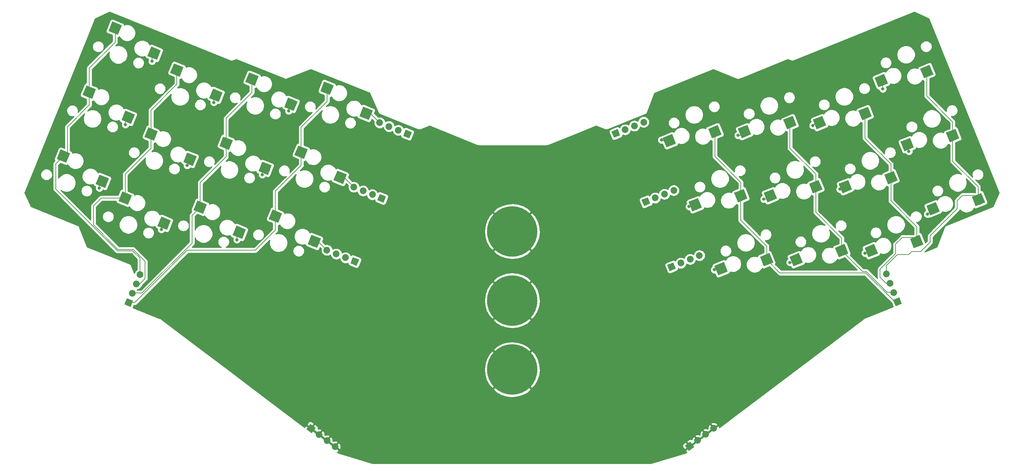
<source format=gbr>
G04 #@! TF.GenerationSoftware,KiCad,Pcbnew,(5.1.4)-1*
G04 #@! TF.CreationDate,2024-04-24T20:53:08-04:00*
G04 #@! TF.ProjectId,ThumbsUp,5468756d-6273-4557-902e-6b696361645f,rev?*
G04 #@! TF.SameCoordinates,Original*
G04 #@! TF.FileFunction,Copper,L2,Bot*
G04 #@! TF.FilePolarity,Positive*
%FSLAX46Y46*%
G04 Gerber Fmt 4.6, Leading zero omitted, Abs format (unit mm)*
G04 Created by KiCad (PCBNEW (5.1.4)-1) date 2024-04-24 20:53:08*
%MOMM*%
%LPD*%
G04 APERTURE LIST*
%ADD10C,2.600000*%
%ADD11C,0.100000*%
%ADD12C,0.900000*%
%ADD13C,12.800000*%
%ADD14C,1.700000*%
%ADD15C,1.700000*%
%ADD16C,0.800000*%
%ADD17C,0.200000*%
%ADD18C,0.254000*%
G04 APERTURE END LIST*
D10*
X263252967Y-300826201D03*
D11*
G36*
X262534617Y-302518529D02*
G01*
X261560639Y-300107851D01*
X263971317Y-299133873D01*
X264945295Y-301544551D01*
X262534617Y-302518529D01*
X262534617Y-302518529D01*
G37*
D10*
X251719859Y-303113103D03*
D11*
G36*
X251001509Y-304805431D02*
G01*
X250027531Y-302394753D01*
X252438209Y-301420775D01*
X253412187Y-303831453D01*
X251001509Y-304805431D01*
X251001509Y-304805431D01*
G37*
D10*
X256697351Y-284600484D03*
D11*
G36*
X255979001Y-286292812D02*
G01*
X255005023Y-283882134D01*
X257415701Y-282908156D01*
X258389679Y-285318834D01*
X255979001Y-286292812D01*
X255979001Y-286292812D01*
G37*
D10*
X245164243Y-286887386D03*
D11*
G36*
X244445893Y-288579714D02*
G01*
X243471915Y-286169036D01*
X245882593Y-285195058D01*
X246856571Y-287605736D01*
X244445893Y-288579714D01*
X244445893Y-288579714D01*
G37*
D10*
X250141736Y-268374766D03*
D11*
G36*
X249423386Y-270067094D02*
G01*
X248449408Y-267656416D01*
X250860086Y-266682438D01*
X251834064Y-269093116D01*
X249423386Y-270067094D01*
X249423386Y-270067094D01*
G37*
D10*
X238608628Y-270661668D03*
D11*
G36*
X237890278Y-272353996D02*
G01*
X236916300Y-269943318D01*
X239326978Y-268969340D01*
X240300956Y-271380018D01*
X237890278Y-272353996D01*
X237890278Y-272353996D01*
G37*
D10*
X247598492Y-311465159D03*
D11*
G36*
X246880142Y-313157487D02*
G01*
X245906164Y-310746809D01*
X248316842Y-309772831D01*
X249290820Y-312183509D01*
X246880142Y-313157487D01*
X246880142Y-313157487D01*
G37*
D10*
X236065384Y-313752061D03*
D11*
G36*
X235347034Y-315444389D02*
G01*
X234373056Y-313033711D01*
X236783734Y-312059733D01*
X237757712Y-314470411D01*
X235347034Y-315444389D01*
X235347034Y-315444389D01*
G37*
D10*
X241042877Y-295239441D03*
D11*
G36*
X240324527Y-296931769D02*
G01*
X239350549Y-294521091D01*
X241761227Y-293547113D01*
X242735205Y-295957791D01*
X240324527Y-296931769D01*
X240324527Y-296931769D01*
G37*
D10*
X229509769Y-297526343D03*
D11*
G36*
X228791419Y-299218671D02*
G01*
X227817441Y-296807993D01*
X230228119Y-295834015D01*
X231202097Y-298244693D01*
X228791419Y-299218671D01*
X228791419Y-299218671D01*
G37*
D10*
X234487261Y-279013724D03*
D11*
G36*
X233768911Y-280706052D02*
G01*
X232794933Y-278295374D01*
X235205611Y-277321396D01*
X236179589Y-279732074D01*
X233768911Y-280706052D01*
X233768911Y-280706052D01*
G37*
D10*
X222954153Y-281300626D03*
D11*
G36*
X222235803Y-282992954D02*
G01*
X221261825Y-280582276D01*
X223672503Y-279608298D01*
X224646481Y-282018976D01*
X222235803Y-282992954D01*
X222235803Y-282992954D01*
G37*
D10*
X228572558Y-313759461D03*
D11*
G36*
X227854208Y-315451789D02*
G01*
X226880230Y-313041111D01*
X229290908Y-312067133D01*
X230264886Y-314477811D01*
X227854208Y-315451789D01*
X227854208Y-315451789D01*
G37*
D10*
X217039450Y-316046363D03*
D11*
G36*
X216321100Y-317738691D02*
G01*
X215347122Y-315328013D01*
X217757800Y-314354035D01*
X218731778Y-316764713D01*
X216321100Y-317738691D01*
X216321100Y-317738691D01*
G37*
D10*
X222016942Y-297533744D03*
D11*
G36*
X221298592Y-299226072D02*
G01*
X220324614Y-296815394D01*
X222735292Y-295841416D01*
X223709270Y-298252094D01*
X221298592Y-299226072D01*
X221298592Y-299226072D01*
G37*
D10*
X210483834Y-299820646D03*
D11*
G36*
X209765484Y-301512974D02*
G01*
X208791506Y-299102296D01*
X211202184Y-298128318D01*
X212176162Y-300538996D01*
X209765484Y-301512974D01*
X209765484Y-301512974D01*
G37*
D10*
X215461327Y-281308027D03*
D11*
G36*
X214742977Y-283000355D02*
G01*
X213768999Y-280589677D01*
X216179677Y-279615699D01*
X217153655Y-282026377D01*
X214742977Y-283000355D01*
X214742977Y-283000355D01*
G37*
D10*
X203928219Y-283594929D03*
D11*
G36*
X203209869Y-285287257D02*
G01*
X202235891Y-282876579D01*
X204646569Y-281902601D01*
X205620547Y-284313279D01*
X203209869Y-285287257D01*
X203209869Y-285287257D01*
G37*
D10*
X209546623Y-316053764D03*
D11*
G36*
X208828273Y-317746092D02*
G01*
X207854295Y-315335414D01*
X210264973Y-314361436D01*
X211238951Y-316772114D01*
X208828273Y-317746092D01*
X208828273Y-317746092D01*
G37*
D10*
X198013515Y-318340666D03*
D11*
G36*
X197295165Y-320032994D02*
G01*
X196321187Y-317622316D01*
X198731865Y-316648338D01*
X199705843Y-319059016D01*
X197295165Y-320032994D01*
X197295165Y-320032994D01*
G37*
D10*
X202991008Y-299828047D03*
D11*
G36*
X202272658Y-301520375D02*
G01*
X201298680Y-299109697D01*
X203709358Y-298135719D01*
X204683336Y-300546397D01*
X202272658Y-301520375D01*
X202272658Y-301520375D01*
G37*
D10*
X191457900Y-302114949D03*
D11*
G36*
X190739550Y-303807277D02*
G01*
X189765572Y-301396599D01*
X192176250Y-300422621D01*
X193150228Y-302833299D01*
X190739550Y-303807277D01*
X190739550Y-303807277D01*
G37*
D10*
X196435393Y-283602329D03*
D11*
G36*
X195717043Y-285294657D02*
G01*
X194743065Y-282883979D01*
X197153743Y-281910001D01*
X198127721Y-284320679D01*
X195717043Y-285294657D01*
X195717043Y-285294657D01*
G37*
D10*
X184902285Y-285889231D03*
D11*
G36*
X184183935Y-287581559D02*
G01*
X183209957Y-285170881D01*
X185620635Y-284196903D01*
X186594613Y-286607581D01*
X184183935Y-287581559D01*
X184183935Y-287581559D01*
G37*
D10*
X85046167Y-305043702D03*
D11*
G36*
X86738495Y-304325352D02*
G01*
X85764517Y-306736030D01*
X83353839Y-305762052D01*
X84327817Y-303351374D01*
X86738495Y-304325352D01*
X86738495Y-304325352D01*
G37*
D10*
X94931006Y-311410213D03*
D11*
G36*
X96623334Y-310691863D02*
G01*
X95649356Y-313102541D01*
X93238678Y-312128563D01*
X94212656Y-309717885D01*
X96623334Y-310691863D01*
X96623334Y-310691863D01*
G37*
D10*
X91601782Y-288817985D03*
D11*
G36*
X93294110Y-288099635D02*
G01*
X92320132Y-290510313D01*
X89909454Y-289536335D01*
X90883432Y-287125657D01*
X93294110Y-288099635D01*
X93294110Y-288099635D01*
G37*
D10*
X101486621Y-295184496D03*
D11*
G36*
X103178949Y-294466146D02*
G01*
X102204971Y-296876824D01*
X99794293Y-295902846D01*
X100768271Y-293492168D01*
X103178949Y-294466146D01*
X103178949Y-294466146D01*
G37*
D10*
X98157398Y-272592267D03*
D11*
G36*
X99849726Y-271873917D02*
G01*
X98875748Y-274284595D01*
X96465070Y-273310617D01*
X97439048Y-270899939D01*
X99849726Y-271873917D01*
X99849726Y-271873917D01*
G37*
D10*
X108042237Y-278958778D03*
D11*
G36*
X109734565Y-278240428D02*
G01*
X108760587Y-280651106D01*
X106349909Y-279677128D01*
X107323887Y-277266450D01*
X109734565Y-278240428D01*
X109734565Y-278240428D01*
G37*
D10*
X66020233Y-302749400D03*
D11*
G36*
X67712561Y-302031050D02*
G01*
X66738583Y-304441728D01*
X64327905Y-303467750D01*
X65301883Y-301057072D01*
X67712561Y-302031050D01*
X67712561Y-302031050D01*
G37*
D10*
X75905072Y-309115911D03*
D11*
G36*
X77597400Y-308397561D02*
G01*
X76623422Y-310808239D01*
X74212744Y-309834261D01*
X75186722Y-307423583D01*
X77597400Y-308397561D01*
X77597400Y-308397561D01*
G37*
D10*
X72575848Y-286523682D03*
D11*
G36*
X74268176Y-285805332D02*
G01*
X73294198Y-288216010D01*
X70883520Y-287242032D01*
X71857498Y-284831354D01*
X74268176Y-285805332D01*
X74268176Y-285805332D01*
G37*
D10*
X82460687Y-292890193D03*
D11*
G36*
X84153015Y-292171843D02*
G01*
X83179037Y-294582521D01*
X80768359Y-293608543D01*
X81742337Y-291197865D01*
X84153015Y-292171843D01*
X84153015Y-292171843D01*
G37*
D10*
X79131463Y-270297965D03*
D11*
G36*
X80823791Y-269579615D02*
G01*
X79849813Y-271990293D01*
X77439135Y-271016315D01*
X78413113Y-268605637D01*
X80823791Y-269579615D01*
X80823791Y-269579615D01*
G37*
D10*
X89016302Y-276664476D03*
D11*
G36*
X90708630Y-275946126D02*
G01*
X89734652Y-278356804D01*
X87323974Y-277382826D01*
X88297952Y-274972148D01*
X90708630Y-275946126D01*
X90708630Y-275946126D01*
G37*
D10*
X46994298Y-300455097D03*
D11*
G36*
X48686626Y-299736747D02*
G01*
X47712648Y-302147425D01*
X45301970Y-301173447D01*
X46275948Y-298762769D01*
X48686626Y-299736747D01*
X48686626Y-299736747D01*
G37*
D10*
X56879137Y-306821608D03*
D11*
G36*
X58571465Y-306103258D02*
G01*
X57597487Y-308513936D01*
X55186809Y-307539958D01*
X56160787Y-305129280D01*
X58571465Y-306103258D01*
X58571465Y-306103258D01*
G37*
D10*
X53549914Y-284229379D03*
D11*
G36*
X55242242Y-283511029D02*
G01*
X54268264Y-285921707D01*
X51857586Y-284947729D01*
X52831564Y-282537051D01*
X55242242Y-283511029D01*
X55242242Y-283511029D01*
G37*
D10*
X63434753Y-290595890D03*
D11*
G36*
X65127081Y-289877540D02*
G01*
X64153103Y-292288218D01*
X61742425Y-291314240D01*
X62716403Y-288903562D01*
X65127081Y-289877540D01*
X65127081Y-289877540D01*
G37*
D10*
X60105529Y-268003662D03*
D11*
G36*
X61797857Y-267285312D02*
G01*
X60823879Y-269695990D01*
X58413201Y-268722012D01*
X59387179Y-266311334D01*
X61797857Y-267285312D01*
X61797857Y-267285312D01*
G37*
D10*
X69990368Y-274370173D03*
D11*
G36*
X71682696Y-273651823D02*
G01*
X70708718Y-276062501D01*
X68298040Y-275088523D01*
X69272018Y-272677845D01*
X71682696Y-273651823D01*
X71682696Y-273651823D01*
G37*
D10*
X31339823Y-289816139D03*
D11*
G36*
X33032151Y-289097789D02*
G01*
X32058173Y-291508467D01*
X29647495Y-290534489D01*
X30621473Y-288123811D01*
X33032151Y-289097789D01*
X33032151Y-289097789D01*
G37*
D10*
X41224662Y-296182650D03*
D11*
G36*
X42916990Y-295464300D02*
G01*
X41943012Y-297874978D01*
X39532334Y-296901000D01*
X40506312Y-294490322D01*
X42916990Y-295464300D01*
X42916990Y-295464300D01*
G37*
D10*
X37895439Y-273590422D03*
D11*
G36*
X39587767Y-272872072D02*
G01*
X38613789Y-275282750D01*
X36203111Y-274308772D01*
X37177089Y-271898094D01*
X39587767Y-272872072D01*
X39587767Y-272872072D01*
G37*
D10*
X47780278Y-279956933D03*
D11*
G36*
X49472606Y-279238583D02*
G01*
X48498628Y-281649261D01*
X46087950Y-280675283D01*
X47061928Y-278264605D01*
X49472606Y-279238583D01*
X49472606Y-279238583D01*
G37*
D10*
X44451054Y-257364705D03*
D11*
G36*
X46143382Y-256646355D02*
G01*
X45169404Y-259057033D01*
X42758726Y-258083055D01*
X43732704Y-255672377D01*
X46143382Y-256646355D01*
X46143382Y-256646355D01*
G37*
D10*
X54335893Y-263731216D03*
D11*
G36*
X56028221Y-263012866D02*
G01*
X55054243Y-265423544D01*
X52643565Y-264449566D01*
X53617543Y-262038888D01*
X56028221Y-263012866D01*
X56028221Y-263012866D01*
G37*
D12*
X141680888Y-305505887D03*
X140275001Y-308900000D03*
X141680888Y-312294113D03*
X145075001Y-313700000D03*
X148469114Y-312294113D03*
X149875001Y-308900000D03*
X148469114Y-305505887D03*
X145075001Y-304100000D03*
D13*
X145075001Y-308900000D03*
D12*
X141680888Y-323005887D03*
X140275001Y-326400000D03*
X141680888Y-329794113D03*
X145075001Y-331200000D03*
X148469114Y-329794113D03*
X149875001Y-326400000D03*
X148469114Y-323005887D03*
X145075001Y-321600000D03*
D13*
X145075001Y-326400000D03*
D12*
X141680888Y-340505887D03*
X140275001Y-343900000D03*
X141680888Y-347294113D03*
X145075001Y-348700000D03*
X148469114Y-347294113D03*
X149875001Y-343900000D03*
X148469114Y-340505887D03*
X145075001Y-339100000D03*
D13*
X145075001Y-343900000D03*
D14*
X50738582Y-319865879D03*
D15*
X50738582Y-319865879D02*
X50738582Y-319865879D01*
D14*
X49787081Y-322220926D03*
D15*
X49787081Y-322220926D02*
X49787081Y-322220926D01*
D14*
X48835581Y-324575973D03*
D15*
X48835581Y-324575973D02*
X48835581Y-324575973D01*
D14*
X47884080Y-326931020D03*
D11*
G36*
X48990602Y-326461329D02*
G01*
X48353771Y-328037542D01*
X46777558Y-327400711D01*
X47414389Y-325824498D01*
X48990602Y-326461329D01*
X48990602Y-326461329D01*
G37*
D14*
X185450000Y-317850000D03*
D11*
G36*
X186556522Y-318319691D02*
G01*
X184980309Y-318956522D01*
X184343478Y-317380309D01*
X185919691Y-316743478D01*
X186556522Y-318319691D01*
X186556522Y-318319691D01*
G37*
D14*
X187805047Y-316898499D03*
D15*
X187805047Y-316898499D02*
X187805047Y-316898499D01*
D14*
X190160094Y-315946999D03*
D15*
X190160094Y-315946999D02*
X190160094Y-315946999D01*
D14*
X192515141Y-314995498D03*
D15*
X192515141Y-314995498D02*
X192515141Y-314995498D01*
D14*
X239872978Y-319665219D03*
D15*
X239872978Y-319665219D02*
X239872978Y-319665219D01*
D14*
X240824479Y-322020266D03*
D15*
X240824479Y-322020266D02*
X240824479Y-322020266D01*
D14*
X241775979Y-324375313D03*
D15*
X241775979Y-324375313D02*
X241775979Y-324375313D01*
D14*
X242727480Y-326730360D03*
D11*
G36*
X243197171Y-325623838D02*
G01*
X243834002Y-327200051D01*
X242257789Y-327836882D01*
X241620958Y-326260669D01*
X243197171Y-325623838D01*
X243197171Y-325623838D01*
G37*
D14*
X178400721Y-281197898D03*
D15*
X178400721Y-281197898D02*
X178400721Y-281197898D01*
D14*
X176045674Y-282149399D03*
D15*
X176045674Y-282149399D02*
X176045674Y-282149399D01*
D14*
X173690627Y-283100899D03*
D15*
X173690627Y-283100899D02*
X173690627Y-283100899D01*
D14*
X171335580Y-284052400D03*
D11*
G36*
X172442102Y-284522091D02*
G01*
X170865889Y-285158922D01*
X170229058Y-283582709D01*
X171805271Y-282945878D01*
X172442102Y-284522091D01*
X172442102Y-284522091D01*
G37*
D14*
X186015141Y-298495498D03*
D15*
X186015141Y-298495498D02*
X186015141Y-298495498D01*
D14*
X183660094Y-299446999D03*
D15*
X183660094Y-299446999D02*
X183660094Y-299446999D01*
D14*
X181305047Y-300398499D03*
D15*
X181305047Y-300398499D02*
X181305047Y-300398499D01*
D14*
X178950000Y-301350000D03*
D11*
G36*
X180056522Y-301819691D02*
G01*
X178480309Y-302456522D01*
X177843478Y-300880309D01*
X179419691Y-300243478D01*
X180056522Y-301819691D01*
X180056522Y-301819691D01*
G37*
D14*
X98120102Y-313645498D03*
D15*
X98120102Y-313645498D02*
X98120102Y-313645498D01*
D14*
X100475149Y-314596999D03*
D15*
X100475149Y-314596999D02*
X100475149Y-314596999D01*
D14*
X102830196Y-315548499D03*
D15*
X102830196Y-315548499D02*
X102830196Y-315548499D01*
D14*
X105185243Y-316500000D03*
D11*
G36*
X104715552Y-315393478D02*
G01*
X106291765Y-316030309D01*
X105654934Y-317606522D01*
X104078721Y-316969691D01*
X104715552Y-315393478D01*
X104715552Y-315393478D01*
G37*
D14*
X112000000Y-300500000D03*
D11*
G36*
X111530309Y-299393478D02*
G01*
X113106522Y-300030309D01*
X112469691Y-301606522D01*
X110893478Y-300969691D01*
X111530309Y-299393478D01*
X111530309Y-299393478D01*
G37*
D14*
X109644953Y-299548499D03*
D15*
X109644953Y-299548499D02*
X109644953Y-299548499D01*
D14*
X107289906Y-298596999D03*
D15*
X107289906Y-298596999D02*
X107289906Y-298596999D01*
D14*
X104934859Y-297645498D03*
D15*
X104934859Y-297645498D02*
X104934859Y-297645498D01*
D14*
X111492437Y-281339332D03*
D15*
X111492437Y-281339332D02*
X111492437Y-281339332D01*
D14*
X113847484Y-282290833D03*
D15*
X113847484Y-282290833D02*
X113847484Y-282290833D01*
D14*
X116202531Y-283242333D03*
D15*
X116202531Y-283242333D02*
X116202531Y-283242333D01*
D14*
X118557578Y-284193834D03*
D11*
G36*
X118087887Y-283087312D02*
G01*
X119664100Y-283724143D01*
X119027269Y-285300356D01*
X117451056Y-284663525D01*
X118087887Y-283087312D01*
X118087887Y-283087312D01*
G37*
D14*
X94083952Y-358862971D03*
D11*
G36*
X94251249Y-360053354D02*
G01*
X92893569Y-359030268D01*
X93916655Y-357672588D01*
X95274335Y-358695674D01*
X94251249Y-360053354D01*
X94251249Y-360053354D01*
G37*
D14*
X96112486Y-360391581D03*
D15*
X96112486Y-360391581D02*
X96112486Y-360391581D01*
D14*
X98141020Y-361920191D03*
D15*
X98141020Y-361920191D02*
X98141020Y-361920191D01*
D14*
X100169555Y-363448801D03*
D15*
X100169555Y-363448801D02*
X100169555Y-363448801D01*
D14*
X190058136Y-363387914D03*
D11*
G36*
X191248519Y-363555211D02*
G01*
X189890839Y-364578297D01*
X188867753Y-363220617D01*
X190225433Y-362197531D01*
X191248519Y-363555211D01*
X191248519Y-363555211D01*
G37*
D14*
X192086670Y-361859304D03*
D15*
X192086670Y-361859304D02*
X192086670Y-361859304D01*
D14*
X194115204Y-360330694D03*
D15*
X194115204Y-360330694D02*
X194115204Y-360330694D01*
D14*
X196143739Y-358802084D03*
D15*
X196143739Y-358802084D02*
X196143739Y-358802084D01*
D16*
X75300000Y-311000000D03*
X56150000Y-308400000D03*
X40450000Y-297900000D03*
X88450000Y-278350000D03*
X69450000Y-276200000D03*
X53800000Y-265750000D03*
X81750000Y-294500000D03*
X62700000Y-292150000D03*
X47050000Y-281800000D03*
X182900000Y-285700008D03*
X202300000Y-284550000D03*
X221250000Y-282050000D03*
X239000000Y-272800000D03*
X189900000Y-302600000D03*
X208850000Y-300700000D03*
X228100000Y-298200000D03*
X245600000Y-288600000D03*
X196300000Y-318600000D03*
X215450000Y-316750000D03*
X234500000Y-314400000D03*
X250300000Y-304500000D03*
D17*
X30270489Y-290885473D02*
X31339823Y-289816139D01*
X50738582Y-315638582D02*
X48900000Y-313800000D01*
X50738582Y-319865879D02*
X50738582Y-315638582D01*
X48900000Y-313800000D02*
X45050000Y-313800000D01*
X45050000Y-313800000D02*
X29400000Y-298150000D01*
X29400000Y-298150000D02*
X29400000Y-291755962D01*
X29400000Y-291755962D02*
X30270489Y-290885473D01*
X37895439Y-275092517D02*
X37895439Y-273590422D01*
X37895439Y-276854561D02*
X37895439Y-275092517D01*
X32350000Y-282400000D02*
X37895439Y-276854561D01*
X31339823Y-289816139D02*
X32350000Y-288805962D01*
X32350000Y-288805962D02*
X32350000Y-282400000D01*
X44451054Y-260948946D02*
X44451054Y-257364705D01*
X37895439Y-273590422D02*
X37895439Y-267504561D01*
X37895439Y-267504561D02*
X44451054Y-260948946D01*
X38950000Y-302400000D02*
X40894903Y-300455097D01*
X40894903Y-300455097D02*
X46994298Y-300455097D01*
X38950000Y-307237540D02*
X38950000Y-302400000D01*
X49035451Y-313472990D02*
X45185450Y-313472990D01*
X49816155Y-322250000D02*
X50700000Y-322250000D01*
X50700000Y-322250000D02*
X50700000Y-322200000D01*
X45185450Y-313472990D02*
X38950000Y-307237540D01*
X50700000Y-322200000D02*
X52050000Y-320850000D01*
X49787081Y-322220926D02*
X49816155Y-322250000D01*
X52050000Y-320850000D02*
X52050000Y-316487539D01*
X52050000Y-316487539D02*
X49035451Y-313472990D01*
X53549914Y-285731474D02*
X53549914Y-284229379D01*
X53549914Y-287800086D02*
X53549914Y-285731474D01*
X46994298Y-300455097D02*
X46994298Y-294355702D01*
X46994298Y-294355702D02*
X53549914Y-287800086D01*
X60105529Y-269505757D02*
X60105529Y-268003662D01*
X60105529Y-271594471D02*
X60105529Y-269505757D01*
X53549914Y-284229379D02*
X53549914Y-278150086D01*
X53549914Y-278150086D02*
X60105529Y-271594471D01*
X64950899Y-303818734D02*
X66020233Y-302749400D01*
X63950000Y-304819633D02*
X64950899Y-303818734D01*
X63950000Y-311850000D02*
X63950000Y-304819633D01*
X51300000Y-324500000D02*
X63950000Y-311850000D01*
X48835581Y-324575973D02*
X48911554Y-324500000D01*
X48911554Y-324500000D02*
X51300000Y-324500000D01*
X72575848Y-289974152D02*
X72575848Y-286523682D01*
X66020233Y-302749400D02*
X66020233Y-296529767D01*
X66020233Y-296529767D02*
X72575848Y-289974152D01*
X79131463Y-271800060D02*
X79131463Y-270297965D01*
X79131463Y-273668537D02*
X79131463Y-271800060D01*
X72575848Y-286523682D02*
X72575848Y-280224152D01*
X72575848Y-280224152D02*
X79131463Y-273668537D01*
X85046167Y-308603833D02*
X85046167Y-305043702D01*
X80000000Y-313650000D02*
X85046167Y-308603833D01*
X62700000Y-313650000D02*
X80000000Y-313650000D01*
X49450000Y-326900000D02*
X62700000Y-313650000D01*
X47884080Y-326931020D02*
X47915100Y-326900000D01*
X47915100Y-326900000D02*
X49450000Y-326900000D01*
X91601782Y-292148218D02*
X91601782Y-288817985D01*
X85046167Y-305043702D02*
X85046167Y-298703833D01*
X85046167Y-298703833D02*
X91601782Y-292148218D01*
X98157398Y-274094362D02*
X98157398Y-272592267D01*
X98157398Y-275942602D02*
X98157398Y-274094362D01*
X91601782Y-288817985D02*
X91601782Y-282498218D01*
X91601782Y-282498218D02*
X98157398Y-275942602D01*
X95884817Y-311410213D02*
X94931006Y-311410213D01*
X98120102Y-313645498D02*
X95884817Y-311410213D01*
X75905072Y-309829243D02*
X75905072Y-309115911D01*
X75300000Y-310434315D02*
X75905072Y-309829243D01*
X75300000Y-311000000D02*
X75300000Y-310434315D01*
X56150000Y-307550745D02*
X56879137Y-306821608D01*
X56150000Y-308400000D02*
X56150000Y-307550745D01*
X40450000Y-296957312D02*
X41224662Y-296182650D01*
X40450000Y-297900000D02*
X40450000Y-296957312D01*
X109111883Y-278958778D02*
X108042237Y-278958778D01*
X111492437Y-281339332D02*
X109111883Y-278958778D01*
X88450000Y-277230778D02*
X89016302Y-276664476D01*
X88450000Y-278350000D02*
X88450000Y-277230778D01*
X69990368Y-275093947D02*
X69990368Y-274370173D01*
X69450000Y-275634315D02*
X69990368Y-275093947D01*
X69450000Y-276200000D02*
X69450000Y-275634315D01*
X53800000Y-264267109D02*
X54335893Y-263731216D01*
X53800000Y-265750000D02*
X53800000Y-264267109D01*
X102473857Y-295184496D02*
X101486621Y-295184496D01*
X104934859Y-297645498D02*
X102473857Y-295184496D01*
X81750000Y-293600880D02*
X82460687Y-292890193D01*
X81750000Y-294500000D02*
X81750000Y-293600880D01*
X62700000Y-291330643D02*
X63434753Y-290595890D01*
X62700000Y-292150000D02*
X62700000Y-291330643D01*
X47050000Y-280687211D02*
X47780278Y-279956933D01*
X47050000Y-281800000D02*
X47050000Y-280687211D01*
X250141736Y-269876861D02*
X250141736Y-268374766D01*
X250141736Y-274574356D02*
X250141736Y-269876861D01*
X256697351Y-284600484D02*
X256697351Y-281129971D01*
X256697351Y-281129971D02*
X250141736Y-274574356D01*
X256700000Y-284603133D02*
X256697351Y-284600484D01*
X256700000Y-291100000D02*
X256700000Y-284603133D01*
X263150000Y-297550000D02*
X256700000Y-291100000D01*
X263252967Y-300826201D02*
X263150000Y-300723234D01*
X263150000Y-300723234D02*
X263150000Y-297550000D01*
X257850000Y-301100000D02*
X259193133Y-299756867D01*
X257850000Y-303160000D02*
X257850000Y-301100000D01*
X251000000Y-310010000D02*
X257850000Y-303160000D01*
X262183633Y-299756867D02*
X263252967Y-300826201D01*
X251000000Y-311600000D02*
X251000000Y-310010000D01*
X259193133Y-299756867D02*
X262183633Y-299756867D01*
X239872978Y-317577022D02*
X242700000Y-314750000D01*
X239872978Y-319665219D02*
X239872978Y-317577022D01*
X242700000Y-314750000D02*
X245600000Y-314750000D01*
X245600000Y-314750000D02*
X246350000Y-314000000D01*
X246350000Y-314000000D02*
X248600000Y-314000000D01*
X248600000Y-314000000D02*
X251000000Y-311600000D01*
X247598492Y-311465159D02*
X247598492Y-307698492D01*
X241042877Y-301142877D02*
X241042877Y-295239441D01*
X247598492Y-307698492D02*
X241042877Y-301142877D01*
X241042877Y-293737346D02*
X241050000Y-293730223D01*
X241042877Y-295239441D02*
X241042877Y-293737346D01*
X241050000Y-293730223D02*
X241050000Y-291850000D01*
X241050000Y-291850000D02*
X234487261Y-285287261D01*
X234487261Y-285287261D02*
X234487261Y-279013724D01*
X243984175Y-310395825D02*
X246529158Y-310395825D01*
X239820266Y-322020266D02*
X238300000Y-320500000D01*
X240824479Y-322020266D02*
X239820266Y-322020266D01*
X238300000Y-320500000D02*
X238300000Y-318470000D01*
X238300000Y-318470000D02*
X242220000Y-314550000D01*
X242220000Y-314550000D02*
X242220000Y-312160000D01*
X246529158Y-310395825D02*
X247598492Y-311465159D01*
X242220000Y-312160000D02*
X243984175Y-310395825D01*
X222016942Y-299035839D02*
X222016942Y-297533744D01*
X222016942Y-304016942D02*
X222016942Y-299035839D01*
X228572558Y-313759461D02*
X228572558Y-310572558D01*
X228572558Y-310572558D02*
X222016942Y-304016942D01*
X215461327Y-287811327D02*
X215461327Y-281308027D01*
X222016942Y-297533744D02*
X222016942Y-294366942D01*
X222016942Y-294366942D02*
X215461327Y-287811327D01*
X233863097Y-319050000D02*
X228572558Y-313759461D01*
X234850000Y-319050000D02*
X233863097Y-319050000D01*
X240100000Y-324300000D02*
X234850000Y-319050000D01*
X241775979Y-324375313D02*
X241700666Y-324300000D01*
X241700666Y-324300000D02*
X240100000Y-324300000D01*
X202991008Y-306041008D02*
X202991008Y-299828047D01*
X209550000Y-312600000D02*
X202991008Y-306041008D01*
X209550000Y-314548292D02*
X209550000Y-312600000D01*
X209546623Y-316053764D02*
X209546623Y-314551669D01*
X209546623Y-314551669D02*
X209550000Y-314548292D01*
X202991008Y-298325952D02*
X203000000Y-298316960D01*
X202991008Y-299828047D02*
X202991008Y-298325952D01*
X203000000Y-298316960D02*
X203000000Y-296450000D01*
X196435393Y-289885393D02*
X196435393Y-283602329D01*
X203000000Y-296450000D02*
X196435393Y-289885393D01*
X212892859Y-319400000D02*
X209546623Y-316053764D01*
X234650000Y-319400000D02*
X212892859Y-319400000D01*
X242727480Y-326730360D02*
X241980360Y-326730360D01*
X241980360Y-326730360D02*
X234650000Y-319400000D01*
X184902285Y-285889231D02*
X183089223Y-285889231D01*
X183089223Y-285889231D02*
X182900000Y-285700008D01*
X202973148Y-284550000D02*
X203928219Y-283594929D01*
X202300000Y-284550000D02*
X202973148Y-284550000D01*
X221999374Y-281300626D02*
X222954153Y-281300626D01*
X221250000Y-282050000D02*
X221999374Y-281300626D01*
X239000000Y-271053040D02*
X238608628Y-270661668D01*
X239000000Y-272800000D02*
X239000000Y-271053040D01*
X190972849Y-302600000D02*
X191457900Y-302114949D01*
X189900000Y-302600000D02*
X190972849Y-302600000D01*
X209604480Y-300700000D02*
X210483834Y-299820646D01*
X208850000Y-300700000D02*
X209604480Y-300700000D01*
X228836112Y-298200000D02*
X229509769Y-297526343D01*
X228100000Y-298200000D02*
X228836112Y-298200000D01*
X245600000Y-287323143D02*
X245164243Y-286887386D01*
X245600000Y-288600000D02*
X245600000Y-287323143D01*
X197754181Y-318600000D02*
X198013515Y-318340666D01*
X196300000Y-318600000D02*
X197754181Y-318600000D01*
X216335813Y-316750000D02*
X217039450Y-316046363D01*
X215450000Y-316750000D02*
X216335813Y-316750000D01*
X235417445Y-314400000D02*
X236065384Y-313752061D01*
X234500000Y-314400000D02*
X235417445Y-314400000D01*
X250332962Y-304500000D02*
X251719859Y-303113103D01*
X250300000Y-304500000D02*
X250332962Y-304500000D01*
D18*
G36*
X73723949Y-265643342D02*
G01*
X73752805Y-265658444D01*
X73784054Y-265667627D01*
X73784058Y-265667628D01*
X73877539Y-265695097D01*
X73942283Y-265700903D01*
X74007027Y-265706710D01*
X74007028Y-265706710D01*
X74136294Y-265692839D01*
X74229281Y-265663743D01*
X74229289Y-265663740D01*
X74260370Y-265654014D01*
X74288956Y-265638412D01*
X75113998Y-265288204D01*
X87387481Y-270247013D01*
X87410046Y-270259421D01*
X87447599Y-270271302D01*
X87453923Y-270273857D01*
X87478523Y-270281086D01*
X87533999Y-270298637D01*
X87540817Y-270299390D01*
X87547404Y-270301326D01*
X87605398Y-270306527D01*
X87663221Y-270312917D01*
X87670055Y-270312326D01*
X87676892Y-270312939D01*
X87734764Y-270306729D01*
X87792745Y-270301714D01*
X87799335Y-270299800D01*
X87806158Y-270299068D01*
X87861706Y-270281687D01*
X87886312Y-270274541D01*
X87892640Y-270272008D01*
X87930235Y-270260244D01*
X87952841Y-270247906D01*
X94038923Y-267811329D01*
X108893040Y-273812783D01*
X111144428Y-278772225D01*
X111151760Y-278795623D01*
X111171225Y-278831255D01*
X111174554Y-278838587D01*
X111186786Y-278859739D01*
X111214089Y-278909717D01*
X111219278Y-278915923D01*
X111223331Y-278922932D01*
X111260945Y-278965760D01*
X111297479Y-279009457D01*
X111303780Y-279014533D01*
X111309122Y-279020615D01*
X111354344Y-279055263D01*
X111398725Y-279091014D01*
X111405900Y-279094765D01*
X111412321Y-279099685D01*
X111463433Y-279124845D01*
X111485069Y-279136157D01*
X111492527Y-279139167D01*
X111528964Y-279157103D01*
X111552660Y-279163434D01*
X121186011Y-283051091D01*
X121201492Y-283060080D01*
X121246148Y-283075360D01*
X121259738Y-283080845D01*
X121276839Y-283085862D01*
X121324499Y-283102171D01*
X121339096Y-283104129D01*
X121353230Y-283108276D01*
X121403414Y-283112756D01*
X121453353Y-283119455D01*
X121468056Y-283118528D01*
X121482723Y-283119837D01*
X121532806Y-283114443D01*
X121583102Y-283111270D01*
X121597340Y-283107492D01*
X121611984Y-283105915D01*
X121660066Y-283090849D01*
X121677277Y-283086282D01*
X121690994Y-283081158D01*
X121736045Y-283067041D01*
X121751758Y-283058457D01*
X124117304Y-282174726D01*
X136196812Y-287055434D01*
X136223113Y-287069479D01*
X136256920Y-287079720D01*
X136259478Y-287080754D01*
X136288007Y-287089138D01*
X136347538Y-287107172D01*
X136350295Y-287107443D01*
X136352958Y-287108225D01*
X136414963Y-287113787D01*
X136444505Y-287116685D01*
X136447262Y-287116684D01*
X136482447Y-287119840D01*
X136512093Y-287116659D01*
X153934661Y-287110013D01*
X153963894Y-287113164D01*
X153999497Y-287109988D01*
X154002670Y-287109987D01*
X154031803Y-287107106D01*
X154093388Y-287101613D01*
X154096452Y-287100714D01*
X154099630Y-287100400D01*
X154158817Y-287082421D01*
X154186882Y-287074189D01*
X154189821Y-287073003D01*
X154224026Y-287062613D01*
X154249955Y-287048741D01*
X162854364Y-283577141D01*
X169591010Y-283577141D01*
X169602184Y-283701725D01*
X169637448Y-283821735D01*
X170274279Y-285397948D01*
X170332278Y-285508772D01*
X170410784Y-285606152D01*
X170506779Y-285686346D01*
X170616574Y-285746270D01*
X170735951Y-285783623D01*
X170860321Y-285796970D01*
X170984905Y-285785796D01*
X171104915Y-285750532D01*
X171482274Y-285598069D01*
X181865000Y-285598069D01*
X181865000Y-285801947D01*
X181904774Y-286001906D01*
X181982795Y-286190264D01*
X182096063Y-286359782D01*
X182240226Y-286503945D01*
X182409744Y-286617213D01*
X182598102Y-286695234D01*
X182798061Y-286735008D01*
X183001939Y-286735008D01*
X183142432Y-286707062D01*
X183592325Y-287820585D01*
X183650324Y-287931410D01*
X183728830Y-288028790D01*
X183824825Y-288108983D01*
X183934621Y-288168907D01*
X184053997Y-288206261D01*
X184178367Y-288219607D01*
X184302951Y-288208433D01*
X184422961Y-288173169D01*
X186833639Y-287199191D01*
X186944464Y-287141192D01*
X187041844Y-287062686D01*
X187122037Y-286966691D01*
X187181961Y-286856895D01*
X187219315Y-286737519D01*
X187225710Y-286677924D01*
X187316056Y-286715347D01*
X187728533Y-286797394D01*
X188149091Y-286797394D01*
X188561568Y-286715347D01*
X188950114Y-286554406D01*
X189299795Y-286320757D01*
X189597175Y-286023377D01*
X189830824Y-285673696D01*
X189991765Y-285285150D01*
X190073812Y-284872673D01*
X190073812Y-284452115D01*
X189991765Y-284039638D01*
X189830824Y-283651092D01*
X189597175Y-283301411D01*
X189299795Y-283004031D01*
X188950114Y-282770382D01*
X188561568Y-282609441D01*
X188149091Y-282527394D01*
X187728533Y-282527394D01*
X187316056Y-282609441D01*
X186927510Y-282770382D01*
X186577829Y-283004031D01*
X186280449Y-283301411D01*
X186046800Y-283651092D01*
X186023904Y-283706369D01*
X185979745Y-283669479D01*
X185869949Y-283609555D01*
X185750573Y-283572201D01*
X185626203Y-283558855D01*
X185501619Y-283570029D01*
X185381609Y-283605293D01*
X182970931Y-284579271D01*
X182860106Y-284637270D01*
X182825699Y-284665008D01*
X182798061Y-284665008D01*
X182598102Y-284704782D01*
X182409744Y-284782803D01*
X182240226Y-284896071D01*
X182096063Y-285040234D01*
X181982795Y-285209752D01*
X181904774Y-285398110D01*
X181865000Y-285598069D01*
X171482274Y-285598069D01*
X172681128Y-285113701D01*
X172791952Y-285055702D01*
X172889332Y-284977196D01*
X172969526Y-284881201D01*
X173029450Y-284771406D01*
X173066803Y-284652029D01*
X173080150Y-284527659D01*
X173073627Y-284454929D01*
X173119593Y-284479498D01*
X173399516Y-284564412D01*
X173617677Y-284585899D01*
X173763577Y-284585899D01*
X173981738Y-284564412D01*
X174261661Y-284479498D01*
X174519641Y-284341605D01*
X174745761Y-284156033D01*
X174931333Y-283929913D01*
X175069226Y-283671933D01*
X175154140Y-283392010D01*
X175158989Y-283342776D01*
X175216660Y-283390105D01*
X175474640Y-283527998D01*
X175754563Y-283612912D01*
X175972724Y-283634399D01*
X176118624Y-283634399D01*
X176336785Y-283612912D01*
X176616708Y-283527998D01*
X176874688Y-283390105D01*
X177100808Y-283204533D01*
X177286380Y-282978413D01*
X177424273Y-282720433D01*
X177509187Y-282440510D01*
X177514036Y-282391275D01*
X177571707Y-282438604D01*
X177829687Y-282576497D01*
X178109610Y-282661411D01*
X178327771Y-282682898D01*
X178473671Y-282682898D01*
X178691832Y-282661411D01*
X178971755Y-282576497D01*
X179229735Y-282438604D01*
X179455855Y-282253032D01*
X179641427Y-282026912D01*
X179779320Y-281768932D01*
X179864234Y-281489009D01*
X179890097Y-281226410D01*
X184584546Y-281226410D01*
X184584546Y-281519106D01*
X184641648Y-281806179D01*
X184753658Y-282076596D01*
X184916272Y-282319964D01*
X185123240Y-282526932D01*
X185366608Y-282689546D01*
X185637025Y-282801556D01*
X185924098Y-282858658D01*
X186216794Y-282858658D01*
X186503867Y-282801556D01*
X186774284Y-282689546D01*
X187017652Y-282526932D01*
X187224620Y-282319964D01*
X187387234Y-282076596D01*
X187499244Y-281806179D01*
X187556346Y-281519106D01*
X187556346Y-281226410D01*
X187499244Y-280939337D01*
X187387234Y-280668920D01*
X187224620Y-280425552D01*
X187017652Y-280218584D01*
X186774284Y-280055970D01*
X186503867Y-279943960D01*
X186216794Y-279886858D01*
X185924098Y-279886858D01*
X185637025Y-279943960D01*
X185366608Y-280055970D01*
X185123240Y-280218584D01*
X184916272Y-280425552D01*
X184753658Y-280668920D01*
X184641648Y-280939337D01*
X184584546Y-281226410D01*
X179890097Y-281226410D01*
X179892906Y-281197898D01*
X179864234Y-280906787D01*
X179779320Y-280626864D01*
X179641427Y-280368884D01*
X179455855Y-280142764D01*
X179229735Y-279957192D01*
X178971755Y-279819299D01*
X178691832Y-279734385D01*
X178473671Y-279712898D01*
X178327771Y-279712898D01*
X178109610Y-279734385D01*
X177829687Y-279819299D01*
X177571707Y-279957192D01*
X177345587Y-280142764D01*
X177160015Y-280368884D01*
X177022122Y-280626864D01*
X176937208Y-280906787D01*
X176932359Y-280956022D01*
X176874688Y-280908693D01*
X176616708Y-280770800D01*
X176336785Y-280685886D01*
X176118624Y-280664399D01*
X175972724Y-280664399D01*
X175754563Y-280685886D01*
X175474640Y-280770800D01*
X175216660Y-280908693D01*
X174990540Y-281094265D01*
X174804968Y-281320385D01*
X174667075Y-281578365D01*
X174582161Y-281858288D01*
X174577312Y-281907522D01*
X174519641Y-281860193D01*
X174261661Y-281722300D01*
X173981738Y-281637386D01*
X173763577Y-281615899D01*
X173617677Y-281615899D01*
X173399516Y-281637386D01*
X173119593Y-281722300D01*
X172861613Y-281860193D01*
X172635493Y-282045765D01*
X172449921Y-282271885D01*
X172312028Y-282529865D01*
X172304787Y-282553736D01*
X172260376Y-282498648D01*
X172164381Y-282418454D01*
X172054586Y-282358530D01*
X171935209Y-282321177D01*
X171810839Y-282307830D01*
X171686255Y-282319004D01*
X171566245Y-282354268D01*
X169990032Y-282991099D01*
X169879208Y-283049098D01*
X169781828Y-283127604D01*
X169701634Y-283223599D01*
X169641710Y-283333394D01*
X169604357Y-283452771D01*
X169591010Y-283577141D01*
X162854364Y-283577141D01*
X166295648Y-282188695D01*
X168661372Y-283072493D01*
X168677083Y-283081076D01*
X168722128Y-283095191D01*
X168735850Y-283100317D01*
X168753067Y-283104885D01*
X168801144Y-283119950D01*
X168815787Y-283121527D01*
X168830025Y-283125305D01*
X168880322Y-283128478D01*
X168930404Y-283133872D01*
X168945072Y-283132562D01*
X168959775Y-283133490D01*
X169009716Y-283126791D01*
X169059897Y-283122311D01*
X169074030Y-283118164D01*
X169088629Y-283116206D01*
X169136300Y-283099894D01*
X169153388Y-283094880D01*
X169166967Y-283089400D01*
X169211636Y-283074115D01*
X169227122Y-283065124D01*
X178878959Y-279170008D01*
X178921129Y-279155970D01*
X178967288Y-279129682D01*
X179014402Y-279105050D01*
X179023718Y-279097546D01*
X179034102Y-279091632D01*
X179046352Y-279081016D01*
X188820457Y-279081016D01*
X188820457Y-279543828D01*
X188910747Y-279997746D01*
X189087857Y-280425327D01*
X189344981Y-280810141D01*
X189672238Y-281137398D01*
X190057052Y-281394522D01*
X190484633Y-281571632D01*
X190938551Y-281661922D01*
X191401363Y-281661922D01*
X191855281Y-281571632D01*
X192282862Y-281394522D01*
X192667676Y-281137398D01*
X192994933Y-280810141D01*
X193252057Y-280425327D01*
X193429167Y-279997746D01*
X193519457Y-279543828D01*
X193519457Y-279081016D01*
X193489838Y-278932108D01*
X203610480Y-278932108D01*
X203610480Y-279224804D01*
X203667582Y-279511877D01*
X203779592Y-279782294D01*
X203942206Y-280025662D01*
X204149174Y-280232630D01*
X204392542Y-280395244D01*
X204662959Y-280507254D01*
X204950032Y-280564356D01*
X205242728Y-280564356D01*
X205529801Y-280507254D01*
X205800218Y-280395244D01*
X206043586Y-280232630D01*
X206250554Y-280025662D01*
X206413168Y-279782294D01*
X206525178Y-279511877D01*
X206582280Y-279224804D01*
X206582280Y-278932108D01*
X206525178Y-278645035D01*
X206413168Y-278374618D01*
X206250554Y-278131250D01*
X206043586Y-277924282D01*
X205800218Y-277761668D01*
X205529801Y-277649658D01*
X205242728Y-277592556D01*
X204950032Y-277592556D01*
X204662959Y-277649658D01*
X204392542Y-277761668D01*
X204149174Y-277924282D01*
X203942206Y-278131250D01*
X203779592Y-278374618D01*
X203667582Y-278645035D01*
X203610480Y-278932108D01*
X193489838Y-278932108D01*
X193429167Y-278627098D01*
X193252057Y-278199517D01*
X192994933Y-277814703D01*
X192667676Y-277487446D01*
X192282862Y-277230322D01*
X191982090Y-277105738D01*
X194783568Y-277105738D01*
X194783568Y-277398434D01*
X194840670Y-277685507D01*
X194952680Y-277955924D01*
X195115294Y-278199292D01*
X195322262Y-278406260D01*
X195565630Y-278568874D01*
X195836047Y-278680884D01*
X196123120Y-278737986D01*
X196415816Y-278737986D01*
X196702889Y-278680884D01*
X196973306Y-278568874D01*
X197216674Y-278406260D01*
X197423642Y-278199292D01*
X197586256Y-277955924D01*
X197698266Y-277685507D01*
X197755368Y-277398434D01*
X197755368Y-277105738D01*
X197698266Y-276818665D01*
X197685032Y-276786714D01*
X207846391Y-276786714D01*
X207846391Y-277249526D01*
X207936681Y-277703444D01*
X208113791Y-278131025D01*
X208370915Y-278515839D01*
X208698172Y-278843096D01*
X209082986Y-279100220D01*
X209510567Y-279277330D01*
X209964485Y-279367620D01*
X210427297Y-279367620D01*
X210881215Y-279277330D01*
X211308796Y-279100220D01*
X211693610Y-278843096D01*
X212020867Y-278515839D01*
X212277991Y-278131025D01*
X212455101Y-277703444D01*
X212545391Y-277249526D01*
X212545391Y-276786714D01*
X212515772Y-276637805D01*
X222636414Y-276637805D01*
X222636414Y-276930501D01*
X222693516Y-277217574D01*
X222805526Y-277487991D01*
X222968140Y-277731359D01*
X223175108Y-277938327D01*
X223418476Y-278100941D01*
X223688893Y-278212951D01*
X223975966Y-278270053D01*
X224268662Y-278270053D01*
X224555735Y-278212951D01*
X224826152Y-278100941D01*
X225069520Y-277938327D01*
X225276488Y-277731359D01*
X225439102Y-277487991D01*
X225551112Y-277217574D01*
X225608214Y-276930501D01*
X225608214Y-276637805D01*
X225551112Y-276350732D01*
X225439102Y-276080315D01*
X225276488Y-275836947D01*
X225069520Y-275629979D01*
X224826152Y-275467365D01*
X224555735Y-275355355D01*
X224268662Y-275298253D01*
X223975966Y-275298253D01*
X223688893Y-275355355D01*
X223418476Y-275467365D01*
X223175108Y-275629979D01*
X222968140Y-275836947D01*
X222805526Y-276080315D01*
X222693516Y-276350732D01*
X222636414Y-276637805D01*
X212515772Y-276637805D01*
X212455101Y-276332796D01*
X212277991Y-275905215D01*
X212020867Y-275520401D01*
X211693610Y-275193144D01*
X211308796Y-274936020D01*
X211008024Y-274811436D01*
X213809502Y-274811436D01*
X213809502Y-275104132D01*
X213866604Y-275391205D01*
X213978614Y-275661622D01*
X214141228Y-275904990D01*
X214348196Y-276111958D01*
X214591564Y-276274572D01*
X214861981Y-276386582D01*
X215149054Y-276443684D01*
X215441750Y-276443684D01*
X215728823Y-276386582D01*
X215999240Y-276274572D01*
X216242608Y-276111958D01*
X216449576Y-275904990D01*
X216612190Y-275661622D01*
X216724200Y-275391205D01*
X216781302Y-275104132D01*
X216781302Y-274811436D01*
X216724200Y-274524363D01*
X216710966Y-274492411D01*
X226872325Y-274492411D01*
X226872325Y-274955223D01*
X226962615Y-275409141D01*
X227139725Y-275836722D01*
X227396849Y-276221536D01*
X227724106Y-276548793D01*
X228108920Y-276805917D01*
X228536501Y-276983027D01*
X228990419Y-277073317D01*
X229453231Y-277073317D01*
X229907149Y-276983027D01*
X230334730Y-276805917D01*
X230719544Y-276548793D01*
X231046801Y-276221536D01*
X231303925Y-275836722D01*
X231481035Y-275409141D01*
X231571325Y-274955223D01*
X231571325Y-274492411D01*
X231481035Y-274038493D01*
X231303925Y-273610912D01*
X231046801Y-273226098D01*
X230719544Y-272898841D01*
X230334730Y-272641717D01*
X230033958Y-272517133D01*
X232835436Y-272517133D01*
X232835436Y-272809829D01*
X232892538Y-273096902D01*
X233004548Y-273367319D01*
X233167162Y-273610687D01*
X233374130Y-273817655D01*
X233617498Y-273980269D01*
X233887915Y-274092279D01*
X234174988Y-274149381D01*
X234467684Y-274149381D01*
X234754757Y-274092279D01*
X235025174Y-273980269D01*
X235268542Y-273817655D01*
X235475510Y-273610687D01*
X235638124Y-273367319D01*
X235750134Y-273096902D01*
X235807236Y-272809829D01*
X235807236Y-272517133D01*
X235750134Y-272230060D01*
X235638124Y-271959643D01*
X235475510Y-271716275D01*
X235268542Y-271509307D01*
X235025174Y-271346693D01*
X234754757Y-271234683D01*
X234467684Y-271177581D01*
X234174988Y-271177581D01*
X233887915Y-271234683D01*
X233617498Y-271346693D01*
X233374130Y-271509307D01*
X233167162Y-271716275D01*
X233004548Y-271959643D01*
X232892538Y-272230060D01*
X232835436Y-272517133D01*
X230033958Y-272517133D01*
X229907149Y-272464607D01*
X229453231Y-272374317D01*
X228990419Y-272374317D01*
X228536501Y-272464607D01*
X228108920Y-272641717D01*
X227724106Y-272898841D01*
X227396849Y-273226098D01*
X227139725Y-273610912D01*
X226962615Y-274038493D01*
X226872325Y-274492411D01*
X216710966Y-274492411D01*
X216612190Y-274253946D01*
X216449576Y-274010578D01*
X216242608Y-273803610D01*
X215999240Y-273640996D01*
X215728823Y-273528986D01*
X215441750Y-273471884D01*
X215149054Y-273471884D01*
X214861981Y-273528986D01*
X214591564Y-273640996D01*
X214348196Y-273803610D01*
X214141228Y-274010578D01*
X213978614Y-274253946D01*
X213866604Y-274524363D01*
X213809502Y-274811436D01*
X211008024Y-274811436D01*
X210881215Y-274758910D01*
X210427297Y-274668620D01*
X209964485Y-274668620D01*
X209510567Y-274758910D01*
X209082986Y-274936020D01*
X208698172Y-275193144D01*
X208370915Y-275520401D01*
X208113791Y-275905215D01*
X207936681Y-276332796D01*
X207846391Y-276786714D01*
X197685032Y-276786714D01*
X197586256Y-276548248D01*
X197423642Y-276304880D01*
X197216674Y-276097912D01*
X196973306Y-275935298D01*
X196702889Y-275823288D01*
X196415816Y-275766186D01*
X196123120Y-275766186D01*
X195836047Y-275823288D01*
X195565630Y-275935298D01*
X195322262Y-276097912D01*
X195115294Y-276304880D01*
X194952680Y-276548248D01*
X194840670Y-276818665D01*
X194783568Y-277105738D01*
X191982090Y-277105738D01*
X191855281Y-277053212D01*
X191401363Y-276962922D01*
X190938551Y-276962922D01*
X190484633Y-277053212D01*
X190057052Y-277230322D01*
X189672238Y-277487446D01*
X189344981Y-277814703D01*
X189087857Y-278199517D01*
X188910747Y-278627098D01*
X188820457Y-279081016D01*
X179046352Y-279081016D01*
X179074255Y-279056837D01*
X179115648Y-279023493D01*
X179123317Y-279014321D01*
X179132352Y-279006491D01*
X179164952Y-278964522D01*
X179199038Y-278923753D01*
X179204769Y-278913262D01*
X179212105Y-278903818D01*
X179235893Y-278856291D01*
X179261368Y-278809659D01*
X179274658Y-278767243D01*
X181170866Y-273818069D01*
X196003335Y-267825364D01*
X202089419Y-270261944D01*
X202112020Y-270274279D01*
X202149607Y-270286040D01*
X202155941Y-270288576D01*
X202180567Y-270295728D01*
X202236096Y-270313103D01*
X202242917Y-270313835D01*
X202249508Y-270315749D01*
X202307492Y-270320764D01*
X202365362Y-270326974D01*
X202372199Y-270326361D01*
X202379033Y-270326952D01*
X202436853Y-270320562D01*
X202494850Y-270315361D01*
X202501438Y-270313425D01*
X202508254Y-270312672D01*
X202563717Y-270295125D01*
X202588331Y-270287892D01*
X202594659Y-270285335D01*
X202632207Y-270273456D01*
X202654770Y-270261049D01*
X203454962Y-269937750D01*
X236278252Y-269937750D01*
X236289426Y-270062334D01*
X236324690Y-270182344D01*
X237298668Y-272593022D01*
X237356667Y-272703847D01*
X237435173Y-272801227D01*
X237531168Y-272881420D01*
X237640964Y-272941344D01*
X237760340Y-272978698D01*
X237884710Y-272992044D01*
X237981201Y-272983390D01*
X238004774Y-273101898D01*
X238082795Y-273290256D01*
X238196063Y-273459774D01*
X238340226Y-273603937D01*
X238509744Y-273717205D01*
X238698102Y-273795226D01*
X238898061Y-273835000D01*
X239101939Y-273835000D01*
X239301898Y-273795226D01*
X239490256Y-273717205D01*
X239659774Y-273603937D01*
X239803937Y-273459774D01*
X239917205Y-273290256D01*
X239995226Y-273101898D01*
X240035000Y-272901939D01*
X240035000Y-272698061D01*
X239995226Y-272498102D01*
X239917205Y-272309744D01*
X239871695Y-272241634D01*
X240539982Y-271971628D01*
X240650807Y-271913629D01*
X240748187Y-271835123D01*
X240828380Y-271739128D01*
X240888304Y-271629332D01*
X240925658Y-271509956D01*
X240932053Y-271450361D01*
X241022399Y-271487784D01*
X241434876Y-271569831D01*
X241855434Y-271569831D01*
X242267911Y-271487784D01*
X242656457Y-271326843D01*
X243006138Y-271093194D01*
X243303518Y-270795814D01*
X243537167Y-270446133D01*
X243698108Y-270057587D01*
X243780155Y-269645110D01*
X243780155Y-269224552D01*
X243698108Y-268812075D01*
X243537167Y-268423529D01*
X243303518Y-268073848D01*
X243006138Y-267776468D01*
X242656457Y-267542819D01*
X242267911Y-267381878D01*
X241855434Y-267299831D01*
X241434876Y-267299831D01*
X241022399Y-267381878D01*
X240633853Y-267542819D01*
X240284172Y-267776468D01*
X239986792Y-268073848D01*
X239753143Y-268423529D01*
X239730247Y-268478806D01*
X239686088Y-268441916D01*
X239576292Y-268381992D01*
X239456916Y-268344638D01*
X239332546Y-268331292D01*
X239207962Y-268342466D01*
X239087952Y-268377730D01*
X236677274Y-269351708D01*
X236566449Y-269409707D01*
X236469069Y-269488213D01*
X236388876Y-269584208D01*
X236328952Y-269694004D01*
X236291598Y-269813380D01*
X236278252Y-269937750D01*
X203454962Y-269937750D01*
X213204088Y-265998847D01*
X238290889Y-265998847D01*
X238290889Y-266291543D01*
X238347991Y-266578616D01*
X238460001Y-266849033D01*
X238622615Y-267092401D01*
X238829583Y-267299369D01*
X239072951Y-267461983D01*
X239343368Y-267573993D01*
X239630441Y-267631095D01*
X239923137Y-267631095D01*
X240210210Y-267573993D01*
X240480627Y-267461983D01*
X240723995Y-267299369D01*
X240930963Y-267092401D01*
X241093577Y-266849033D01*
X241205587Y-266578616D01*
X241262689Y-266291543D01*
X241262689Y-265998847D01*
X241205587Y-265711774D01*
X241093577Y-265441357D01*
X240930963Y-265197989D01*
X240723995Y-264991021D01*
X240480627Y-264828407D01*
X240210210Y-264716397D01*
X239923137Y-264659295D01*
X239630441Y-264659295D01*
X239343368Y-264716397D01*
X239072951Y-264828407D01*
X238829583Y-264991021D01*
X238622615Y-265197989D01*
X238460001Y-265441357D01*
X238347991Y-265711774D01*
X238290889Y-265998847D01*
X213204088Y-265998847D01*
X214928256Y-265302238D01*
X215753290Y-265652445D01*
X215781882Y-265668050D01*
X215812969Y-265677777D01*
X215812971Y-265677778D01*
X215905958Y-265706874D01*
X216035224Y-265720745D01*
X216035225Y-265720745D01*
X216164713Y-265709132D01*
X216248675Y-265684460D01*
X216289448Y-265672479D01*
X216318313Y-265657373D01*
X220783172Y-263853453D01*
X242526800Y-263853453D01*
X242526800Y-264316265D01*
X242617090Y-264770183D01*
X242794200Y-265197764D01*
X243051324Y-265582578D01*
X243378581Y-265909835D01*
X243763395Y-266166959D01*
X244190976Y-266344069D01*
X244644894Y-266434359D01*
X245107706Y-266434359D01*
X245561624Y-266344069D01*
X245989205Y-266166959D01*
X246374019Y-265909835D01*
X246701276Y-265582578D01*
X246958400Y-265197764D01*
X247135510Y-264770183D01*
X247225800Y-264316265D01*
X247225800Y-263853453D01*
X247135510Y-263399535D01*
X246958400Y-262971954D01*
X246701276Y-262587140D01*
X246374019Y-262259883D01*
X245989205Y-262002759D01*
X245688433Y-261878175D01*
X248489911Y-261878175D01*
X248489911Y-262170871D01*
X248547013Y-262457944D01*
X248659023Y-262728361D01*
X248821637Y-262971729D01*
X249028605Y-263178697D01*
X249271973Y-263341311D01*
X249542390Y-263453321D01*
X249829463Y-263510423D01*
X250122159Y-263510423D01*
X250409232Y-263453321D01*
X250679649Y-263341311D01*
X250923017Y-263178697D01*
X251129985Y-262971729D01*
X251292599Y-262728361D01*
X251404609Y-262457944D01*
X251461711Y-262170871D01*
X251461711Y-261878175D01*
X251404609Y-261591102D01*
X251292599Y-261320685D01*
X251129985Y-261077317D01*
X250923017Y-260870349D01*
X250679649Y-260707735D01*
X250409232Y-260595725D01*
X250122159Y-260538623D01*
X249829463Y-260538623D01*
X249542390Y-260595725D01*
X249271973Y-260707735D01*
X249028605Y-260870349D01*
X248821637Y-261077317D01*
X248659023Y-261320685D01*
X248547013Y-261591102D01*
X248489911Y-261878175D01*
X245688433Y-261878175D01*
X245561624Y-261825649D01*
X245107706Y-261735359D01*
X244644894Y-261735359D01*
X244190976Y-261825649D01*
X243763395Y-262002759D01*
X243378581Y-262259883D01*
X243051324Y-262587140D01*
X242794200Y-262971954D01*
X242617090Y-263399535D01*
X242526800Y-263853453D01*
X220783172Y-263853453D01*
X246986025Y-253266815D01*
X250640737Y-255021197D01*
X268458729Y-299122275D01*
X266930153Y-302565341D01*
X255247168Y-307285575D01*
X255247161Y-307285577D01*
X255054161Y-307363554D01*
X255015365Y-307376002D01*
X254965634Y-307403613D01*
X254915281Y-307429965D01*
X254908887Y-307435120D01*
X254901700Y-307439110D01*
X254858323Y-307475883D01*
X254814067Y-307511561D01*
X254808799Y-307517867D01*
X254802532Y-307523180D01*
X254767160Y-307567711D01*
X254730717Y-307611335D01*
X254726783Y-307618543D01*
X254721669Y-307624981D01*
X254695653Y-307675580D01*
X254668433Y-307725453D01*
X254656272Y-307764318D01*
X252661535Y-312806156D01*
X249593874Y-314045572D01*
X251494197Y-312145250D01*
X251522237Y-312122238D01*
X251545250Y-312094197D01*
X251545253Y-312094194D01*
X251614087Y-312010320D01*
X251682337Y-311882634D01*
X251724365Y-311744085D01*
X251738556Y-311600000D01*
X251735000Y-311563895D01*
X251735000Y-310314446D01*
X258344198Y-303705249D01*
X258372237Y-303682238D01*
X258395250Y-303654197D01*
X258395253Y-303654194D01*
X258423944Y-303619234D01*
X258464087Y-303570320D01*
X258532337Y-303442633D01*
X258546343Y-303396460D01*
X258558077Y-303414021D01*
X258855457Y-303711401D01*
X259205138Y-303945050D01*
X259593684Y-304105991D01*
X260006161Y-304188038D01*
X260426719Y-304188038D01*
X260839196Y-304105991D01*
X261227742Y-303945050D01*
X261577423Y-303711401D01*
X261874803Y-303414021D01*
X262108452Y-303064340D01*
X262131348Y-303009063D01*
X262175507Y-303045953D01*
X262285303Y-303105877D01*
X262404679Y-303143231D01*
X262529049Y-303156577D01*
X262653633Y-303145403D01*
X262773643Y-303110139D01*
X265184321Y-302136161D01*
X265295146Y-302078162D01*
X265392526Y-301999656D01*
X265472719Y-301903661D01*
X265532643Y-301793865D01*
X265569997Y-301674489D01*
X265583343Y-301550119D01*
X265572169Y-301425535D01*
X265536905Y-301305525D01*
X264562927Y-298894847D01*
X264504928Y-298784022D01*
X264426422Y-298686642D01*
X264330427Y-298606449D01*
X264220631Y-298546525D01*
X264101255Y-298509171D01*
X263976885Y-298495825D01*
X263885000Y-298504066D01*
X263885000Y-297586094D01*
X263888555Y-297549999D01*
X263885000Y-297513904D01*
X263885000Y-297513895D01*
X263874365Y-297405915D01*
X263832337Y-297267367D01*
X263764087Y-297139680D01*
X263672238Y-297027762D01*
X263644193Y-297004746D01*
X262466833Y-295827386D01*
X262653621Y-295904756D01*
X262940694Y-295961858D01*
X263233390Y-295961858D01*
X263520463Y-295904756D01*
X263790880Y-295792746D01*
X264034248Y-295630132D01*
X264241216Y-295423164D01*
X264403830Y-295179796D01*
X264515840Y-294909379D01*
X264572942Y-294622306D01*
X264572942Y-294329610D01*
X264515840Y-294042537D01*
X264403830Y-293772120D01*
X264241216Y-293528752D01*
X264034248Y-293321784D01*
X263790880Y-293159170D01*
X263520463Y-293047160D01*
X263233390Y-292990058D01*
X262940694Y-292990058D01*
X262653621Y-293047160D01*
X262383204Y-293159170D01*
X262139836Y-293321784D01*
X261932868Y-293528752D01*
X261770254Y-293772120D01*
X261658244Y-294042537D01*
X261601142Y-294329610D01*
X261601142Y-294622306D01*
X261658244Y-294909379D01*
X261735614Y-295096167D01*
X257435000Y-290795554D01*
X257435000Y-286392733D01*
X258628705Y-285910444D01*
X258739530Y-285852445D01*
X258836910Y-285773939D01*
X258917103Y-285677944D01*
X258977027Y-285568148D01*
X259014381Y-285448772D01*
X259027727Y-285324402D01*
X259016553Y-285199818D01*
X258981289Y-285079808D01*
X258007311Y-282669130D01*
X257949312Y-282558305D01*
X257870806Y-282460925D01*
X257774811Y-282380732D01*
X257665015Y-282320808D01*
X257545639Y-282283454D01*
X257432351Y-282271297D01*
X257432351Y-281166076D01*
X257435907Y-281129971D01*
X257421716Y-280985886D01*
X257379688Y-280847337D01*
X257311438Y-280719651D01*
X257283728Y-280685886D01*
X257219589Y-280607733D01*
X257191544Y-280584717D01*
X256332512Y-279725685D01*
X256385078Y-279736141D01*
X256677774Y-279736141D01*
X256964847Y-279679039D01*
X257235264Y-279567029D01*
X257478632Y-279404415D01*
X257685600Y-279197447D01*
X257848214Y-278954079D01*
X257960224Y-278683662D01*
X258017326Y-278396589D01*
X258017326Y-278103893D01*
X257960224Y-277816820D01*
X257848214Y-277546403D01*
X257685600Y-277303035D01*
X257478632Y-277096067D01*
X257235264Y-276933453D01*
X256964847Y-276821443D01*
X256677774Y-276764341D01*
X256385078Y-276764341D01*
X256098005Y-276821443D01*
X255827588Y-276933453D01*
X255584220Y-277096067D01*
X255377252Y-277303035D01*
X255214638Y-277546403D01*
X255102628Y-277816820D01*
X255045526Y-278103893D01*
X255045526Y-278396589D01*
X255055982Y-278449155D01*
X250876736Y-274269910D01*
X250876736Y-270168085D01*
X252073090Y-269684726D01*
X252183915Y-269626727D01*
X252281295Y-269548221D01*
X252361488Y-269452226D01*
X252421412Y-269342430D01*
X252458766Y-269223054D01*
X252472112Y-269098684D01*
X252460938Y-268974100D01*
X252425674Y-268854090D01*
X251451696Y-266443412D01*
X251393697Y-266332587D01*
X251315191Y-266235207D01*
X251219196Y-266155014D01*
X251109400Y-266095090D01*
X250990024Y-266057736D01*
X250865654Y-266044390D01*
X250741070Y-266055564D01*
X250621060Y-266090828D01*
X248210382Y-267064806D01*
X248099557Y-267122805D01*
X248002177Y-267201311D01*
X247921984Y-267297306D01*
X247862060Y-267407102D01*
X247824706Y-267526478D01*
X247818311Y-267586073D01*
X247727965Y-267548650D01*
X247315488Y-267466603D01*
X246894930Y-267466603D01*
X246482453Y-267548650D01*
X246093907Y-267709591D01*
X245744226Y-267943240D01*
X245446846Y-268240620D01*
X245213197Y-268590301D01*
X245052256Y-268978847D01*
X244970209Y-269391324D01*
X244970209Y-269811882D01*
X245052256Y-270224359D01*
X245213197Y-270612905D01*
X245446846Y-270962586D01*
X245744226Y-271259966D01*
X246093907Y-271493615D01*
X246482453Y-271654556D01*
X246894930Y-271736603D01*
X247315488Y-271736603D01*
X247727965Y-271654556D01*
X248116511Y-271493615D01*
X248466192Y-271259966D01*
X248763572Y-270962586D01*
X248997221Y-270612905D01*
X249020117Y-270557628D01*
X249064276Y-270594518D01*
X249174072Y-270654442D01*
X249293448Y-270691796D01*
X249406737Y-270703953D01*
X249406736Y-274538251D01*
X249403180Y-274574356D01*
X249417371Y-274718441D01*
X249421825Y-274733122D01*
X249459399Y-274856988D01*
X249527649Y-274984675D01*
X249619498Y-275096593D01*
X249647544Y-275119610D01*
X255962352Y-281434419D01*
X255962352Y-282807165D01*
X254765997Y-283290524D01*
X254655172Y-283348523D01*
X254557792Y-283427029D01*
X254477599Y-283523024D01*
X254417675Y-283632820D01*
X254380321Y-283752196D01*
X254373926Y-283811791D01*
X254283580Y-283774368D01*
X253871103Y-283692321D01*
X253450545Y-283692321D01*
X253038068Y-283774368D01*
X252649522Y-283935309D01*
X252299841Y-284168958D01*
X252002461Y-284466338D01*
X251768812Y-284816019D01*
X251607871Y-285204565D01*
X251525824Y-285617042D01*
X251525824Y-286037600D01*
X251607871Y-286450077D01*
X251768812Y-286838623D01*
X252002461Y-287188304D01*
X252299841Y-287485684D01*
X252649522Y-287719333D01*
X253038068Y-287880274D01*
X253450545Y-287962321D01*
X253871103Y-287962321D01*
X254283580Y-287880274D01*
X254672126Y-287719333D01*
X255021807Y-287485684D01*
X255319187Y-287188304D01*
X255552836Y-286838623D01*
X255575732Y-286783346D01*
X255619891Y-286820236D01*
X255729687Y-286880160D01*
X255849063Y-286917514D01*
X255965001Y-286929955D01*
X255965000Y-291063895D01*
X255961444Y-291100000D01*
X255965000Y-291136104D01*
X255975635Y-291244084D01*
X256017663Y-291382632D01*
X256085913Y-291510319D01*
X256177762Y-291622237D01*
X256205808Y-291645254D01*
X258954157Y-294393603D01*
X258672855Y-294277084D01*
X258218937Y-294186794D01*
X257756125Y-294186794D01*
X257302207Y-294277084D01*
X256874626Y-294454194D01*
X256489812Y-294711318D01*
X256162555Y-295038575D01*
X255905431Y-295423389D01*
X255728321Y-295850970D01*
X255638031Y-296304888D01*
X255638031Y-296767700D01*
X255728321Y-297221618D01*
X255905431Y-297649199D01*
X256162555Y-298034013D01*
X256489812Y-298361270D01*
X256874626Y-298618394D01*
X257302207Y-298795504D01*
X257756125Y-298885794D01*
X258218937Y-298885794D01*
X258672855Y-298795504D01*
X259100436Y-298618394D01*
X259485250Y-298361270D01*
X259812507Y-298034013D01*
X260069631Y-297649199D01*
X260246741Y-297221618D01*
X260337031Y-296767700D01*
X260337031Y-296304888D01*
X260246741Y-295850970D01*
X260130222Y-295569669D01*
X262415001Y-297854448D01*
X262415001Y-299058979D01*
X262327718Y-299032502D01*
X262219738Y-299021867D01*
X262183633Y-299018311D01*
X262147528Y-299021867D01*
X259229238Y-299021867D01*
X259193133Y-299018311D01*
X259157028Y-299021867D01*
X259049048Y-299032502D01*
X258910500Y-299074530D01*
X258782813Y-299142780D01*
X258670895Y-299234629D01*
X258647879Y-299262674D01*
X257355808Y-300554746D01*
X257327763Y-300577762D01*
X257235914Y-300689680D01*
X257183195Y-300788310D01*
X257167664Y-300817367D01*
X257125635Y-300955915D01*
X257111444Y-301100000D01*
X257115001Y-301136115D01*
X257115000Y-302855553D01*
X250505808Y-309464746D01*
X250477763Y-309487762D01*
X250385914Y-309599680D01*
X250325082Y-309713489D01*
X250317664Y-309727367D01*
X250275635Y-309865915D01*
X250261444Y-310010000D01*
X250265001Y-310046115D01*
X250265000Y-311295553D01*
X249805782Y-311754772D01*
X248908452Y-309533805D01*
X248850453Y-309422980D01*
X248771947Y-309325600D01*
X248675952Y-309245407D01*
X248566156Y-309185483D01*
X248446780Y-309148129D01*
X248333492Y-309135972D01*
X248333492Y-307734597D01*
X248337048Y-307698492D01*
X248322857Y-307554407D01*
X248280829Y-307415858D01*
X248212579Y-307288172D01*
X248143745Y-307204298D01*
X248120730Y-307176254D01*
X248092685Y-307153238D01*
X247540263Y-306600816D01*
X247578915Y-306600816D01*
X247865988Y-306543714D01*
X248136405Y-306431704D01*
X248379773Y-306269090D01*
X248586741Y-306062122D01*
X248749355Y-305818754D01*
X248861365Y-305548337D01*
X248918467Y-305261264D01*
X248918467Y-304968568D01*
X248861365Y-304681495D01*
X248749355Y-304411078D01*
X248740658Y-304398061D01*
X249265000Y-304398061D01*
X249265000Y-304601939D01*
X249304774Y-304801898D01*
X249382795Y-304990256D01*
X249496063Y-305159774D01*
X249640226Y-305303937D01*
X249809744Y-305417205D01*
X249998102Y-305495226D01*
X250198061Y-305535000D01*
X250401939Y-305535000D01*
X250601898Y-305495226D01*
X250790256Y-305417205D01*
X250803014Y-305408681D01*
X250871571Y-305430133D01*
X250995941Y-305443479D01*
X251120525Y-305432305D01*
X251240535Y-305397041D01*
X253651213Y-304423063D01*
X253762038Y-304365064D01*
X253859418Y-304286558D01*
X253939611Y-304190563D01*
X253999535Y-304080767D01*
X254036889Y-303961391D01*
X254043284Y-303901796D01*
X254133630Y-303939219D01*
X254546107Y-304021266D01*
X254966665Y-304021266D01*
X255379142Y-303939219D01*
X255767688Y-303778278D01*
X256117369Y-303544629D01*
X256414749Y-303247249D01*
X256648398Y-302897568D01*
X256809339Y-302509022D01*
X256891386Y-302096545D01*
X256891386Y-301675987D01*
X256809339Y-301263510D01*
X256648398Y-300874964D01*
X256414749Y-300525283D01*
X256117369Y-300227903D01*
X255767688Y-299994254D01*
X255379142Y-299833313D01*
X254966665Y-299751266D01*
X254546107Y-299751266D01*
X254133630Y-299833313D01*
X253745084Y-299994254D01*
X253395403Y-300227903D01*
X253098023Y-300525283D01*
X252864374Y-300874964D01*
X252841478Y-300930241D01*
X252797319Y-300893351D01*
X252687523Y-300833427D01*
X252568147Y-300796073D01*
X252443777Y-300782727D01*
X252319193Y-300793901D01*
X252199183Y-300829165D01*
X249788505Y-301803143D01*
X249677680Y-301861142D01*
X249580300Y-301939648D01*
X249500107Y-302035643D01*
X249440183Y-302145439D01*
X249402829Y-302264815D01*
X249389483Y-302389185D01*
X249400657Y-302513769D01*
X249435921Y-302633779D01*
X249817972Y-303579387D01*
X249809744Y-303582795D01*
X249640226Y-303696063D01*
X249496063Y-303840226D01*
X249382795Y-304009744D01*
X249304774Y-304198102D01*
X249265000Y-304398061D01*
X248740658Y-304398061D01*
X248586741Y-304167710D01*
X248379773Y-303960742D01*
X248136405Y-303798128D01*
X247865988Y-303686118D01*
X247578915Y-303629016D01*
X247286219Y-303629016D01*
X246999146Y-303686118D01*
X246728729Y-303798128D01*
X246485361Y-303960742D01*
X246278393Y-304167710D01*
X246115779Y-304411078D01*
X246003769Y-304681495D01*
X245946667Y-304968568D01*
X245946667Y-305007220D01*
X241777877Y-300838431D01*
X241777877Y-298450282D01*
X251402120Y-298450282D01*
X251402120Y-298742978D01*
X251459222Y-299030051D01*
X251571232Y-299300468D01*
X251733846Y-299543836D01*
X251940814Y-299750804D01*
X252184182Y-299913418D01*
X252454599Y-300025428D01*
X252741672Y-300082530D01*
X253034368Y-300082530D01*
X253321441Y-300025428D01*
X253591858Y-299913418D01*
X253835226Y-299750804D01*
X254042194Y-299543836D01*
X254204808Y-299300468D01*
X254316818Y-299030051D01*
X254373920Y-298742978D01*
X254373920Y-298450282D01*
X254316818Y-298163209D01*
X254204808Y-297892792D01*
X254042194Y-297649424D01*
X253835226Y-297442456D01*
X253591858Y-297279842D01*
X253321441Y-297167832D01*
X253034368Y-297110730D01*
X252741672Y-297110730D01*
X252454599Y-297167832D01*
X252184182Y-297279842D01*
X251940814Y-297442456D01*
X251733846Y-297649424D01*
X251571232Y-297892792D01*
X251459222Y-298163209D01*
X251402120Y-298450282D01*
X241777877Y-298450282D01*
X241777877Y-297032760D01*
X242974231Y-296549401D01*
X243085056Y-296491402D01*
X243182436Y-296412896D01*
X243262629Y-296316901D01*
X243322553Y-296207105D01*
X243359907Y-296087729D01*
X243373253Y-295963359D01*
X243362079Y-295838775D01*
X243326815Y-295718765D01*
X242352837Y-293308087D01*
X242294838Y-293197262D01*
X242216332Y-293099882D01*
X242120337Y-293019689D01*
X242010541Y-292959765D01*
X241891165Y-292922411D01*
X241785000Y-292911019D01*
X241785000Y-291886105D01*
X241788556Y-291850000D01*
X241774365Y-291705915D01*
X241732337Y-291567366D01*
X241664087Y-291439680D01*
X241636286Y-291405805D01*
X241572238Y-291327762D01*
X241544193Y-291304746D01*
X240585727Y-290346280D01*
X240730604Y-290375098D01*
X241023300Y-290375098D01*
X241310373Y-290317996D01*
X241580790Y-290205986D01*
X241824158Y-290043372D01*
X242031126Y-289836404D01*
X242193740Y-289593036D01*
X242305750Y-289322619D01*
X242362852Y-289035546D01*
X242362852Y-288742850D01*
X242305750Y-288455777D01*
X242193740Y-288185360D01*
X242031126Y-287941992D01*
X241824158Y-287735024D01*
X241580790Y-287572410D01*
X241310373Y-287460400D01*
X241023300Y-287403298D01*
X240730604Y-287403298D01*
X240443531Y-287460400D01*
X240173114Y-287572410D01*
X239929746Y-287735024D01*
X239722778Y-287941992D01*
X239560164Y-288185360D01*
X239448154Y-288455777D01*
X239391052Y-288742850D01*
X239391052Y-289035546D01*
X239419870Y-289180423D01*
X236402915Y-286163468D01*
X242833867Y-286163468D01*
X242845041Y-286288052D01*
X242880305Y-286408062D01*
X243854283Y-288818740D01*
X243912282Y-288929565D01*
X243990788Y-289026945D01*
X244086783Y-289107138D01*
X244196579Y-289167062D01*
X244315955Y-289204416D01*
X244440325Y-289217762D01*
X244564909Y-289206588D01*
X244684919Y-289171324D01*
X244725900Y-289154767D01*
X244796063Y-289259774D01*
X244940226Y-289403937D01*
X245109744Y-289517205D01*
X245298102Y-289595226D01*
X245498061Y-289635000D01*
X245701939Y-289635000D01*
X245901898Y-289595226D01*
X246090256Y-289517205D01*
X246259774Y-289403937D01*
X246403937Y-289259774D01*
X246517205Y-289090256D01*
X246595226Y-288901898D01*
X246635000Y-288701939D01*
X246635000Y-288498061D01*
X246613897Y-288391966D01*
X247095597Y-288197346D01*
X247206422Y-288139347D01*
X247303802Y-288060841D01*
X247383995Y-287964846D01*
X247443919Y-287855050D01*
X247481273Y-287735674D01*
X247487668Y-287676079D01*
X247578014Y-287713502D01*
X247990491Y-287795549D01*
X248411049Y-287795549D01*
X248823526Y-287713502D01*
X249212072Y-287552561D01*
X249561753Y-287318912D01*
X249859133Y-287021532D01*
X250092782Y-286671851D01*
X250253723Y-286283305D01*
X250335770Y-285870828D01*
X250335770Y-285450270D01*
X250253723Y-285037793D01*
X250092782Y-284649247D01*
X249859133Y-284299566D01*
X249561753Y-284002186D01*
X249212072Y-283768537D01*
X248823526Y-283607596D01*
X248411049Y-283525549D01*
X247990491Y-283525549D01*
X247578014Y-283607596D01*
X247189468Y-283768537D01*
X246839787Y-284002186D01*
X246542407Y-284299566D01*
X246308758Y-284649247D01*
X246285862Y-284704524D01*
X246241703Y-284667634D01*
X246131907Y-284607710D01*
X246012531Y-284570356D01*
X245888161Y-284557010D01*
X245763577Y-284568184D01*
X245643567Y-284603448D01*
X243232889Y-285577426D01*
X243122064Y-285635425D01*
X243024684Y-285713931D01*
X242944491Y-285809926D01*
X242884567Y-285919722D01*
X242847213Y-286039098D01*
X242833867Y-286163468D01*
X236402915Y-286163468D01*
X235222261Y-284982815D01*
X235222261Y-282224565D01*
X244846504Y-282224565D01*
X244846504Y-282517261D01*
X244903606Y-282804334D01*
X245015616Y-283074751D01*
X245178230Y-283318119D01*
X245385198Y-283525087D01*
X245628566Y-283687701D01*
X245898983Y-283799711D01*
X246186056Y-283856813D01*
X246478752Y-283856813D01*
X246765825Y-283799711D01*
X247036242Y-283687701D01*
X247279610Y-283525087D01*
X247486578Y-283318119D01*
X247649192Y-283074751D01*
X247761202Y-282804334D01*
X247818304Y-282517261D01*
X247818304Y-282224565D01*
X247761202Y-281937492D01*
X247649192Y-281667075D01*
X247486578Y-281423707D01*
X247279610Y-281216739D01*
X247036242Y-281054125D01*
X246765825Y-280942115D01*
X246478752Y-280885013D01*
X246186056Y-280885013D01*
X245898983Y-280942115D01*
X245628566Y-281054125D01*
X245385198Y-281216739D01*
X245178230Y-281423707D01*
X245015616Y-281667075D01*
X244903606Y-281937492D01*
X244846504Y-282224565D01*
X235222261Y-282224565D01*
X235222261Y-280807043D01*
X236418615Y-280323684D01*
X236529440Y-280265685D01*
X236626820Y-280187179D01*
X236707013Y-280091184D01*
X236713569Y-280079171D01*
X249082415Y-280079171D01*
X249082415Y-280541983D01*
X249172705Y-280995901D01*
X249349815Y-281423482D01*
X249606939Y-281808296D01*
X249934196Y-282135553D01*
X250319010Y-282392677D01*
X250746591Y-282569787D01*
X251200509Y-282660077D01*
X251663321Y-282660077D01*
X252117239Y-282569787D01*
X252544820Y-282392677D01*
X252929634Y-282135553D01*
X253256891Y-281808296D01*
X253514015Y-281423482D01*
X253691125Y-280995901D01*
X253781415Y-280541983D01*
X253781415Y-280079171D01*
X253691125Y-279625253D01*
X253514015Y-279197672D01*
X253256891Y-278812858D01*
X252929634Y-278485601D01*
X252544820Y-278228477D01*
X252117239Y-278051367D01*
X251663321Y-277961077D01*
X251200509Y-277961077D01*
X250746591Y-278051367D01*
X250319010Y-278228477D01*
X249934196Y-278485601D01*
X249606939Y-278812858D01*
X249349815Y-279197672D01*
X249172705Y-279625253D01*
X249082415Y-280079171D01*
X236713569Y-280079171D01*
X236766937Y-279981388D01*
X236804291Y-279862012D01*
X236817637Y-279737642D01*
X236806463Y-279613058D01*
X236771199Y-279493048D01*
X235797221Y-277082370D01*
X235739222Y-276971545D01*
X235660716Y-276874165D01*
X235564721Y-276793972D01*
X235454925Y-276734048D01*
X235335549Y-276696694D01*
X235211179Y-276683348D01*
X235086595Y-276694522D01*
X234966585Y-276729786D01*
X232555907Y-277703764D01*
X232445082Y-277761763D01*
X232347702Y-277840269D01*
X232267509Y-277936264D01*
X232207585Y-278046060D01*
X232170231Y-278165436D01*
X232163836Y-278225031D01*
X232073490Y-278187608D01*
X231661013Y-278105561D01*
X231240455Y-278105561D01*
X230827978Y-278187608D01*
X230439432Y-278348549D01*
X230089751Y-278582198D01*
X229792371Y-278879578D01*
X229558722Y-279229259D01*
X229397781Y-279617805D01*
X229315734Y-280030282D01*
X229315734Y-280450840D01*
X229397781Y-280863317D01*
X229558722Y-281251863D01*
X229792371Y-281601544D01*
X230089751Y-281898924D01*
X230439432Y-282132573D01*
X230827978Y-282293514D01*
X231240455Y-282375561D01*
X231661013Y-282375561D01*
X232073490Y-282293514D01*
X232462036Y-282132573D01*
X232811717Y-281898924D01*
X233109097Y-281601544D01*
X233342746Y-281251863D01*
X233365642Y-281196586D01*
X233409801Y-281233476D01*
X233519597Y-281293400D01*
X233638973Y-281330754D01*
X233752262Y-281342911D01*
X233752261Y-285251156D01*
X233748705Y-285287261D01*
X233761520Y-285417375D01*
X233762896Y-285431345D01*
X233804924Y-285569893D01*
X233873174Y-285697580D01*
X233965023Y-285809498D01*
X233993069Y-285832515D01*
X240315001Y-292154448D01*
X240315000Y-293443244D01*
X239111523Y-293929481D01*
X239000698Y-293987480D01*
X238903318Y-294065986D01*
X238823125Y-294161981D01*
X238763201Y-294271777D01*
X238725847Y-294391153D01*
X238719452Y-294450748D01*
X238629106Y-294413325D01*
X238216629Y-294331278D01*
X237796071Y-294331278D01*
X237383594Y-294413325D01*
X236995048Y-294574266D01*
X236645367Y-294807915D01*
X236347987Y-295105295D01*
X236114338Y-295454976D01*
X235953397Y-295843522D01*
X235871350Y-296255999D01*
X235871350Y-296676557D01*
X235953397Y-297089034D01*
X236114338Y-297477580D01*
X236347987Y-297827261D01*
X236645367Y-298124641D01*
X236995048Y-298358290D01*
X237383594Y-298519231D01*
X237796071Y-298601278D01*
X238216629Y-298601278D01*
X238629106Y-298519231D01*
X239017652Y-298358290D01*
X239367333Y-298124641D01*
X239664713Y-297827261D01*
X239898362Y-297477580D01*
X239921258Y-297422303D01*
X239965417Y-297459193D01*
X240075213Y-297519117D01*
X240194589Y-297556471D01*
X240307878Y-297568628D01*
X240307877Y-301106772D01*
X240304321Y-301142877D01*
X240318512Y-301286962D01*
X240331204Y-301328801D01*
X240360540Y-301425509D01*
X240428790Y-301553196D01*
X240520639Y-301665114D01*
X240548685Y-301688131D01*
X246863493Y-308002940D01*
X246863492Y-309671840D01*
X246782444Y-309704586D01*
X246673243Y-309671460D01*
X246565263Y-309660825D01*
X246529158Y-309657269D01*
X246493053Y-309660825D01*
X244020269Y-309660825D01*
X243984174Y-309657270D01*
X243948079Y-309660825D01*
X243948070Y-309660825D01*
X243840090Y-309671460D01*
X243701542Y-309713488D01*
X243573855Y-309781738D01*
X243461937Y-309873587D01*
X243438921Y-309901632D01*
X241725808Y-311614746D01*
X241697763Y-311637762D01*
X241605914Y-311749680D01*
X241563994Y-311828107D01*
X241537664Y-311877367D01*
X241495635Y-312015915D01*
X241481444Y-312160000D01*
X241485001Y-312196115D01*
X241485000Y-314245553D01*
X237805808Y-317924746D01*
X237777763Y-317947762D01*
X237685914Y-318059680D01*
X237650930Y-318125131D01*
X237617664Y-318187367D01*
X237575635Y-318325915D01*
X237561444Y-318470000D01*
X237565001Y-318506115D01*
X237565000Y-320463895D01*
X237561444Y-320500000D01*
X237575635Y-320644085D01*
X237588384Y-320686113D01*
X237615740Y-320776294D01*
X235395259Y-318555813D01*
X235372238Y-318527762D01*
X235260320Y-318435913D01*
X235132633Y-318367663D01*
X234994085Y-318325635D01*
X234886105Y-318315000D01*
X234850000Y-318311444D01*
X234813895Y-318315000D01*
X234167544Y-318315000D01*
X230745499Y-314892956D01*
X230792310Y-314836921D01*
X230852234Y-314727125D01*
X230889588Y-314607749D01*
X230902934Y-314483379D01*
X230891760Y-314358795D01*
X230873914Y-314298061D01*
X233465000Y-314298061D01*
X233465000Y-314501939D01*
X233504774Y-314701898D01*
X233582795Y-314890256D01*
X233696063Y-315059774D01*
X233840226Y-315203937D01*
X234009744Y-315317205D01*
X234198102Y-315395226D01*
X234398061Y-315435000D01*
X234601939Y-315435000D01*
X234651106Y-315425220D01*
X234755424Y-315683415D01*
X234813423Y-315794240D01*
X234891929Y-315891620D01*
X234987924Y-315971813D01*
X235097720Y-316031737D01*
X235217096Y-316069091D01*
X235341466Y-316082437D01*
X235466050Y-316071263D01*
X235586060Y-316035999D01*
X237996738Y-315062021D01*
X238107563Y-315004022D01*
X238204943Y-314925516D01*
X238285136Y-314829521D01*
X238345060Y-314719725D01*
X238382414Y-314600349D01*
X238388809Y-314540754D01*
X238479155Y-314578177D01*
X238891632Y-314660224D01*
X239312190Y-314660224D01*
X239724667Y-314578177D01*
X240113213Y-314417236D01*
X240462894Y-314183587D01*
X240760274Y-313886207D01*
X240993923Y-313536526D01*
X241154864Y-313147980D01*
X241236911Y-312735503D01*
X241236911Y-312314945D01*
X241154864Y-311902468D01*
X240993923Y-311513922D01*
X240760274Y-311164241D01*
X240462894Y-310866861D01*
X240113213Y-310633212D01*
X239724667Y-310472271D01*
X239312190Y-310390224D01*
X238891632Y-310390224D01*
X238479155Y-310472271D01*
X238090609Y-310633212D01*
X237740928Y-310866861D01*
X237443548Y-311164241D01*
X237209899Y-311513922D01*
X237187003Y-311569199D01*
X237142844Y-311532309D01*
X237033048Y-311472385D01*
X236913672Y-311435031D01*
X236789302Y-311421685D01*
X236664718Y-311432859D01*
X236544708Y-311468123D01*
X234134030Y-312442101D01*
X234023205Y-312500100D01*
X233925825Y-312578606D01*
X233845632Y-312674601D01*
X233785708Y-312784397D01*
X233748354Y-312903773D01*
X233735008Y-313028143D01*
X233746182Y-313152727D01*
X233781446Y-313272737D01*
X233896804Y-313558259D01*
X233840226Y-313596063D01*
X233696063Y-313740226D01*
X233582795Y-313909744D01*
X233504774Y-314098102D01*
X233465000Y-314298061D01*
X230873914Y-314298061D01*
X230856496Y-314238785D01*
X229882518Y-311828107D01*
X229824519Y-311717282D01*
X229746013Y-311619902D01*
X229650018Y-311539709D01*
X229540222Y-311479785D01*
X229420846Y-311442431D01*
X229307558Y-311430274D01*
X229307558Y-310608662D01*
X229311114Y-310572557D01*
X229296923Y-310428472D01*
X229273567Y-310351480D01*
X229254895Y-310289925D01*
X229186645Y-310162238D01*
X229094796Y-310050320D01*
X229066751Y-310027304D01*
X228128687Y-309089240D01*
X235747645Y-309089240D01*
X235747645Y-309381936D01*
X235804747Y-309669009D01*
X235916757Y-309939426D01*
X236079371Y-310182794D01*
X236286339Y-310389762D01*
X236529707Y-310552376D01*
X236800124Y-310664386D01*
X237087197Y-310721488D01*
X237379893Y-310721488D01*
X237666966Y-310664386D01*
X237937383Y-310552376D01*
X238180751Y-310389762D01*
X238387719Y-310182794D01*
X238550333Y-309939426D01*
X238662343Y-309669009D01*
X238719445Y-309381936D01*
X238719445Y-309089240D01*
X238662343Y-308802167D01*
X238550333Y-308531750D01*
X238387719Y-308288382D01*
X238180751Y-308081414D01*
X237937383Y-307918800D01*
X237666966Y-307806790D01*
X237379893Y-307749688D01*
X237087197Y-307749688D01*
X236800124Y-307806790D01*
X236529707Y-307918800D01*
X236286339Y-308081414D01*
X236079371Y-308288382D01*
X235916757Y-308531750D01*
X235804747Y-308802167D01*
X235747645Y-309089240D01*
X228128687Y-309089240D01*
X227809758Y-308770311D01*
X227973212Y-308838016D01*
X228260285Y-308895118D01*
X228552981Y-308895118D01*
X228840054Y-308838016D01*
X229110471Y-308726006D01*
X229353839Y-308563392D01*
X229560807Y-308356424D01*
X229723421Y-308113056D01*
X229835431Y-307842639D01*
X229892533Y-307555566D01*
X229892533Y-307262870D01*
X229835431Y-306975797D01*
X229822197Y-306943846D01*
X239983556Y-306943846D01*
X239983556Y-307406658D01*
X240073846Y-307860576D01*
X240250956Y-308288157D01*
X240508080Y-308672971D01*
X240835337Y-309000228D01*
X241220151Y-309257352D01*
X241647732Y-309434462D01*
X242101650Y-309524752D01*
X242564462Y-309524752D01*
X243018380Y-309434462D01*
X243445961Y-309257352D01*
X243830775Y-309000228D01*
X244158032Y-308672971D01*
X244415156Y-308288157D01*
X244592266Y-307860576D01*
X244682556Y-307406658D01*
X244682556Y-306943846D01*
X244592266Y-306489928D01*
X244415156Y-306062347D01*
X244158032Y-305677533D01*
X243830775Y-305350276D01*
X243445961Y-305093152D01*
X243018380Y-304916042D01*
X242564462Y-304825752D01*
X242101650Y-304825752D01*
X241647732Y-304916042D01*
X241220151Y-305093152D01*
X240835337Y-305350276D01*
X240508080Y-305677533D01*
X240250956Y-306062347D01*
X240073846Y-306489928D01*
X239983556Y-306943846D01*
X229822197Y-306943846D01*
X229723421Y-306705380D01*
X229560807Y-306462012D01*
X229353839Y-306255044D01*
X229110471Y-306092430D01*
X228840054Y-305980420D01*
X228552981Y-305923318D01*
X228260285Y-305923318D01*
X227973212Y-305980420D01*
X227702795Y-306092430D01*
X227459427Y-306255044D01*
X227252459Y-306462012D01*
X227089845Y-306705380D01*
X226977835Y-306975797D01*
X226920733Y-307262870D01*
X226920733Y-307555566D01*
X226977835Y-307842639D01*
X227045540Y-308006093D01*
X222751942Y-303712496D01*
X222751942Y-299327063D01*
X223948296Y-298843704D01*
X224059121Y-298785705D01*
X224156501Y-298707199D01*
X224236694Y-298611204D01*
X224296618Y-298501408D01*
X224333972Y-298382032D01*
X224347318Y-298257662D01*
X224336144Y-298133078D01*
X224325855Y-298098061D01*
X227065000Y-298098061D01*
X227065000Y-298301939D01*
X227104774Y-298501898D01*
X227182795Y-298690256D01*
X227296063Y-298859774D01*
X227440226Y-299003937D01*
X227609744Y-299117205D01*
X227798102Y-299195226D01*
X227998061Y-299235000D01*
X228109833Y-299235000D01*
X228199809Y-299457697D01*
X228257808Y-299568522D01*
X228336314Y-299665902D01*
X228432309Y-299746095D01*
X228542105Y-299806019D01*
X228661481Y-299843373D01*
X228785851Y-299856719D01*
X228910435Y-299845545D01*
X229030445Y-299810281D01*
X231441123Y-298836303D01*
X231551948Y-298778304D01*
X231649328Y-298699798D01*
X231729521Y-298603803D01*
X231789445Y-298494007D01*
X231826799Y-298374631D01*
X231833194Y-298315036D01*
X231923540Y-298352459D01*
X232336017Y-298434506D01*
X232756575Y-298434506D01*
X233169052Y-298352459D01*
X233557598Y-298191518D01*
X233907279Y-297957869D01*
X234204659Y-297660489D01*
X234438308Y-297310808D01*
X234599249Y-296922262D01*
X234681296Y-296509785D01*
X234681296Y-296089227D01*
X234599249Y-295676750D01*
X234438308Y-295288204D01*
X234204659Y-294938523D01*
X233907279Y-294641143D01*
X233557598Y-294407494D01*
X233169052Y-294246553D01*
X232756575Y-294164506D01*
X232336017Y-294164506D01*
X231923540Y-294246553D01*
X231534994Y-294407494D01*
X231185313Y-294641143D01*
X230887933Y-294938523D01*
X230654284Y-295288204D01*
X230631388Y-295343481D01*
X230587229Y-295306591D01*
X230477433Y-295246667D01*
X230358057Y-295209313D01*
X230233687Y-295195967D01*
X230109103Y-295207141D01*
X229989093Y-295242405D01*
X227578415Y-296216383D01*
X227467590Y-296274382D01*
X227370210Y-296352888D01*
X227290017Y-296448883D01*
X227230093Y-296558679D01*
X227192739Y-296678055D01*
X227179393Y-296802425D01*
X227190567Y-296927009D01*
X227225831Y-297047019D01*
X227387968Y-297448321D01*
X227296063Y-297540226D01*
X227182795Y-297709744D01*
X227104774Y-297898102D01*
X227065000Y-298098061D01*
X224325855Y-298098061D01*
X224300880Y-298013068D01*
X223326902Y-295602390D01*
X223268903Y-295491565D01*
X223190397Y-295394185D01*
X223094402Y-295313992D01*
X222984606Y-295254068D01*
X222865230Y-295216714D01*
X222751942Y-295204557D01*
X222751942Y-294403047D01*
X222755498Y-294366942D01*
X222741307Y-294222857D01*
X222699279Y-294084308D01*
X222631029Y-293956622D01*
X222608492Y-293929161D01*
X222539180Y-293844704D01*
X222511135Y-293821688D01*
X221552969Y-292863522D01*
X229192030Y-292863522D01*
X229192030Y-293156218D01*
X229249132Y-293443291D01*
X229361142Y-293713708D01*
X229523756Y-293957076D01*
X229730724Y-294164044D01*
X229974092Y-294326658D01*
X230244509Y-294438668D01*
X230531582Y-294495770D01*
X230824278Y-294495770D01*
X231111351Y-294438668D01*
X231381768Y-294326658D01*
X231625136Y-294164044D01*
X231832104Y-293957076D01*
X231994718Y-293713708D01*
X232106728Y-293443291D01*
X232163830Y-293156218D01*
X232163830Y-292863522D01*
X232106728Y-292576449D01*
X231994718Y-292306032D01*
X231832104Y-292062664D01*
X231625136Y-291855696D01*
X231381768Y-291693082D01*
X231111351Y-291581072D01*
X230824278Y-291523970D01*
X230531582Y-291523970D01*
X230244509Y-291581072D01*
X229974092Y-291693082D01*
X229730724Y-291855696D01*
X229523756Y-292062664D01*
X229361142Y-292306032D01*
X229249132Y-292576449D01*
X229192030Y-292863522D01*
X221552969Y-292863522D01*
X221219828Y-292530381D01*
X221417596Y-292612299D01*
X221704669Y-292669401D01*
X221997365Y-292669401D01*
X222284438Y-292612299D01*
X222554855Y-292500289D01*
X222798223Y-292337675D01*
X223005191Y-292130707D01*
X223167805Y-291887339D01*
X223279815Y-291616922D01*
X223336917Y-291329849D01*
X223336917Y-291037153D01*
X223279815Y-290750080D01*
X223266581Y-290718128D01*
X233427941Y-290718128D01*
X233427941Y-291180940D01*
X233518231Y-291634858D01*
X233695341Y-292062439D01*
X233952465Y-292447253D01*
X234279722Y-292774510D01*
X234664536Y-293031634D01*
X235092117Y-293208744D01*
X235546035Y-293299034D01*
X236008847Y-293299034D01*
X236462765Y-293208744D01*
X236890346Y-293031634D01*
X237275160Y-292774510D01*
X237602417Y-292447253D01*
X237859541Y-292062439D01*
X238036651Y-291634858D01*
X238126941Y-291180940D01*
X238126941Y-290718128D01*
X238036651Y-290264210D01*
X237859541Y-289836629D01*
X237602417Y-289451815D01*
X237275160Y-289124558D01*
X236890346Y-288867434D01*
X236462765Y-288690324D01*
X236008847Y-288600034D01*
X235546035Y-288600034D01*
X235092117Y-288690324D01*
X234664536Y-288867434D01*
X234279722Y-289124558D01*
X233952465Y-289451815D01*
X233695341Y-289836629D01*
X233518231Y-290264210D01*
X233427941Y-290718128D01*
X223266581Y-290718128D01*
X223167805Y-290479663D01*
X223005191Y-290236295D01*
X222798223Y-290029327D01*
X222554855Y-289866713D01*
X222284438Y-289754703D01*
X221997365Y-289697601D01*
X221704669Y-289697601D01*
X221417596Y-289754703D01*
X221147179Y-289866713D01*
X220903811Y-290029327D01*
X220696843Y-290236295D01*
X220534229Y-290479663D01*
X220422219Y-290750080D01*
X220365117Y-291037153D01*
X220365117Y-291329849D01*
X220422219Y-291616922D01*
X220504137Y-291814690D01*
X216196327Y-287506881D01*
X216196327Y-283101346D01*
X217392681Y-282617987D01*
X217503506Y-282559988D01*
X217600886Y-282481482D01*
X217681079Y-282385487D01*
X217741003Y-282275691D01*
X217778357Y-282156315D01*
X217791703Y-282031945D01*
X217784180Y-281948061D01*
X220215000Y-281948061D01*
X220215000Y-282151939D01*
X220254774Y-282351898D01*
X220332795Y-282540256D01*
X220446063Y-282709774D01*
X220590226Y-282853937D01*
X220759744Y-282967205D01*
X220948102Y-283045226D01*
X221148061Y-283085000D01*
X221351939Y-283085000D01*
X221551898Y-283045226D01*
X221566325Y-283039250D01*
X221644193Y-283231980D01*
X221702192Y-283342805D01*
X221780698Y-283440185D01*
X221876693Y-283520378D01*
X221986489Y-283580302D01*
X222105865Y-283617656D01*
X222230235Y-283631002D01*
X222354819Y-283619828D01*
X222474829Y-283584564D01*
X224885507Y-282610586D01*
X224996332Y-282552587D01*
X225093712Y-282474081D01*
X225173905Y-282378086D01*
X225233829Y-282268290D01*
X225271183Y-282148914D01*
X225277578Y-282089319D01*
X225367924Y-282126742D01*
X225780401Y-282208789D01*
X226200959Y-282208789D01*
X226613436Y-282126742D01*
X227001982Y-281965801D01*
X227351663Y-281732152D01*
X227649043Y-281434772D01*
X227882692Y-281085091D01*
X228043633Y-280696545D01*
X228125680Y-280284068D01*
X228125680Y-279863510D01*
X228043633Y-279451033D01*
X227882692Y-279062487D01*
X227649043Y-278712806D01*
X227351663Y-278415426D01*
X227001982Y-278181777D01*
X226613436Y-278020836D01*
X226200959Y-277938789D01*
X225780401Y-277938789D01*
X225367924Y-278020836D01*
X224979378Y-278181777D01*
X224629697Y-278415426D01*
X224332317Y-278712806D01*
X224098668Y-279062487D01*
X224075772Y-279117764D01*
X224031613Y-279080874D01*
X223921817Y-279020950D01*
X223802441Y-278983596D01*
X223678071Y-278970250D01*
X223553487Y-278981424D01*
X223433477Y-279016688D01*
X221022799Y-279990666D01*
X220911974Y-280048665D01*
X220814594Y-280127171D01*
X220734401Y-280223166D01*
X220674477Y-280332962D01*
X220637123Y-280452338D01*
X220623777Y-280576708D01*
X220634951Y-280701292D01*
X220670215Y-280821302D01*
X220790859Y-281119907D01*
X220759744Y-281132795D01*
X220590226Y-281246063D01*
X220446063Y-281390226D01*
X220332795Y-281559744D01*
X220254774Y-281748102D01*
X220215000Y-281948061D01*
X217784180Y-281948061D01*
X217780529Y-281907361D01*
X217745265Y-281787351D01*
X216771287Y-279376673D01*
X216713288Y-279265848D01*
X216634782Y-279168468D01*
X216538787Y-279088275D01*
X216428991Y-279028351D01*
X216309615Y-278990997D01*
X216185245Y-278977651D01*
X216060661Y-278988825D01*
X215940651Y-279024089D01*
X213529973Y-279998067D01*
X213419148Y-280056066D01*
X213321768Y-280134572D01*
X213241575Y-280230567D01*
X213181651Y-280340363D01*
X213144297Y-280459739D01*
X213137902Y-280519334D01*
X213047556Y-280481911D01*
X212635079Y-280399864D01*
X212214521Y-280399864D01*
X211802044Y-280481911D01*
X211413498Y-280642852D01*
X211063817Y-280876501D01*
X210766437Y-281173881D01*
X210532788Y-281523562D01*
X210371847Y-281912108D01*
X210289800Y-282324585D01*
X210289800Y-282745143D01*
X210371847Y-283157620D01*
X210532788Y-283546166D01*
X210766437Y-283895847D01*
X211063817Y-284193227D01*
X211413498Y-284426876D01*
X211802044Y-284587817D01*
X212214521Y-284669864D01*
X212635079Y-284669864D01*
X213047556Y-284587817D01*
X213436102Y-284426876D01*
X213785783Y-284193227D01*
X214083163Y-283895847D01*
X214316812Y-283546166D01*
X214339708Y-283490889D01*
X214383867Y-283527779D01*
X214493663Y-283587703D01*
X214613039Y-283625057D01*
X214726328Y-283637214D01*
X214726327Y-287775222D01*
X214722771Y-287811327D01*
X214736962Y-287955412D01*
X214748021Y-287991869D01*
X214778990Y-288093959D01*
X214847240Y-288221646D01*
X214939089Y-288333564D01*
X214967135Y-288356581D01*
X217707152Y-291096598D01*
X217436830Y-290984627D01*
X216982912Y-290894337D01*
X216520100Y-290894337D01*
X216066182Y-290984627D01*
X215638601Y-291161737D01*
X215253787Y-291418861D01*
X214926530Y-291746118D01*
X214669406Y-292130932D01*
X214492296Y-292558513D01*
X214402006Y-293012431D01*
X214402006Y-293475243D01*
X214492296Y-293929161D01*
X214669406Y-294356742D01*
X214926530Y-294741556D01*
X215253787Y-295068813D01*
X215638601Y-295325937D01*
X216066182Y-295503047D01*
X216520100Y-295593337D01*
X216982912Y-295593337D01*
X217436830Y-295503047D01*
X217864411Y-295325937D01*
X218249225Y-295068813D01*
X218576482Y-294741556D01*
X218833606Y-294356742D01*
X219010716Y-293929161D01*
X219101006Y-293475243D01*
X219101006Y-293012431D01*
X219010716Y-292558513D01*
X218898745Y-292288192D01*
X221281943Y-294671390D01*
X221281943Y-295740425D01*
X220085588Y-296223784D01*
X219974763Y-296281783D01*
X219877383Y-296360289D01*
X219797190Y-296456284D01*
X219737266Y-296566080D01*
X219699912Y-296685456D01*
X219693517Y-296745051D01*
X219603171Y-296707628D01*
X219190694Y-296625581D01*
X218770136Y-296625581D01*
X218357659Y-296707628D01*
X217969113Y-296868569D01*
X217619432Y-297102218D01*
X217322052Y-297399598D01*
X217088403Y-297749279D01*
X216927462Y-298137825D01*
X216845415Y-298550302D01*
X216845415Y-298970860D01*
X216927462Y-299383337D01*
X217088403Y-299771883D01*
X217322052Y-300121564D01*
X217619432Y-300418944D01*
X217969113Y-300652593D01*
X218357659Y-300813534D01*
X218770136Y-300895581D01*
X219190694Y-300895581D01*
X219603171Y-300813534D01*
X219991717Y-300652593D01*
X220341398Y-300418944D01*
X220638778Y-300121564D01*
X220872427Y-299771883D01*
X220895323Y-299716606D01*
X220939482Y-299753496D01*
X221049278Y-299813420D01*
X221168654Y-299850774D01*
X221281943Y-299862931D01*
X221281942Y-303980837D01*
X221278386Y-304016942D01*
X221292577Y-304161027D01*
X221299664Y-304184390D01*
X221334605Y-304299574D01*
X221402855Y-304427261D01*
X221494704Y-304539179D01*
X221522750Y-304562196D01*
X224297082Y-307336529D01*
X223992446Y-307210344D01*
X223538528Y-307120054D01*
X223075716Y-307120054D01*
X222621798Y-307210344D01*
X222194217Y-307387454D01*
X221809403Y-307644578D01*
X221482146Y-307971835D01*
X221225022Y-308356649D01*
X221047912Y-308784230D01*
X220957622Y-309238148D01*
X220957622Y-309700960D01*
X221047912Y-310154878D01*
X221225022Y-310582459D01*
X221482146Y-310967273D01*
X221809403Y-311294530D01*
X222194217Y-311551654D01*
X222621798Y-311728764D01*
X223075716Y-311819054D01*
X223538528Y-311819054D01*
X223992446Y-311728764D01*
X224420027Y-311551654D01*
X224804841Y-311294530D01*
X225132098Y-310967273D01*
X225389222Y-310582459D01*
X225566332Y-310154878D01*
X225656622Y-309700960D01*
X225656622Y-309238148D01*
X225566332Y-308784230D01*
X225440148Y-308479594D01*
X227837559Y-310877006D01*
X227837559Y-311966142D01*
X226641204Y-312449501D01*
X226530379Y-312507500D01*
X226432999Y-312586006D01*
X226352806Y-312682001D01*
X226292882Y-312791797D01*
X226255528Y-312911173D01*
X226249133Y-312970768D01*
X226158787Y-312933345D01*
X225746310Y-312851298D01*
X225325752Y-312851298D01*
X224913275Y-312933345D01*
X224524729Y-313094286D01*
X224175048Y-313327935D01*
X223877668Y-313625315D01*
X223644019Y-313974996D01*
X223483078Y-314363542D01*
X223401031Y-314776019D01*
X223401031Y-315196577D01*
X223483078Y-315609054D01*
X223644019Y-315997600D01*
X223877668Y-316347281D01*
X224175048Y-316644661D01*
X224524729Y-316878310D01*
X224913275Y-317039251D01*
X225325752Y-317121298D01*
X225746310Y-317121298D01*
X226158787Y-317039251D01*
X226547333Y-316878310D01*
X226897014Y-316644661D01*
X227194394Y-316347281D01*
X227428043Y-315997600D01*
X227450939Y-315942323D01*
X227495098Y-315979213D01*
X227604894Y-316039137D01*
X227724270Y-316076491D01*
X227848640Y-316089837D01*
X227973224Y-316078663D01*
X228093234Y-316043399D01*
X229321000Y-315547349D01*
X232438650Y-318665000D01*
X213197306Y-318665000D01*
X211719564Y-317187259D01*
X211766375Y-317131224D01*
X211826299Y-317021428D01*
X211863653Y-316902052D01*
X211876999Y-316777682D01*
X211865825Y-316653098D01*
X211864345Y-316648061D01*
X214415000Y-316648061D01*
X214415000Y-316851939D01*
X214454774Y-317051898D01*
X214532795Y-317240256D01*
X214646063Y-317409774D01*
X214790226Y-317553937D01*
X214959744Y-317667205D01*
X215148102Y-317745226D01*
X215348061Y-317785000D01*
X215551939Y-317785000D01*
X215644212Y-317766646D01*
X215729490Y-317977717D01*
X215787489Y-318088542D01*
X215865995Y-318185922D01*
X215961990Y-318266115D01*
X216071786Y-318326039D01*
X216191162Y-318363393D01*
X216315532Y-318376739D01*
X216440116Y-318365565D01*
X216560126Y-318330301D01*
X218970804Y-317356323D01*
X219081629Y-317298324D01*
X219179009Y-317219818D01*
X219259202Y-317123823D01*
X219319126Y-317014027D01*
X219356480Y-316894651D01*
X219362875Y-316835056D01*
X219453221Y-316872479D01*
X219865698Y-316954526D01*
X220286256Y-316954526D01*
X220698733Y-316872479D01*
X221087279Y-316711538D01*
X221436960Y-316477889D01*
X221734340Y-316180509D01*
X221967989Y-315830828D01*
X222128930Y-315442282D01*
X222210977Y-315029805D01*
X222210977Y-314609247D01*
X222128930Y-314196770D01*
X221967989Y-313808224D01*
X221734340Y-313458543D01*
X221436960Y-313161163D01*
X221087279Y-312927514D01*
X220698733Y-312766573D01*
X220286256Y-312684526D01*
X219865698Y-312684526D01*
X219453221Y-312766573D01*
X219064675Y-312927514D01*
X218714994Y-313161163D01*
X218417614Y-313458543D01*
X218183965Y-313808224D01*
X218161069Y-313863501D01*
X218116910Y-313826611D01*
X218007114Y-313766687D01*
X217887738Y-313729333D01*
X217763368Y-313715987D01*
X217638784Y-313727161D01*
X217518774Y-313762425D01*
X215108096Y-314736403D01*
X214997271Y-314794402D01*
X214899891Y-314872908D01*
X214819698Y-314968903D01*
X214759774Y-315078699D01*
X214722420Y-315198075D01*
X214709074Y-315322445D01*
X214720248Y-315447029D01*
X214755512Y-315567039D01*
X214883474Y-315883757D01*
X214790226Y-315946063D01*
X214646063Y-316090226D01*
X214532795Y-316259744D01*
X214454774Y-316448102D01*
X214415000Y-316648061D01*
X211864345Y-316648061D01*
X211830561Y-316533088D01*
X210856583Y-314122410D01*
X210798584Y-314011585D01*
X210720078Y-313914205D01*
X210624083Y-313834012D01*
X210514287Y-313774088D01*
X210394911Y-313736734D01*
X210285000Y-313724940D01*
X210285000Y-312636094D01*
X210288555Y-312599999D01*
X210285000Y-312563904D01*
X210285000Y-312563895D01*
X210274365Y-312455915D01*
X210232337Y-312317367D01*
X210164087Y-312189680D01*
X210072238Y-312077762D01*
X210044193Y-312054746D01*
X209372989Y-311383542D01*
X216721711Y-311383542D01*
X216721711Y-311676238D01*
X216778813Y-311963311D01*
X216890823Y-312233728D01*
X217053437Y-312477096D01*
X217260405Y-312684064D01*
X217503773Y-312846678D01*
X217774190Y-312958688D01*
X218061263Y-313015790D01*
X218353959Y-313015790D01*
X218641032Y-312958688D01*
X218911449Y-312846678D01*
X219154817Y-312684064D01*
X219361785Y-312477096D01*
X219524399Y-312233728D01*
X219636409Y-311963311D01*
X219693511Y-311676238D01*
X219693511Y-311383542D01*
X219636409Y-311096469D01*
X219524399Y-310826052D01*
X219361785Y-310582684D01*
X219154817Y-310375716D01*
X218911449Y-310213102D01*
X218641032Y-310101092D01*
X218353959Y-310043990D01*
X218061263Y-310043990D01*
X217774190Y-310101092D01*
X217503773Y-310213102D01*
X217260405Y-310375716D01*
X217053437Y-310582684D01*
X216890823Y-310826052D01*
X216778813Y-311096469D01*
X216721711Y-311383542D01*
X209372989Y-311383542D01*
X209165092Y-311175645D01*
X209234350Y-311189421D01*
X209527046Y-311189421D01*
X209814119Y-311132319D01*
X210084536Y-311020309D01*
X210327904Y-310857695D01*
X210534872Y-310650727D01*
X210697486Y-310407359D01*
X210809496Y-310136942D01*
X210866598Y-309849869D01*
X210866598Y-309557173D01*
X210809496Y-309270100D01*
X210697486Y-308999683D01*
X210534872Y-308756315D01*
X210327904Y-308549347D01*
X210084536Y-308386733D01*
X209814119Y-308274723D01*
X209527046Y-308217621D01*
X209234350Y-308217621D01*
X208947277Y-308274723D01*
X208676860Y-308386733D01*
X208433492Y-308549347D01*
X208226524Y-308756315D01*
X208063910Y-308999683D01*
X207951900Y-309270100D01*
X207894798Y-309557173D01*
X207894798Y-309849869D01*
X207908574Y-309919128D01*
X203726008Y-305736562D01*
X203726008Y-301621366D01*
X204922362Y-301138007D01*
X205033187Y-301080008D01*
X205130567Y-301001502D01*
X205210760Y-300905507D01*
X205270684Y-300795711D01*
X205308038Y-300676335D01*
X205316437Y-300598061D01*
X207815000Y-300598061D01*
X207815000Y-300801939D01*
X207854774Y-301001898D01*
X207932795Y-301190256D01*
X208046063Y-301359774D01*
X208190226Y-301503937D01*
X208359744Y-301617205D01*
X208548102Y-301695226D01*
X208748061Y-301735000D01*
X208951939Y-301735000D01*
X209151007Y-301695403D01*
X209173874Y-301752000D01*
X209231873Y-301862825D01*
X209310379Y-301960205D01*
X209406374Y-302040398D01*
X209516170Y-302100322D01*
X209635546Y-302137676D01*
X209759916Y-302151022D01*
X209884500Y-302139848D01*
X210004510Y-302104584D01*
X212415188Y-301130606D01*
X212526013Y-301072607D01*
X212623393Y-300994101D01*
X212703586Y-300898106D01*
X212763510Y-300788310D01*
X212800864Y-300668934D01*
X212807259Y-300609339D01*
X212897605Y-300646762D01*
X213310082Y-300728809D01*
X213730640Y-300728809D01*
X214143117Y-300646762D01*
X214531663Y-300485821D01*
X214881344Y-300252172D01*
X215178724Y-299954792D01*
X215412373Y-299605111D01*
X215573314Y-299216565D01*
X215655361Y-298804088D01*
X215655361Y-298383530D01*
X215573314Y-297971053D01*
X215412373Y-297582507D01*
X215178724Y-297232826D01*
X214881344Y-296935446D01*
X214531663Y-296701797D01*
X214143117Y-296540856D01*
X213730640Y-296458809D01*
X213310082Y-296458809D01*
X212897605Y-296540856D01*
X212509059Y-296701797D01*
X212159378Y-296935446D01*
X211861998Y-297232826D01*
X211628349Y-297582507D01*
X211605453Y-297637784D01*
X211561294Y-297600894D01*
X211451498Y-297540970D01*
X211332122Y-297503616D01*
X211207752Y-297490270D01*
X211083168Y-297501444D01*
X210963158Y-297536708D01*
X208552480Y-298510686D01*
X208441655Y-298568685D01*
X208344275Y-298647191D01*
X208264082Y-298743186D01*
X208204158Y-298852982D01*
X208166804Y-298972358D01*
X208153458Y-299096728D01*
X208164632Y-299221312D01*
X208199896Y-299341322D01*
X208375608Y-299776224D01*
X208359744Y-299782795D01*
X208190226Y-299896063D01*
X208046063Y-300040226D01*
X207932795Y-300209744D01*
X207854774Y-300398102D01*
X207815000Y-300598061D01*
X205316437Y-300598061D01*
X205321384Y-300551965D01*
X205310210Y-300427381D01*
X205274946Y-300307371D01*
X204300968Y-297896693D01*
X204242969Y-297785868D01*
X204164463Y-297688488D01*
X204068468Y-297608295D01*
X203958672Y-297548371D01*
X203839296Y-297511017D01*
X203735000Y-297499825D01*
X203735000Y-296486094D01*
X203738555Y-296449999D01*
X203735000Y-296413904D01*
X203735000Y-296413895D01*
X203724365Y-296305915D01*
X203682337Y-296167367D01*
X203614087Y-296039680D01*
X203522238Y-295927762D01*
X203494193Y-295904746D01*
X202747272Y-295157825D01*
X210166095Y-295157825D01*
X210166095Y-295450521D01*
X210223197Y-295737594D01*
X210335207Y-296008011D01*
X210497821Y-296251379D01*
X210704789Y-296458347D01*
X210948157Y-296620961D01*
X211218574Y-296732971D01*
X211505647Y-296790073D01*
X211798343Y-296790073D01*
X212085416Y-296732971D01*
X212355833Y-296620961D01*
X212599201Y-296458347D01*
X212806169Y-296251379D01*
X212968783Y-296008011D01*
X213080793Y-295737594D01*
X213137895Y-295450521D01*
X213137895Y-295157825D01*
X213080793Y-294870752D01*
X212968783Y-294600335D01*
X212806169Y-294356967D01*
X212599201Y-294149999D01*
X212355833Y-293987385D01*
X212085416Y-293875375D01*
X211798343Y-293818273D01*
X211505647Y-293818273D01*
X211218574Y-293875375D01*
X210948157Y-293987385D01*
X210704789Y-294149999D01*
X210497821Y-294356967D01*
X210335207Y-294600335D01*
X210223197Y-294870752D01*
X210166095Y-295157825D01*
X202747272Y-295157825D01*
X202521968Y-294932521D01*
X202678735Y-294963704D01*
X202971431Y-294963704D01*
X203258504Y-294906602D01*
X203528921Y-294794592D01*
X203772289Y-294631978D01*
X203979257Y-294425010D01*
X204141871Y-294181642D01*
X204253881Y-293911225D01*
X204310983Y-293624152D01*
X204310983Y-293331456D01*
X204253881Y-293044383D01*
X204141871Y-292773966D01*
X203979257Y-292530598D01*
X203772289Y-292323630D01*
X203528921Y-292161016D01*
X203258504Y-292049006D01*
X202971431Y-291991904D01*
X202678735Y-291991904D01*
X202391662Y-292049006D01*
X202121245Y-292161016D01*
X201877877Y-292323630D01*
X201670909Y-292530598D01*
X201508295Y-292773966D01*
X201396285Y-293044383D01*
X201339183Y-293331456D01*
X201339183Y-293624152D01*
X201370366Y-293780919D01*
X197170393Y-289580947D01*
X197170393Y-285395648D01*
X198366747Y-284912289D01*
X198477572Y-284854290D01*
X198574952Y-284775784D01*
X198655145Y-284679789D01*
X198715069Y-284569993D01*
X198752423Y-284450617D01*
X198752697Y-284448061D01*
X201265000Y-284448061D01*
X201265000Y-284651939D01*
X201304774Y-284851898D01*
X201382795Y-285040256D01*
X201496063Y-285209774D01*
X201640226Y-285353937D01*
X201809744Y-285467205D01*
X201998102Y-285545226D01*
X202198061Y-285585000D01*
X202401939Y-285585000D01*
X202601898Y-285545226D01*
X202623492Y-285536282D01*
X202676258Y-285637108D01*
X202754764Y-285734488D01*
X202850759Y-285814681D01*
X202960555Y-285874605D01*
X203079931Y-285911959D01*
X203204301Y-285925305D01*
X203328885Y-285914131D01*
X203448895Y-285878867D01*
X205859573Y-284904889D01*
X205970398Y-284846890D01*
X206067778Y-284768384D01*
X206147971Y-284672389D01*
X206207895Y-284562593D01*
X206245249Y-284443217D01*
X206251644Y-284383622D01*
X206341990Y-284421045D01*
X206754467Y-284503092D01*
X207175025Y-284503092D01*
X207587502Y-284421045D01*
X207976048Y-284260104D01*
X208325729Y-284026455D01*
X208623109Y-283729075D01*
X208856758Y-283379394D01*
X209017699Y-282990848D01*
X209099746Y-282578371D01*
X209099746Y-282157813D01*
X209017699Y-281745336D01*
X208856758Y-281356790D01*
X208623109Y-281007109D01*
X208325729Y-280709729D01*
X207976048Y-280476080D01*
X207587502Y-280315139D01*
X207175025Y-280233092D01*
X206754467Y-280233092D01*
X206341990Y-280315139D01*
X205953444Y-280476080D01*
X205603763Y-280709729D01*
X205306383Y-281007109D01*
X205072734Y-281356790D01*
X205049838Y-281412067D01*
X205005679Y-281375177D01*
X204895883Y-281315253D01*
X204776507Y-281277899D01*
X204652137Y-281264553D01*
X204527553Y-281275727D01*
X204407543Y-281310991D01*
X201996865Y-282284969D01*
X201886040Y-282342968D01*
X201788660Y-282421474D01*
X201708467Y-282517469D01*
X201648543Y-282627265D01*
X201611189Y-282746641D01*
X201597843Y-282871011D01*
X201609017Y-282995595D01*
X201644281Y-283115605D01*
X201847004Y-283617361D01*
X201809744Y-283632795D01*
X201640226Y-283746063D01*
X201496063Y-283890226D01*
X201382795Y-284059744D01*
X201304774Y-284248102D01*
X201265000Y-284448061D01*
X198752697Y-284448061D01*
X198765769Y-284326247D01*
X198754595Y-284201663D01*
X198719331Y-284081653D01*
X197745353Y-281670975D01*
X197687354Y-281560150D01*
X197608848Y-281462770D01*
X197512853Y-281382577D01*
X197403057Y-281322653D01*
X197283681Y-281285299D01*
X197159311Y-281271953D01*
X197034727Y-281283127D01*
X196914717Y-281318391D01*
X194504039Y-282292369D01*
X194393214Y-282350368D01*
X194295834Y-282428874D01*
X194215641Y-282524869D01*
X194155717Y-282634665D01*
X194118363Y-282754041D01*
X194111968Y-282813636D01*
X194021622Y-282776213D01*
X193609145Y-282694166D01*
X193188587Y-282694166D01*
X192776110Y-282776213D01*
X192387564Y-282937154D01*
X192037883Y-283170803D01*
X191740503Y-283468183D01*
X191506854Y-283817864D01*
X191345913Y-284206410D01*
X191263866Y-284618887D01*
X191263866Y-285039445D01*
X191345913Y-285451922D01*
X191506854Y-285840468D01*
X191740503Y-286190149D01*
X192037883Y-286487529D01*
X192387564Y-286721178D01*
X192776110Y-286882119D01*
X193188587Y-286964166D01*
X193609145Y-286964166D01*
X194021622Y-286882119D01*
X194410168Y-286721178D01*
X194759849Y-286487529D01*
X195057229Y-286190149D01*
X195290878Y-285840468D01*
X195313774Y-285785191D01*
X195357933Y-285822081D01*
X195467729Y-285882005D01*
X195587105Y-285919359D01*
X195700394Y-285931516D01*
X195700393Y-289849288D01*
X195696837Y-289885393D01*
X195708617Y-290004994D01*
X195711028Y-290029477D01*
X195753056Y-290168025D01*
X195821306Y-290295712D01*
X195913155Y-290407630D01*
X195941201Y-290430647D01*
X202265001Y-296754448D01*
X202265000Y-298031095D01*
X201059654Y-298518087D01*
X200948829Y-298576086D01*
X200851449Y-298654592D01*
X200771256Y-298750587D01*
X200711332Y-298860383D01*
X200673978Y-298979759D01*
X200667583Y-299039354D01*
X200577237Y-299001931D01*
X200164760Y-298919884D01*
X199744202Y-298919884D01*
X199331725Y-299001931D01*
X198943179Y-299162872D01*
X198593498Y-299396521D01*
X198296118Y-299693901D01*
X198062469Y-300043582D01*
X197901528Y-300432128D01*
X197819481Y-300844605D01*
X197819481Y-301265163D01*
X197901528Y-301677640D01*
X198062469Y-302066186D01*
X198296118Y-302415867D01*
X198593498Y-302713247D01*
X198943179Y-302946896D01*
X199331725Y-303107837D01*
X199744202Y-303189884D01*
X200164760Y-303189884D01*
X200577237Y-303107837D01*
X200965783Y-302946896D01*
X201315464Y-302713247D01*
X201612844Y-302415867D01*
X201846493Y-302066186D01*
X201869389Y-302010909D01*
X201913548Y-302047799D01*
X202023344Y-302107723D01*
X202142720Y-302145077D01*
X202256009Y-302157234D01*
X202256008Y-306004903D01*
X202252452Y-306041008D01*
X202262130Y-306139272D01*
X202266643Y-306185092D01*
X202308671Y-306323640D01*
X202376921Y-306451327D01*
X202468770Y-306563245D01*
X202496816Y-306586262D01*
X208815001Y-312904448D01*
X208815000Y-314259081D01*
X207615269Y-314743804D01*
X207504444Y-314801803D01*
X207407064Y-314880309D01*
X207326871Y-314976304D01*
X207266947Y-315086100D01*
X207229593Y-315205476D01*
X207223198Y-315265071D01*
X207132852Y-315227648D01*
X206720375Y-315145601D01*
X206299817Y-315145601D01*
X205887340Y-315227648D01*
X205498794Y-315388589D01*
X205149113Y-315622238D01*
X204851733Y-315919618D01*
X204618084Y-316269299D01*
X204457143Y-316657845D01*
X204375096Y-317070322D01*
X204375096Y-317490880D01*
X204457143Y-317903357D01*
X204618084Y-318291903D01*
X204851733Y-318641584D01*
X205149113Y-318938964D01*
X205498794Y-319172613D01*
X205887340Y-319333554D01*
X206299817Y-319415601D01*
X206720375Y-319415601D01*
X207132852Y-319333554D01*
X207521398Y-319172613D01*
X207871079Y-318938964D01*
X208168459Y-318641584D01*
X208402108Y-318291903D01*
X208425004Y-318236626D01*
X208469163Y-318273516D01*
X208578959Y-318333440D01*
X208698335Y-318370794D01*
X208822705Y-318384140D01*
X208947289Y-318372966D01*
X209067299Y-318337702D01*
X210295065Y-317841652D01*
X212347605Y-319894193D01*
X212370621Y-319922238D01*
X212482539Y-320014087D01*
X212610226Y-320082337D01*
X212748774Y-320124365D01*
X212856754Y-320135000D01*
X212856763Y-320135000D01*
X212892858Y-320138555D01*
X212928953Y-320135000D01*
X234345554Y-320135000D01*
X241245674Y-327035121D01*
X241619656Y-327960760D01*
X234401085Y-330877252D01*
X234401082Y-330877253D01*
X234195229Y-330960423D01*
X234143994Y-330979267D01*
X234107304Y-331001701D01*
X234069203Y-331021641D01*
X234026705Y-331055903D01*
X197605041Y-358569914D01*
X197597127Y-358497290D01*
X197509739Y-358219605D01*
X197275018Y-358108625D01*
X196321596Y-358827080D01*
X196333633Y-358843053D01*
X196130779Y-358995914D01*
X196118743Y-358979941D01*
X195246484Y-359637235D01*
X195246483Y-359637235D01*
X194293061Y-360355690D01*
X194305098Y-360371663D01*
X194102244Y-360524524D01*
X194090208Y-360508551D01*
X193217949Y-361165845D01*
X192264527Y-361884300D01*
X192276564Y-361900273D01*
X192073710Y-362053134D01*
X192061674Y-362037161D01*
X191108252Y-362755616D01*
X190235993Y-363412910D01*
X190248030Y-363428883D01*
X190045176Y-363581744D01*
X190033140Y-363565771D01*
X189075376Y-364287498D01*
X189044131Y-364509819D01*
X189295494Y-364847194D01*
X189013863Y-365059947D01*
X180205332Y-367640000D01*
X109696616Y-367640000D01*
X101029965Y-365047100D01*
X100726362Y-364817750D01*
X100863150Y-364761875D01*
X101105991Y-364601332D01*
X101147973Y-364345113D01*
X100194551Y-363626658D01*
X100182515Y-363642631D01*
X99979661Y-363489770D01*
X99991698Y-363473797D01*
X99925357Y-363423805D01*
X100347412Y-363423805D01*
X101300834Y-364142260D01*
X101535555Y-364031280D01*
X101622943Y-363753595D01*
X101654479Y-363464196D01*
X101636221Y-363256790D01*
X188230708Y-363256790D01*
X188250005Y-363380377D01*
X188293042Y-363497824D01*
X188358166Y-363604618D01*
X188700194Y-364053399D01*
X188922515Y-364084644D01*
X189880279Y-363362918D01*
X189158552Y-362405154D01*
X188936231Y-362373909D01*
X188483752Y-362711030D01*
X188391714Y-362795736D01*
X188317971Y-362896771D01*
X188265356Y-363010251D01*
X188235891Y-363131814D01*
X188230708Y-363256790D01*
X101636221Y-363256790D01*
X101628950Y-363174205D01*
X101547337Y-362894767D01*
X101412777Y-362636621D01*
X101322082Y-362512369D01*
X101065471Y-362470909D01*
X100347412Y-363423805D01*
X99925357Y-363423805D01*
X99038276Y-362755342D01*
X99038275Y-362755342D01*
X98166016Y-362098048D01*
X98153980Y-362114021D01*
X97951126Y-361961160D01*
X97963163Y-361945187D01*
X97896822Y-361895195D01*
X98318877Y-361895195D01*
X99272299Y-362613650D01*
X99272300Y-362613650D01*
X100144559Y-363270944D01*
X100862617Y-362318048D01*
X100831707Y-362252293D01*
X189361406Y-362252293D01*
X190083132Y-363210057D01*
X190955391Y-362552763D01*
X191908813Y-361834308D01*
X191190754Y-360881412D01*
X190934143Y-360922872D01*
X190843448Y-361047124D01*
X190708888Y-361305270D01*
X190627275Y-361584708D01*
X190617351Y-361697433D01*
X190549279Y-361647749D01*
X190435799Y-361595134D01*
X190314236Y-361565669D01*
X190189260Y-361560486D01*
X190065673Y-361579783D01*
X189948226Y-361622820D01*
X189841432Y-361687944D01*
X189392651Y-362029972D01*
X189361406Y-362252293D01*
X100831707Y-362252293D01*
X100752032Y-362082805D01*
X100607594Y-362029873D01*
X100322358Y-361971679D01*
X100031250Y-361970251D01*
X99745456Y-362025644D01*
X99610106Y-362080932D01*
X99625944Y-361935586D01*
X99600415Y-361645595D01*
X99518802Y-361366157D01*
X99384242Y-361108011D01*
X99293547Y-360983759D01*
X99036936Y-360942299D01*
X98318877Y-361895195D01*
X97896822Y-361895195D01*
X97009741Y-361226732D01*
X96137482Y-360569438D01*
X96125446Y-360585411D01*
X95922592Y-360432550D01*
X95934629Y-360416577D01*
X95868288Y-360366585D01*
X96290343Y-360366585D01*
X97193449Y-361047124D01*
X98116024Y-361742334D01*
X98834082Y-360789438D01*
X98805460Y-360728551D01*
X191393608Y-360728551D01*
X192111666Y-361681447D01*
X192983925Y-361024153D01*
X193937347Y-360305698D01*
X193219288Y-359352802D01*
X192962677Y-359394262D01*
X192871982Y-359518514D01*
X192737422Y-359776660D01*
X192655809Y-360056098D01*
X192630280Y-360346089D01*
X192646118Y-360491434D01*
X192510769Y-360436147D01*
X192224975Y-360380754D01*
X191933867Y-360382182D01*
X191648631Y-360440376D01*
X191504193Y-360493308D01*
X191393608Y-360728551D01*
X98805460Y-360728551D01*
X98723497Y-360554195D01*
X98579059Y-360501263D01*
X98293823Y-360443069D01*
X98002715Y-360441641D01*
X97716921Y-360497034D01*
X97581572Y-360552321D01*
X97597410Y-360406976D01*
X97571881Y-360116985D01*
X97490268Y-359837547D01*
X97355708Y-359579401D01*
X97265013Y-359455149D01*
X97008402Y-359413689D01*
X96290343Y-360366585D01*
X95868288Y-360366585D01*
X94981207Y-359698122D01*
X94108948Y-359040828D01*
X94096912Y-359056801D01*
X93894058Y-358903940D01*
X93906095Y-358887967D01*
X93839754Y-358837975D01*
X94261809Y-358837975D01*
X95134068Y-359495269D01*
X96087490Y-360213724D01*
X96805548Y-359260828D01*
X96776926Y-359199941D01*
X193422142Y-359199941D01*
X194140200Y-360152837D01*
X195012459Y-359495543D01*
X195012460Y-359495543D01*
X195965882Y-358777088D01*
X195247823Y-357824192D01*
X194991212Y-357865652D01*
X194900517Y-357989904D01*
X194765957Y-358248050D01*
X194684344Y-358527488D01*
X194658815Y-358817479D01*
X194674653Y-358962825D01*
X194539303Y-358907537D01*
X194253509Y-358852144D01*
X193962401Y-358853572D01*
X193677165Y-358911766D01*
X193532727Y-358964698D01*
X193422142Y-359199941D01*
X96776926Y-359199941D01*
X96694963Y-359025585D01*
X96550525Y-358972653D01*
X96265289Y-358914459D01*
X95974181Y-358913031D01*
X95863087Y-358934563D01*
X95892083Y-358855434D01*
X95911380Y-358731847D01*
X95906197Y-358606871D01*
X95876732Y-358485308D01*
X95824117Y-358371828D01*
X95750374Y-358270793D01*
X95658336Y-358186087D01*
X95205857Y-357848966D01*
X94983536Y-357880211D01*
X94261809Y-358837975D01*
X93839754Y-358837975D01*
X92948331Y-358166241D01*
X92726010Y-358197486D01*
X92447149Y-358563385D01*
X91358605Y-357741066D01*
X93069947Y-357741066D01*
X93101192Y-357963387D01*
X94058956Y-358685114D01*
X94780682Y-357727350D01*
X94772810Y-357671331D01*
X195450677Y-357671331D01*
X196168735Y-358624227D01*
X197122157Y-357905772D01*
X197080175Y-357649553D01*
X196837334Y-357489010D01*
X196567838Y-357378927D01*
X196282044Y-357323534D01*
X195990936Y-357324962D01*
X195705700Y-357383156D01*
X195561262Y-357436088D01*
X195450677Y-357671331D01*
X94772810Y-357671331D01*
X94749437Y-357505029D01*
X94300656Y-357163001D01*
X94193862Y-357097877D01*
X94076415Y-357054840D01*
X93952828Y-357035543D01*
X93827852Y-357040726D01*
X93706289Y-357070191D01*
X93592809Y-357122806D01*
X93491774Y-357196549D01*
X93407068Y-357288587D01*
X93069947Y-357741066D01*
X91358605Y-357741066D01*
X79622537Y-348875290D01*
X140279317Y-348875290D01*
X141023340Y-349692698D01*
X142231290Y-350371833D01*
X143548524Y-350802260D01*
X144924419Y-350967435D01*
X146306101Y-350861014D01*
X147640472Y-350487084D01*
X148876254Y-349860017D01*
X149126662Y-349692698D01*
X149870685Y-348875290D01*
X149031831Y-348036436D01*
X149031831Y-348036435D01*
X145075001Y-344079605D01*
X141118171Y-348036435D01*
X141118171Y-348036436D01*
X140279317Y-348875290D01*
X79622537Y-348875290D01*
X72837165Y-343749418D01*
X138007566Y-343749418D01*
X138113987Y-345131100D01*
X138487917Y-346465471D01*
X139114984Y-347701253D01*
X139282303Y-347951661D01*
X140099711Y-348695684D01*
X140938565Y-347856830D01*
X140938566Y-347856830D01*
X144895396Y-343900000D01*
X145254606Y-343900000D01*
X149211436Y-347856830D01*
X149211437Y-347856830D01*
X150050291Y-348695684D01*
X150867699Y-347951661D01*
X151546834Y-346743711D01*
X151977261Y-345426477D01*
X152142436Y-344050582D01*
X152036015Y-342668900D01*
X151662085Y-341334529D01*
X151035018Y-340098747D01*
X150867699Y-339848339D01*
X150050291Y-339104316D01*
X149211437Y-339943170D01*
X149211436Y-339943170D01*
X145254606Y-343900000D01*
X144895396Y-343900000D01*
X140938566Y-339943170D01*
X140938565Y-339943170D01*
X140099711Y-339104316D01*
X139282303Y-339848339D01*
X138603168Y-341056289D01*
X138172741Y-342373523D01*
X138007566Y-343749418D01*
X72837165Y-343749418D01*
X66450459Y-338924710D01*
X140279317Y-338924710D01*
X141118171Y-339763564D01*
X141118171Y-339763565D01*
X145075001Y-343720395D01*
X149031831Y-339763565D01*
X149031831Y-339763564D01*
X149870685Y-338924710D01*
X149126662Y-338107302D01*
X147918712Y-337428167D01*
X146601478Y-336997740D01*
X145225583Y-336832565D01*
X143843901Y-336938986D01*
X142509530Y-337312916D01*
X141273748Y-337939983D01*
X141023340Y-338107302D01*
X140279317Y-338924710D01*
X66450459Y-338924710D01*
X56456917Y-331375290D01*
X140279317Y-331375290D01*
X141023340Y-332192698D01*
X142231290Y-332871833D01*
X143548524Y-333302260D01*
X144924419Y-333467435D01*
X146306101Y-333361014D01*
X147640472Y-332987084D01*
X148876254Y-332360017D01*
X149126662Y-332192698D01*
X149870685Y-331375290D01*
X149031831Y-330536436D01*
X149031831Y-330536435D01*
X145075001Y-326579605D01*
X141118171Y-330536435D01*
X141118171Y-330536436D01*
X140279317Y-331375290D01*
X56456917Y-331375290D01*
X56015529Y-331041853D01*
X55973048Y-331007605D01*
X55934952Y-330987668D01*
X55898259Y-330965232D01*
X55847027Y-330946389D01*
X55701292Y-330887509D01*
X55701287Y-330887506D01*
X48986583Y-328174590D01*
X49204591Y-327635000D01*
X49413895Y-327635000D01*
X49450000Y-327638556D01*
X49486105Y-327635000D01*
X49594085Y-327624365D01*
X49732633Y-327582337D01*
X49860320Y-327514087D01*
X49972238Y-327422238D01*
X49995259Y-327394187D01*
X51140028Y-326249418D01*
X138007566Y-326249418D01*
X138113987Y-327631100D01*
X138487917Y-328965471D01*
X139114984Y-330201253D01*
X139282303Y-330451661D01*
X140099711Y-331195684D01*
X140938565Y-330356830D01*
X140938566Y-330356830D01*
X144895396Y-326400000D01*
X145254606Y-326400000D01*
X149211436Y-330356830D01*
X149211437Y-330356830D01*
X150050291Y-331195684D01*
X150867699Y-330451661D01*
X151546834Y-329243711D01*
X151977261Y-327926477D01*
X152142436Y-326550582D01*
X152036015Y-325168900D01*
X151662085Y-323834529D01*
X151035018Y-322598747D01*
X150867699Y-322348339D01*
X150050291Y-321604316D01*
X149211437Y-322443170D01*
X149211436Y-322443170D01*
X145254606Y-326400000D01*
X144895396Y-326400000D01*
X140938566Y-322443170D01*
X140938565Y-322443170D01*
X140099711Y-321604316D01*
X139282303Y-322348339D01*
X138603168Y-323556289D01*
X138172741Y-324873523D01*
X138007566Y-326249418D01*
X51140028Y-326249418D01*
X55964736Y-321424710D01*
X140279317Y-321424710D01*
X141118171Y-322263564D01*
X141118171Y-322263565D01*
X145075001Y-326220395D01*
X149031831Y-322263565D01*
X149031831Y-322263564D01*
X149870685Y-321424710D01*
X149126662Y-320607302D01*
X147918712Y-319928167D01*
X146601478Y-319497740D01*
X145225583Y-319332565D01*
X143843901Y-319438986D01*
X142509530Y-319812916D01*
X141273748Y-320439983D01*
X141023340Y-320607302D01*
X140279317Y-321424710D01*
X55964736Y-321424710D01*
X63004447Y-314385000D01*
X79963895Y-314385000D01*
X80000000Y-314388556D01*
X80036105Y-314385000D01*
X80144085Y-314374365D01*
X80282633Y-314332337D01*
X80410320Y-314264087D01*
X80522238Y-314172238D01*
X80545259Y-314144187D01*
X83599587Y-311089860D01*
X83594575Y-311101959D01*
X83504285Y-311555877D01*
X83504285Y-312018689D01*
X83594575Y-312472607D01*
X83771685Y-312900188D01*
X84028809Y-313285002D01*
X84356066Y-313612259D01*
X84740880Y-313869383D01*
X85168461Y-314046493D01*
X85622379Y-314136783D01*
X86085191Y-314136783D01*
X86539109Y-314046493D01*
X86966690Y-313869383D01*
X87218287Y-313701271D01*
X89467396Y-313701271D01*
X89467396Y-313993967D01*
X89524498Y-314281040D01*
X89636508Y-314551457D01*
X89799122Y-314794825D01*
X90006090Y-315001793D01*
X90249458Y-315164407D01*
X90519875Y-315276417D01*
X90806948Y-315333519D01*
X91099644Y-315333519D01*
X91386717Y-315276417D01*
X91657134Y-315164407D01*
X91900502Y-315001793D01*
X92107470Y-314794825D01*
X92270084Y-314551457D01*
X92382094Y-314281040D01*
X92439196Y-313993967D01*
X92439196Y-313701271D01*
X92382094Y-313414198D01*
X92270084Y-313143781D01*
X92107470Y-312900413D01*
X91900502Y-312693445D01*
X91657134Y-312530831D01*
X91386717Y-312418821D01*
X91099644Y-312361719D01*
X90806948Y-312361719D01*
X90519875Y-312418821D01*
X90249458Y-312530831D01*
X90006090Y-312693445D01*
X89799122Y-312900413D01*
X89636508Y-313143781D01*
X89524498Y-313414198D01*
X89467396Y-313701271D01*
X87218287Y-313701271D01*
X87351504Y-313612259D01*
X87678761Y-313285002D01*
X87935885Y-312900188D01*
X88112995Y-312472607D01*
X88203285Y-312018689D01*
X88203285Y-311555877D01*
X88112995Y-311101959D01*
X87935885Y-310674378D01*
X87678761Y-310289564D01*
X87362295Y-309973098D01*
X89759479Y-309973098D01*
X89759479Y-310393656D01*
X89841526Y-310806133D01*
X90002467Y-311194679D01*
X90236116Y-311544360D01*
X90533496Y-311841740D01*
X90883177Y-312075389D01*
X91271723Y-312236330D01*
X91684200Y-312318377D01*
X92104758Y-312318377D01*
X92517235Y-312236330D01*
X92607581Y-312198907D01*
X92613976Y-312258501D01*
X92651330Y-312377877D01*
X92711254Y-312487673D01*
X92791447Y-312583668D01*
X92888827Y-312662174D01*
X92999652Y-312720173D01*
X95410330Y-313694151D01*
X95530340Y-313729415D01*
X95654924Y-313740589D01*
X95779294Y-313727243D01*
X95898670Y-313689889D01*
X96008466Y-313629965D01*
X96104461Y-313549772D01*
X96182967Y-313452392D01*
X96240966Y-313341567D01*
X96395137Y-312959980D01*
X96687534Y-313252376D01*
X96656589Y-313354387D01*
X96627917Y-313645498D01*
X96656589Y-313936609D01*
X96741503Y-314216532D01*
X96879396Y-314474512D01*
X97064968Y-314700632D01*
X97291088Y-314886204D01*
X97549068Y-315024097D01*
X97828991Y-315109011D01*
X98047152Y-315130498D01*
X98193052Y-315130498D01*
X98411213Y-315109011D01*
X98691136Y-315024097D01*
X98949116Y-314886204D01*
X99006787Y-314838875D01*
X99011636Y-314888110D01*
X99096550Y-315168033D01*
X99234443Y-315426013D01*
X99420015Y-315652133D01*
X99646135Y-315837705D01*
X99904115Y-315975598D01*
X100184038Y-316060512D01*
X100402199Y-316081999D01*
X100548099Y-316081999D01*
X100766260Y-316060512D01*
X101046183Y-315975598D01*
X101304163Y-315837705D01*
X101361834Y-315790376D01*
X101366683Y-315839610D01*
X101451597Y-316119533D01*
X101589490Y-316377513D01*
X101775062Y-316603633D01*
X102001182Y-316789205D01*
X102259162Y-316927098D01*
X102539085Y-317012012D01*
X102757246Y-317033499D01*
X102903146Y-317033499D01*
X103121307Y-317012012D01*
X103401230Y-316927098D01*
X103447196Y-316902529D01*
X103440673Y-316975259D01*
X103454020Y-317099629D01*
X103491373Y-317219006D01*
X103551297Y-317328801D01*
X103631491Y-317424796D01*
X103728871Y-317503302D01*
X103839695Y-317561301D01*
X105415908Y-318198132D01*
X105535918Y-318233396D01*
X105660502Y-318244570D01*
X105784872Y-318231223D01*
X105904249Y-318193870D01*
X106014044Y-318133946D01*
X106110039Y-318053752D01*
X106188545Y-317956372D01*
X106246544Y-317845548D01*
X106436762Y-317374741D01*
X183705430Y-317374741D01*
X183716604Y-317499325D01*
X183751868Y-317619335D01*
X184388699Y-319195548D01*
X184446698Y-319306372D01*
X184525204Y-319403752D01*
X184621199Y-319483946D01*
X184730994Y-319543870D01*
X184850371Y-319581223D01*
X184974741Y-319594570D01*
X185099325Y-319583396D01*
X185219335Y-319548132D01*
X186795548Y-318911301D01*
X186906372Y-318853302D01*
X187003752Y-318774796D01*
X187083946Y-318678801D01*
X187143870Y-318569006D01*
X187166068Y-318498061D01*
X195265000Y-318498061D01*
X195265000Y-318701939D01*
X195304774Y-318901898D01*
X195382795Y-319090256D01*
X195496063Y-319259774D01*
X195640226Y-319403937D01*
X195809744Y-319517205D01*
X195998102Y-319595226D01*
X196198061Y-319635000D01*
X196401939Y-319635000D01*
X196442891Y-319626854D01*
X196703555Y-320272020D01*
X196761554Y-320382845D01*
X196840060Y-320480225D01*
X196936055Y-320560418D01*
X197045851Y-320620342D01*
X197165227Y-320657696D01*
X197289597Y-320671042D01*
X197414181Y-320659868D01*
X197534191Y-320624604D01*
X199944869Y-319650626D01*
X200055694Y-319592627D01*
X200153074Y-319514121D01*
X200233267Y-319418126D01*
X200293191Y-319308330D01*
X200330545Y-319188954D01*
X200336940Y-319129359D01*
X200427286Y-319166782D01*
X200839763Y-319248829D01*
X201260321Y-319248829D01*
X201672798Y-319166782D01*
X202061344Y-319005841D01*
X202411025Y-318772192D01*
X202708405Y-318474812D01*
X202942054Y-318125131D01*
X203102995Y-317736585D01*
X203185042Y-317324108D01*
X203185042Y-316903550D01*
X203102995Y-316491073D01*
X202942054Y-316102527D01*
X202708405Y-315752846D01*
X202411025Y-315455466D01*
X202061344Y-315221817D01*
X201672798Y-315060876D01*
X201260321Y-314978829D01*
X200839763Y-314978829D01*
X200427286Y-315060876D01*
X200038740Y-315221817D01*
X199689059Y-315455466D01*
X199391679Y-315752846D01*
X199158030Y-316102527D01*
X199135134Y-316157804D01*
X199090975Y-316120914D01*
X198981179Y-316060990D01*
X198861803Y-316023636D01*
X198737433Y-316010290D01*
X198612849Y-316021464D01*
X198492839Y-316056728D01*
X196082161Y-317030706D01*
X195971336Y-317088705D01*
X195873956Y-317167211D01*
X195793763Y-317263206D01*
X195733839Y-317373002D01*
X195696485Y-317492378D01*
X195683139Y-317616748D01*
X195694313Y-317741332D01*
X195698879Y-317756872D01*
X195640226Y-317796063D01*
X195496063Y-317940226D01*
X195382795Y-318109744D01*
X195304774Y-318298102D01*
X195265000Y-318498061D01*
X187166068Y-318498061D01*
X187181223Y-318449629D01*
X187194570Y-318325259D01*
X187188047Y-318252529D01*
X187234013Y-318277098D01*
X187513936Y-318362012D01*
X187732097Y-318383499D01*
X187877997Y-318383499D01*
X188096158Y-318362012D01*
X188376081Y-318277098D01*
X188634061Y-318139205D01*
X188860181Y-317953633D01*
X189045753Y-317727513D01*
X189183646Y-317469533D01*
X189268560Y-317189610D01*
X189273409Y-317140376D01*
X189331080Y-317187705D01*
X189589060Y-317325598D01*
X189868983Y-317410512D01*
X190087144Y-317431999D01*
X190233044Y-317431999D01*
X190451205Y-317410512D01*
X190731128Y-317325598D01*
X190989108Y-317187705D01*
X191215228Y-317002133D01*
X191400800Y-316776013D01*
X191538693Y-316518033D01*
X191623607Y-316238110D01*
X191628456Y-316188875D01*
X191686127Y-316236204D01*
X191944107Y-316374097D01*
X192224030Y-316459011D01*
X192442191Y-316480498D01*
X192588091Y-316480498D01*
X192806252Y-316459011D01*
X193086175Y-316374097D01*
X193344155Y-316236204D01*
X193570275Y-316050632D01*
X193755847Y-315824512D01*
X193893740Y-315566532D01*
X193978654Y-315286609D01*
X194007326Y-314995498D01*
X193978654Y-314704387D01*
X193893740Y-314424464D01*
X193755847Y-314166484D01*
X193570275Y-313940364D01*
X193344155Y-313754792D01*
X193200198Y-313677845D01*
X197695776Y-313677845D01*
X197695776Y-313970541D01*
X197752878Y-314257614D01*
X197864888Y-314528031D01*
X198027502Y-314771399D01*
X198234470Y-314978367D01*
X198477838Y-315140981D01*
X198748255Y-315252991D01*
X199035328Y-315310093D01*
X199328024Y-315310093D01*
X199615097Y-315252991D01*
X199885514Y-315140981D01*
X200128882Y-314978367D01*
X200335850Y-314771399D01*
X200498464Y-314528031D01*
X200610474Y-314257614D01*
X200667576Y-313970541D01*
X200667576Y-313677845D01*
X200610474Y-313390772D01*
X200498464Y-313120355D01*
X200335850Y-312876987D01*
X200128882Y-312670019D01*
X199885514Y-312507405D01*
X199615097Y-312395395D01*
X199328024Y-312338293D01*
X199035328Y-312338293D01*
X198748255Y-312395395D01*
X198477838Y-312507405D01*
X198234470Y-312670019D01*
X198027502Y-312876987D01*
X197864888Y-313120355D01*
X197752878Y-313390772D01*
X197695776Y-313677845D01*
X193200198Y-313677845D01*
X193086175Y-313616899D01*
X192806252Y-313531985D01*
X192588091Y-313510498D01*
X192442191Y-313510498D01*
X192224030Y-313531985D01*
X191944107Y-313616899D01*
X191686127Y-313754792D01*
X191460007Y-313940364D01*
X191274435Y-314166484D01*
X191136542Y-314424464D01*
X191051628Y-314704387D01*
X191046779Y-314753622D01*
X190989108Y-314706293D01*
X190731128Y-314568400D01*
X190451205Y-314483486D01*
X190233044Y-314461999D01*
X190087144Y-314461999D01*
X189868983Y-314483486D01*
X189589060Y-314568400D01*
X189331080Y-314706293D01*
X189104960Y-314891865D01*
X188919388Y-315117985D01*
X188781495Y-315375965D01*
X188696581Y-315655888D01*
X188691732Y-315705122D01*
X188634061Y-315657793D01*
X188376081Y-315519900D01*
X188096158Y-315434986D01*
X187877997Y-315413499D01*
X187732097Y-315413499D01*
X187513936Y-315434986D01*
X187234013Y-315519900D01*
X186976033Y-315657793D01*
X186749913Y-315843365D01*
X186564341Y-316069485D01*
X186426448Y-316327465D01*
X186419207Y-316351336D01*
X186374796Y-316296248D01*
X186278801Y-316216054D01*
X186169006Y-316156130D01*
X186049629Y-316118777D01*
X185925259Y-316105430D01*
X185800675Y-316116604D01*
X185680665Y-316151868D01*
X184104452Y-316788699D01*
X183993628Y-316846698D01*
X183896248Y-316925204D01*
X183816054Y-317021199D01*
X183756130Y-317130994D01*
X183718777Y-317250371D01*
X183705430Y-317374741D01*
X106436762Y-317374741D01*
X106883375Y-316269335D01*
X106918639Y-316149325D01*
X106929813Y-316024741D01*
X106916466Y-315900371D01*
X106879113Y-315780994D01*
X106819189Y-315671199D01*
X106738995Y-315575204D01*
X106641615Y-315496698D01*
X106530791Y-315438699D01*
X104954578Y-314801868D01*
X104834568Y-314766604D01*
X104709984Y-314755430D01*
X104585614Y-314768777D01*
X104466237Y-314806130D01*
X104356442Y-314866054D01*
X104260447Y-314946248D01*
X104216036Y-315001336D01*
X104208795Y-314977465D01*
X104070902Y-314719485D01*
X103885330Y-314493365D01*
X103659210Y-314307793D01*
X103401230Y-314169900D01*
X103121307Y-314084986D01*
X102903146Y-314063499D01*
X102757246Y-314063499D01*
X102539085Y-314084986D01*
X102259162Y-314169900D01*
X102001182Y-314307793D01*
X101943511Y-314355122D01*
X101938662Y-314305888D01*
X101853748Y-314025965D01*
X101773211Y-313875290D01*
X140279317Y-313875290D01*
X141023340Y-314692698D01*
X142231290Y-315371833D01*
X143548524Y-315802260D01*
X144924419Y-315967435D01*
X146306101Y-315861014D01*
X147640472Y-315487084D01*
X148876254Y-314860017D01*
X149126662Y-314692698D01*
X149870685Y-313875290D01*
X149031831Y-313036436D01*
X149031831Y-313036435D01*
X145075001Y-309079605D01*
X141118171Y-313036435D01*
X141118171Y-313036436D01*
X140279317Y-313875290D01*
X101773211Y-313875290D01*
X101715855Y-313767985D01*
X101530283Y-313541865D01*
X101304163Y-313356293D01*
X101046183Y-313218400D01*
X100766260Y-313133486D01*
X100548099Y-313111999D01*
X100402199Y-313111999D01*
X100184038Y-313133486D01*
X99904115Y-313218400D01*
X99646135Y-313356293D01*
X99588464Y-313403622D01*
X99583615Y-313354387D01*
X99498701Y-313074464D01*
X99360808Y-312816484D01*
X99175236Y-312590364D01*
X98949116Y-312404792D01*
X98691136Y-312266899D01*
X98411213Y-312181985D01*
X98193052Y-312160498D01*
X98047152Y-312160498D01*
X97828991Y-312181985D01*
X97726980Y-312212930D01*
X96993365Y-311479315D01*
X97214944Y-310930889D01*
X97250208Y-310810879D01*
X97261382Y-310686295D01*
X97248036Y-310561925D01*
X97210682Y-310442549D01*
X97150758Y-310332753D01*
X97070565Y-310236758D01*
X96973185Y-310158252D01*
X96862360Y-310100253D01*
X94451682Y-309126275D01*
X94331672Y-309091011D01*
X94207088Y-309079837D01*
X94082718Y-309093183D01*
X93963342Y-309130537D01*
X93853546Y-309190461D01*
X93809387Y-309227351D01*
X93786491Y-309172075D01*
X93552842Y-308822394D01*
X93479866Y-308749418D01*
X138007566Y-308749418D01*
X138113987Y-310131100D01*
X138487917Y-311465471D01*
X139114984Y-312701253D01*
X139282303Y-312951661D01*
X140099711Y-313695684D01*
X140938565Y-312856830D01*
X140938566Y-312856830D01*
X144895396Y-308900000D01*
X145254606Y-308900000D01*
X149211436Y-312856830D01*
X149211437Y-312856830D01*
X150050291Y-313695684D01*
X150867699Y-312951661D01*
X151546834Y-311743711D01*
X151615866Y-311532451D01*
X201931687Y-311532451D01*
X201931687Y-311995263D01*
X202021977Y-312449181D01*
X202199087Y-312876762D01*
X202456211Y-313261576D01*
X202783468Y-313588833D01*
X203168282Y-313845957D01*
X203595863Y-314023067D01*
X204049781Y-314113357D01*
X204512593Y-314113357D01*
X204966511Y-314023067D01*
X205394092Y-313845957D01*
X205778906Y-313588833D01*
X206106163Y-313261576D01*
X206363287Y-312876762D01*
X206540397Y-312449181D01*
X206630687Y-311995263D01*
X206630687Y-311532451D01*
X206540397Y-311078533D01*
X206363287Y-310650952D01*
X206106163Y-310266138D01*
X205778906Y-309938881D01*
X205394092Y-309681757D01*
X204966511Y-309504647D01*
X204512593Y-309414357D01*
X204049781Y-309414357D01*
X203595863Y-309504647D01*
X203168282Y-309681757D01*
X202783468Y-309938881D01*
X202456211Y-310266138D01*
X202199087Y-310650952D01*
X202021977Y-311078533D01*
X201931687Y-311532451D01*
X151615866Y-311532451D01*
X151977261Y-310426477D01*
X152142436Y-309050582D01*
X152036015Y-307668900D01*
X151662085Y-306334529D01*
X151035018Y-305098747D01*
X150867699Y-304848339D01*
X150050291Y-304104316D01*
X149211437Y-304943170D01*
X149211436Y-304943170D01*
X145254606Y-308900000D01*
X144895396Y-308900000D01*
X140938566Y-304943170D01*
X140938565Y-304943170D01*
X140099711Y-304104316D01*
X139282303Y-304848339D01*
X138603168Y-306056289D01*
X138172741Y-307373523D01*
X138007566Y-308749418D01*
X93479866Y-308749418D01*
X93255462Y-308525014D01*
X92905781Y-308291365D01*
X92517235Y-308130424D01*
X92104758Y-308048377D01*
X91684200Y-308048377D01*
X91271723Y-308130424D01*
X90883177Y-308291365D01*
X90533496Y-308525014D01*
X90236116Y-308822394D01*
X90002467Y-309172075D01*
X89841526Y-309560621D01*
X89759479Y-309973098D01*
X87362295Y-309973098D01*
X87351504Y-309962307D01*
X86966690Y-309705183D01*
X86539109Y-309528073D01*
X86085191Y-309437783D01*
X85622379Y-309437783D01*
X85168461Y-309528073D01*
X85156363Y-309533084D01*
X85540364Y-309149082D01*
X85568404Y-309126071D01*
X85591417Y-309098030D01*
X85591420Y-309098027D01*
X85660254Y-309014153D01*
X85682878Y-308971826D01*
X85728504Y-308886466D01*
X85770532Y-308747918D01*
X85781167Y-308639938D01*
X85781167Y-308639937D01*
X85784723Y-308603833D01*
X85781167Y-308567728D01*
X85781167Y-307372889D01*
X85894455Y-307360732D01*
X86013831Y-307323378D01*
X86123627Y-307263454D01*
X86167786Y-307226564D01*
X86190682Y-307281841D01*
X86424331Y-307631522D01*
X86721711Y-307928902D01*
X87071392Y-308162551D01*
X87459938Y-308323492D01*
X87872415Y-308405539D01*
X88292973Y-308405539D01*
X88705450Y-308323492D01*
X89093996Y-308162551D01*
X89443677Y-307928902D01*
X89741057Y-307631522D01*
X89974706Y-307281841D01*
X90135647Y-306893295D01*
X90217694Y-306480818D01*
X90217694Y-306060260D01*
X90135647Y-305647783D01*
X89974706Y-305259237D01*
X89741057Y-304909556D01*
X89443677Y-304612176D01*
X89093996Y-304378527D01*
X88705450Y-304217586D01*
X88292973Y-304135539D01*
X87872415Y-304135539D01*
X87459938Y-304217586D01*
X87369592Y-304255009D01*
X87363197Y-304195414D01*
X87325843Y-304076038D01*
X87265919Y-303966242D01*
X87231224Y-303924710D01*
X140279317Y-303924710D01*
X141118171Y-304763564D01*
X141118171Y-304763565D01*
X145075001Y-308720395D01*
X149031831Y-304763565D01*
X149031831Y-304763564D01*
X149870685Y-303924710D01*
X149126662Y-303107302D01*
X147918712Y-302428167D01*
X146601478Y-301997740D01*
X145225583Y-301832565D01*
X143843901Y-301938986D01*
X142509530Y-302312916D01*
X141273748Y-302939983D01*
X141023340Y-303107302D01*
X140279317Y-303924710D01*
X87231224Y-303924710D01*
X87185726Y-303870247D01*
X87088346Y-303791741D01*
X86977521Y-303733742D01*
X85781167Y-303250383D01*
X85781167Y-299008279D01*
X90317764Y-294471683D01*
X90150190Y-294876242D01*
X90059900Y-295330160D01*
X90059900Y-295792972D01*
X90150190Y-296246890D01*
X90327300Y-296674471D01*
X90584424Y-297059285D01*
X90911681Y-297386542D01*
X91296495Y-297643666D01*
X91724076Y-297820776D01*
X92177994Y-297911066D01*
X92640806Y-297911066D01*
X93094724Y-297820776D01*
X93522305Y-297643666D01*
X93773902Y-297475554D01*
X96023011Y-297475554D01*
X96023011Y-297768250D01*
X96080113Y-298055323D01*
X96192123Y-298325740D01*
X96354737Y-298569108D01*
X96561705Y-298776076D01*
X96805073Y-298938690D01*
X97075490Y-299050700D01*
X97362563Y-299107802D01*
X97655259Y-299107802D01*
X97942332Y-299050700D01*
X98212749Y-298938690D01*
X98456117Y-298776076D01*
X98663085Y-298569108D01*
X98825699Y-298325740D01*
X98937709Y-298055323D01*
X98994811Y-297768250D01*
X98994811Y-297475554D01*
X98937709Y-297188481D01*
X98825699Y-296918064D01*
X98663085Y-296674696D01*
X98456117Y-296467728D01*
X98212749Y-296305114D01*
X97942332Y-296193104D01*
X97655259Y-296136002D01*
X97362563Y-296136002D01*
X97075490Y-296193104D01*
X96805073Y-296305114D01*
X96561705Y-296467728D01*
X96354737Y-296674696D01*
X96192123Y-296918064D01*
X96080113Y-297188481D01*
X96023011Y-297475554D01*
X93773902Y-297475554D01*
X93907119Y-297386542D01*
X94234376Y-297059285D01*
X94491500Y-296674471D01*
X94668610Y-296246890D01*
X94758900Y-295792972D01*
X94758900Y-295330160D01*
X94668610Y-294876242D01*
X94491500Y-294448661D01*
X94234376Y-294063847D01*
X93917910Y-293747381D01*
X96315094Y-293747381D01*
X96315094Y-294167939D01*
X96397141Y-294580416D01*
X96558082Y-294968962D01*
X96791731Y-295318643D01*
X97089111Y-295616023D01*
X97438792Y-295849672D01*
X97827338Y-296010613D01*
X98239815Y-296092660D01*
X98660373Y-296092660D01*
X99072850Y-296010613D01*
X99163196Y-295973190D01*
X99169591Y-296032784D01*
X99206945Y-296152160D01*
X99266869Y-296261956D01*
X99347062Y-296357951D01*
X99444442Y-296436457D01*
X99555267Y-296494456D01*
X101965945Y-297468434D01*
X102085955Y-297503698D01*
X102210539Y-297514872D01*
X102334909Y-297501526D01*
X102454285Y-297464172D01*
X102564081Y-297404248D01*
X102660076Y-297324055D01*
X102738582Y-297226675D01*
X102796581Y-297115850D01*
X102960371Y-296710456D01*
X103502291Y-297252376D01*
X103471346Y-297354387D01*
X103442674Y-297645498D01*
X103471346Y-297936609D01*
X103556260Y-298216532D01*
X103694153Y-298474512D01*
X103879725Y-298700632D01*
X104105845Y-298886204D01*
X104363825Y-299024097D01*
X104643748Y-299109011D01*
X104861909Y-299130498D01*
X105007809Y-299130498D01*
X105225970Y-299109011D01*
X105505893Y-299024097D01*
X105763873Y-298886204D01*
X105821544Y-298838875D01*
X105826393Y-298888110D01*
X105911307Y-299168033D01*
X106049200Y-299426013D01*
X106234772Y-299652133D01*
X106460892Y-299837705D01*
X106718872Y-299975598D01*
X106998795Y-300060512D01*
X107216956Y-300081999D01*
X107362856Y-300081999D01*
X107581017Y-300060512D01*
X107860940Y-299975598D01*
X108118920Y-299837705D01*
X108176591Y-299790376D01*
X108181440Y-299839610D01*
X108266354Y-300119533D01*
X108404247Y-300377513D01*
X108589819Y-300603633D01*
X108815939Y-300789205D01*
X109073919Y-300927098D01*
X109353842Y-301012012D01*
X109572003Y-301033499D01*
X109717903Y-301033499D01*
X109936064Y-301012012D01*
X110215987Y-300927098D01*
X110261953Y-300902529D01*
X110255430Y-300975259D01*
X110268777Y-301099629D01*
X110306130Y-301219006D01*
X110366054Y-301328801D01*
X110446248Y-301424796D01*
X110543628Y-301503302D01*
X110654452Y-301561301D01*
X112230665Y-302198132D01*
X112350675Y-302233396D01*
X112475259Y-302244570D01*
X112599629Y-302231223D01*
X112719006Y-302193870D01*
X112828801Y-302133946D01*
X112924796Y-302053752D01*
X113003302Y-301956372D01*
X113061301Y-301845548D01*
X113453532Y-300874741D01*
X177205430Y-300874741D01*
X177216604Y-300999325D01*
X177251868Y-301119335D01*
X177888699Y-302695548D01*
X177946698Y-302806372D01*
X178025204Y-302903752D01*
X178121199Y-302983946D01*
X178230994Y-303043870D01*
X178350371Y-303081223D01*
X178474741Y-303094570D01*
X178599325Y-303083396D01*
X178719335Y-303048132D01*
X180080809Y-302498061D01*
X188865000Y-302498061D01*
X188865000Y-302701939D01*
X188904774Y-302901898D01*
X188982795Y-303090256D01*
X189096063Y-303259774D01*
X189240226Y-303403937D01*
X189409744Y-303517205D01*
X189598102Y-303595226D01*
X189798061Y-303635000D01*
X189981763Y-303635000D01*
X190147940Y-304046303D01*
X190205939Y-304157128D01*
X190284445Y-304254508D01*
X190380440Y-304334701D01*
X190490236Y-304394625D01*
X190609612Y-304431979D01*
X190733982Y-304445325D01*
X190858566Y-304434151D01*
X190978576Y-304398887D01*
X193389254Y-303424909D01*
X193500079Y-303366910D01*
X193597459Y-303288404D01*
X193677652Y-303192409D01*
X193737576Y-303082613D01*
X193774930Y-302963237D01*
X193781325Y-302903642D01*
X193871671Y-302941065D01*
X194284148Y-303023112D01*
X194704706Y-303023112D01*
X195117183Y-302941065D01*
X195505729Y-302780124D01*
X195855410Y-302546475D01*
X196152790Y-302249095D01*
X196386439Y-301899414D01*
X196547380Y-301510868D01*
X196629427Y-301098391D01*
X196629427Y-300677833D01*
X196547380Y-300265356D01*
X196386439Y-299876810D01*
X196152790Y-299527129D01*
X195855410Y-299229749D01*
X195505729Y-298996100D01*
X195117183Y-298835159D01*
X194704706Y-298753112D01*
X194284148Y-298753112D01*
X193871671Y-298835159D01*
X193483125Y-298996100D01*
X193133444Y-299229749D01*
X192836064Y-299527129D01*
X192602415Y-299876810D01*
X192579519Y-299932087D01*
X192535360Y-299895197D01*
X192425564Y-299835273D01*
X192306188Y-299797919D01*
X192181818Y-299784573D01*
X192057234Y-299795747D01*
X191937224Y-299831011D01*
X189526546Y-300804989D01*
X189415721Y-300862988D01*
X189318341Y-300941494D01*
X189238148Y-301037489D01*
X189178224Y-301147285D01*
X189140870Y-301266661D01*
X189127524Y-301391031D01*
X189138698Y-301515615D01*
X189173962Y-301635625D01*
X189239198Y-301797091D01*
X189096063Y-301940226D01*
X188982795Y-302109744D01*
X188904774Y-302298102D01*
X188865000Y-302498061D01*
X180080809Y-302498061D01*
X180295548Y-302411301D01*
X180406372Y-302353302D01*
X180503752Y-302274796D01*
X180583946Y-302178801D01*
X180643870Y-302069006D01*
X180681223Y-301949629D01*
X180694570Y-301825259D01*
X180688047Y-301752529D01*
X180734013Y-301777098D01*
X181013936Y-301862012D01*
X181232097Y-301883499D01*
X181377997Y-301883499D01*
X181596158Y-301862012D01*
X181876081Y-301777098D01*
X182134061Y-301639205D01*
X182360181Y-301453633D01*
X182545753Y-301227513D01*
X182683646Y-300969533D01*
X182768560Y-300689610D01*
X182773409Y-300640376D01*
X182831080Y-300687705D01*
X183089060Y-300825598D01*
X183368983Y-300910512D01*
X183587144Y-300931999D01*
X183733044Y-300931999D01*
X183951205Y-300910512D01*
X184231128Y-300825598D01*
X184489108Y-300687705D01*
X184715228Y-300502133D01*
X184900800Y-300276013D01*
X185038693Y-300018033D01*
X185123607Y-299738110D01*
X185128456Y-299688875D01*
X185186127Y-299736204D01*
X185444107Y-299874097D01*
X185724030Y-299959011D01*
X185942191Y-299980498D01*
X186088091Y-299980498D01*
X186306252Y-299959011D01*
X186586175Y-299874097D01*
X186844155Y-299736204D01*
X187070275Y-299550632D01*
X187255847Y-299324512D01*
X187393740Y-299066532D01*
X187478654Y-298786609D01*
X187507326Y-298495498D01*
X187478654Y-298204387D01*
X187393740Y-297924464D01*
X187255847Y-297666484D01*
X187079930Y-297452128D01*
X191140161Y-297452128D01*
X191140161Y-297744824D01*
X191197263Y-298031897D01*
X191309273Y-298302314D01*
X191471887Y-298545682D01*
X191678855Y-298752650D01*
X191922223Y-298915264D01*
X192192640Y-299027274D01*
X192479713Y-299084376D01*
X192772409Y-299084376D01*
X193059482Y-299027274D01*
X193329899Y-298915264D01*
X193573267Y-298752650D01*
X193780235Y-298545682D01*
X193942849Y-298302314D01*
X194054859Y-298031897D01*
X194111961Y-297744824D01*
X194111961Y-297452128D01*
X194054859Y-297165055D01*
X193942849Y-296894638D01*
X193780235Y-296651270D01*
X193573267Y-296444302D01*
X193329899Y-296281688D01*
X193059482Y-296169678D01*
X192772409Y-296112576D01*
X192479713Y-296112576D01*
X192192640Y-296169678D01*
X191922223Y-296281688D01*
X191678855Y-296444302D01*
X191471887Y-296651270D01*
X191309273Y-296894638D01*
X191197263Y-297165055D01*
X191140161Y-297452128D01*
X187079930Y-297452128D01*
X187070275Y-297440364D01*
X186844155Y-297254792D01*
X186586175Y-297116899D01*
X186306252Y-297031985D01*
X186088091Y-297010498D01*
X185942191Y-297010498D01*
X185724030Y-297031985D01*
X185444107Y-297116899D01*
X185186127Y-297254792D01*
X184960007Y-297440364D01*
X184774435Y-297666484D01*
X184636542Y-297924464D01*
X184551628Y-298204387D01*
X184546779Y-298253622D01*
X184489108Y-298206293D01*
X184231128Y-298068400D01*
X183951205Y-297983486D01*
X183733044Y-297961999D01*
X183587144Y-297961999D01*
X183368983Y-297983486D01*
X183089060Y-298068400D01*
X182831080Y-298206293D01*
X182604960Y-298391865D01*
X182419388Y-298617985D01*
X182281495Y-298875965D01*
X182196581Y-299155888D01*
X182191732Y-299205122D01*
X182134061Y-299157793D01*
X181876081Y-299019900D01*
X181596158Y-298934986D01*
X181377997Y-298913499D01*
X181232097Y-298913499D01*
X181013936Y-298934986D01*
X180734013Y-299019900D01*
X180476033Y-299157793D01*
X180249913Y-299343365D01*
X180064341Y-299569485D01*
X179926448Y-299827465D01*
X179919207Y-299851336D01*
X179874796Y-299796248D01*
X179778801Y-299716054D01*
X179669006Y-299656130D01*
X179549629Y-299618777D01*
X179425259Y-299605430D01*
X179300675Y-299616604D01*
X179180665Y-299651868D01*
X177604452Y-300288699D01*
X177493628Y-300346698D01*
X177396248Y-300425204D01*
X177316054Y-300521199D01*
X177256130Y-300630994D01*
X177218777Y-300750371D01*
X177205430Y-300874741D01*
X113453532Y-300874741D01*
X113698132Y-300269335D01*
X113733396Y-300149325D01*
X113744570Y-300024741D01*
X113731223Y-299900371D01*
X113693870Y-299780994D01*
X113633946Y-299671199D01*
X113553752Y-299575204D01*
X113456372Y-299496698D01*
X113345548Y-299438699D01*
X111769335Y-298801868D01*
X111649325Y-298766604D01*
X111524741Y-298755430D01*
X111400371Y-298768777D01*
X111280994Y-298806130D01*
X111171199Y-298866054D01*
X111075204Y-298946248D01*
X111030793Y-299001336D01*
X111023552Y-298977465D01*
X110885659Y-298719485D01*
X110700087Y-298493365D01*
X110473967Y-298307793D01*
X110215987Y-298169900D01*
X109936064Y-298084986D01*
X109717903Y-298063499D01*
X109572003Y-298063499D01*
X109353842Y-298084986D01*
X109073919Y-298169900D01*
X108815939Y-298307793D01*
X108758268Y-298355122D01*
X108753419Y-298305888D01*
X108668505Y-298025965D01*
X108530612Y-297767985D01*
X108345040Y-297541865D01*
X108118920Y-297356293D01*
X107860940Y-297218400D01*
X107581017Y-297133486D01*
X107362856Y-297111999D01*
X107216956Y-297111999D01*
X106998795Y-297133486D01*
X106718872Y-297218400D01*
X106460892Y-297356293D01*
X106403221Y-297403622D01*
X106398372Y-297354387D01*
X106313458Y-297074464D01*
X106175565Y-296816484D01*
X105989993Y-296590364D01*
X105763873Y-296404792D01*
X105505893Y-296266899D01*
X105225970Y-296181985D01*
X105007809Y-296160498D01*
X104861909Y-296160498D01*
X104643748Y-296181985D01*
X104541737Y-296212930D01*
X103635541Y-295306734D01*
X195376072Y-295306734D01*
X195376072Y-295769546D01*
X195466362Y-296223464D01*
X195643472Y-296651045D01*
X195900596Y-297035859D01*
X196227853Y-297363116D01*
X196612667Y-297620240D01*
X197040248Y-297797350D01*
X197494166Y-297887640D01*
X197956978Y-297887640D01*
X198410896Y-297797350D01*
X198838477Y-297620240D01*
X199223291Y-297363116D01*
X199550548Y-297035859D01*
X199807672Y-296651045D01*
X199984782Y-296223464D01*
X200075072Y-295769546D01*
X200075072Y-295306734D01*
X199984782Y-294852816D01*
X199807672Y-294425235D01*
X199550548Y-294040421D01*
X199223291Y-293713164D01*
X198838477Y-293456040D01*
X198410896Y-293278930D01*
X197956978Y-293188640D01*
X197494166Y-293188640D01*
X197040248Y-293278930D01*
X196612667Y-293456040D01*
X196227853Y-293713164D01*
X195900596Y-294040421D01*
X195643472Y-294425235D01*
X195466362Y-294852816D01*
X195376072Y-295306734D01*
X103635541Y-295306734D01*
X103558599Y-295229792D01*
X103770559Y-294705172D01*
X103805823Y-294585162D01*
X103816997Y-294460578D01*
X103803651Y-294336208D01*
X103766297Y-294216832D01*
X103706373Y-294107036D01*
X103626180Y-294011041D01*
X103528800Y-293932535D01*
X103417975Y-293874536D01*
X101007297Y-292900558D01*
X100887287Y-292865294D01*
X100762703Y-292854120D01*
X100638333Y-292867466D01*
X100518957Y-292904820D01*
X100409161Y-292964744D01*
X100365002Y-293001634D01*
X100342106Y-292946358D01*
X100108457Y-292596677D01*
X99811077Y-292299297D01*
X99461396Y-292065648D01*
X99072850Y-291904707D01*
X98660373Y-291822660D01*
X98239815Y-291822660D01*
X97827338Y-291904707D01*
X97438792Y-292065648D01*
X97089111Y-292299297D01*
X96791731Y-292596677D01*
X96558082Y-292946358D01*
X96397141Y-293334904D01*
X96315094Y-293747381D01*
X93917910Y-293747381D01*
X93907119Y-293736590D01*
X93522305Y-293479466D01*
X93094724Y-293302356D01*
X92640806Y-293212066D01*
X92177994Y-293212066D01*
X91724076Y-293302356D01*
X91319517Y-293469930D01*
X92095980Y-292693467D01*
X92124019Y-292670456D01*
X92147032Y-292642415D01*
X92147035Y-292642412D01*
X92215869Y-292558538D01*
X92284119Y-292430852D01*
X92326147Y-292292303D01*
X92340338Y-292148218D01*
X92336782Y-292112113D01*
X92336782Y-291147172D01*
X92450070Y-291135015D01*
X92569446Y-291097661D01*
X92679242Y-291037737D01*
X92723401Y-291000847D01*
X92746297Y-291056124D01*
X92979946Y-291405805D01*
X93277326Y-291703185D01*
X93627007Y-291936834D01*
X94015553Y-292097775D01*
X94428030Y-292179822D01*
X94848588Y-292179822D01*
X95261065Y-292097775D01*
X95649611Y-291936834D01*
X95999292Y-291703185D01*
X96296672Y-291405805D01*
X96530321Y-291056124D01*
X96691262Y-290667578D01*
X96773309Y-290255101D01*
X96773309Y-289834543D01*
X96691262Y-289422066D01*
X96530321Y-289033520D01*
X96296672Y-288683839D01*
X95999292Y-288386459D01*
X95649611Y-288152810D01*
X95261065Y-287991869D01*
X94848588Y-287909822D01*
X94428030Y-287909822D01*
X94015553Y-287991869D01*
X93925207Y-288029292D01*
X93918812Y-287969697D01*
X93881458Y-287850321D01*
X93821534Y-287740525D01*
X93741341Y-287644530D01*
X93643961Y-287566024D01*
X93533136Y-287508025D01*
X92336782Y-287024666D01*
X92336782Y-282802664D01*
X96859166Y-278280281D01*
X96705806Y-278650524D01*
X96615516Y-279104442D01*
X96615516Y-279567254D01*
X96705806Y-280021172D01*
X96882916Y-280448753D01*
X97140040Y-280833567D01*
X97467297Y-281160824D01*
X97852111Y-281417948D01*
X98279692Y-281595058D01*
X98733610Y-281685348D01*
X99196422Y-281685348D01*
X99650340Y-281595058D01*
X100077921Y-281417948D01*
X100329518Y-281249836D01*
X102578627Y-281249836D01*
X102578627Y-281542532D01*
X102635729Y-281829605D01*
X102747739Y-282100022D01*
X102910353Y-282343390D01*
X103117321Y-282550358D01*
X103360689Y-282712972D01*
X103631106Y-282824982D01*
X103918179Y-282882084D01*
X104210875Y-282882084D01*
X104497948Y-282824982D01*
X104768365Y-282712972D01*
X105011733Y-282550358D01*
X105218701Y-282343390D01*
X105381315Y-282100022D01*
X105493325Y-281829605D01*
X105550427Y-281542532D01*
X105550427Y-281249836D01*
X105493325Y-280962763D01*
X105381315Y-280692346D01*
X105218701Y-280448978D01*
X105011733Y-280242010D01*
X104768365Y-280079396D01*
X104497948Y-279967386D01*
X104210875Y-279910284D01*
X103918179Y-279910284D01*
X103631106Y-279967386D01*
X103360689Y-280079396D01*
X103117321Y-280242010D01*
X102910353Y-280448978D01*
X102747739Y-280692346D01*
X102635729Y-280962763D01*
X102578627Y-281249836D01*
X100329518Y-281249836D01*
X100462735Y-281160824D01*
X100789992Y-280833567D01*
X101047116Y-280448753D01*
X101224226Y-280021172D01*
X101314516Y-279567254D01*
X101314516Y-279104442D01*
X101224226Y-278650524D01*
X101047116Y-278222943D01*
X100789992Y-277838129D01*
X100473526Y-277521663D01*
X102870710Y-277521663D01*
X102870710Y-277942221D01*
X102952757Y-278354698D01*
X103113698Y-278743244D01*
X103347347Y-279092925D01*
X103644727Y-279390305D01*
X103994408Y-279623954D01*
X104382954Y-279784895D01*
X104795431Y-279866942D01*
X105215989Y-279866942D01*
X105628466Y-279784895D01*
X105718812Y-279747472D01*
X105725207Y-279807066D01*
X105762561Y-279926442D01*
X105822485Y-280036238D01*
X105902678Y-280132233D01*
X106000058Y-280210739D01*
X106110883Y-280268738D01*
X108521561Y-281242716D01*
X108641571Y-281277980D01*
X108766155Y-281289154D01*
X108890525Y-281275808D01*
X109009901Y-281238454D01*
X109119697Y-281178530D01*
X109215692Y-281098337D01*
X109294198Y-281000957D01*
X109352197Y-280890132D01*
X109539701Y-280426043D01*
X110059869Y-280946210D01*
X110028924Y-281048221D01*
X110000252Y-281339332D01*
X110028924Y-281630443D01*
X110113838Y-281910366D01*
X110251731Y-282168346D01*
X110437303Y-282394466D01*
X110663423Y-282580038D01*
X110921403Y-282717931D01*
X111201326Y-282802845D01*
X111419487Y-282824332D01*
X111565387Y-282824332D01*
X111783548Y-282802845D01*
X112063471Y-282717931D01*
X112321451Y-282580038D01*
X112379122Y-282532709D01*
X112383971Y-282581944D01*
X112468885Y-282861867D01*
X112606778Y-283119847D01*
X112792350Y-283345967D01*
X113018470Y-283531539D01*
X113276450Y-283669432D01*
X113556373Y-283754346D01*
X113774534Y-283775833D01*
X113920434Y-283775833D01*
X114138595Y-283754346D01*
X114418518Y-283669432D01*
X114676498Y-283531539D01*
X114734169Y-283484210D01*
X114739018Y-283533444D01*
X114823932Y-283813367D01*
X114961825Y-284071347D01*
X115147397Y-284297467D01*
X115373517Y-284483039D01*
X115631497Y-284620932D01*
X115911420Y-284705846D01*
X116129581Y-284727333D01*
X116275481Y-284727333D01*
X116493642Y-284705846D01*
X116773565Y-284620932D01*
X116819531Y-284596363D01*
X116813008Y-284669093D01*
X116826355Y-284793463D01*
X116863708Y-284912840D01*
X116923632Y-285022635D01*
X117003826Y-285118630D01*
X117101206Y-285197136D01*
X117212030Y-285255135D01*
X118788243Y-285891966D01*
X118908253Y-285927230D01*
X119032837Y-285938404D01*
X119157207Y-285925057D01*
X119276584Y-285887704D01*
X119386379Y-285827780D01*
X119482374Y-285747586D01*
X119560880Y-285650206D01*
X119618879Y-285539382D01*
X120255710Y-283963169D01*
X120290974Y-283843159D01*
X120302148Y-283718575D01*
X120288801Y-283594205D01*
X120251448Y-283474828D01*
X120191524Y-283365033D01*
X120111330Y-283269038D01*
X120013950Y-283190532D01*
X119903126Y-283132533D01*
X118326913Y-282495702D01*
X118206903Y-282460438D01*
X118082319Y-282449264D01*
X117957949Y-282462611D01*
X117838572Y-282499964D01*
X117728777Y-282559888D01*
X117632782Y-282640082D01*
X117588371Y-282695170D01*
X117581130Y-282671299D01*
X117443237Y-282413319D01*
X117257665Y-282187199D01*
X117031545Y-282001627D01*
X116773565Y-281863734D01*
X116493642Y-281778820D01*
X116275481Y-281757333D01*
X116129581Y-281757333D01*
X115911420Y-281778820D01*
X115631497Y-281863734D01*
X115373517Y-282001627D01*
X115315846Y-282048956D01*
X115310997Y-281999722D01*
X115226083Y-281719799D01*
X115088190Y-281461819D01*
X114902618Y-281235699D01*
X114676498Y-281050127D01*
X114418518Y-280912234D01*
X114138595Y-280827320D01*
X113920434Y-280805833D01*
X113774534Y-280805833D01*
X113556373Y-280827320D01*
X113276450Y-280912234D01*
X113018470Y-281050127D01*
X112960799Y-281097456D01*
X112955950Y-281048221D01*
X112871036Y-280768298D01*
X112733143Y-280510318D01*
X112547571Y-280284198D01*
X112321451Y-280098626D01*
X112063471Y-279960733D01*
X111783548Y-279875819D01*
X111565387Y-279854332D01*
X111419487Y-279854332D01*
X111201326Y-279875819D01*
X111099315Y-279906764D01*
X110137929Y-278945378D01*
X110326175Y-278479454D01*
X110361439Y-278359444D01*
X110372613Y-278234860D01*
X110359267Y-278110490D01*
X110321913Y-277991114D01*
X110261989Y-277881318D01*
X110181796Y-277785323D01*
X110084416Y-277706817D01*
X109973591Y-277648818D01*
X107562913Y-276674840D01*
X107442903Y-276639576D01*
X107318319Y-276628402D01*
X107193949Y-276641748D01*
X107074573Y-276679102D01*
X106964777Y-276739026D01*
X106920618Y-276775916D01*
X106897722Y-276720640D01*
X106664073Y-276370959D01*
X106366693Y-276073579D01*
X106017012Y-275839930D01*
X105628466Y-275678989D01*
X105215989Y-275596942D01*
X104795431Y-275596942D01*
X104382954Y-275678989D01*
X103994408Y-275839930D01*
X103644727Y-276073579D01*
X103347347Y-276370959D01*
X103113698Y-276720640D01*
X102952757Y-277109186D01*
X102870710Y-277521663D01*
X100473526Y-277521663D01*
X100462735Y-277510872D01*
X100077921Y-277253748D01*
X99650340Y-277076638D01*
X99196422Y-276986348D01*
X98733610Y-276986348D01*
X98279692Y-277076638D01*
X97909449Y-277229998D01*
X98651596Y-276487851D01*
X98679635Y-276464840D01*
X98702648Y-276436799D01*
X98702651Y-276436796D01*
X98727515Y-276406499D01*
X98771485Y-276352922D01*
X98839735Y-276225235D01*
X98871893Y-276119223D01*
X98881763Y-276086688D01*
X98895954Y-275942603D01*
X98892398Y-275906498D01*
X98892398Y-274921454D01*
X99005686Y-274909297D01*
X99125062Y-274871943D01*
X99234858Y-274812019D01*
X99279017Y-274775129D01*
X99301913Y-274830406D01*
X99535562Y-275180087D01*
X99832942Y-275477467D01*
X100182623Y-275711116D01*
X100571169Y-275872057D01*
X100983646Y-275954104D01*
X101404204Y-275954104D01*
X101816681Y-275872057D01*
X102205227Y-275711116D01*
X102554908Y-275477467D01*
X102852288Y-275180087D01*
X103085937Y-274830406D01*
X103246878Y-274441860D01*
X103328925Y-274029383D01*
X103328925Y-273608825D01*
X103246878Y-273196348D01*
X103085937Y-272807802D01*
X102852288Y-272458121D01*
X102554908Y-272160741D01*
X102205227Y-271927092D01*
X101816681Y-271766151D01*
X101404204Y-271684104D01*
X100983646Y-271684104D01*
X100571169Y-271766151D01*
X100480823Y-271803574D01*
X100474428Y-271743979D01*
X100437074Y-271624603D01*
X100377150Y-271514807D01*
X100296957Y-271418812D01*
X100199577Y-271340306D01*
X100088752Y-271282307D01*
X97678074Y-270308329D01*
X97558064Y-270273065D01*
X97433480Y-270261891D01*
X97309110Y-270275237D01*
X97189734Y-270312591D01*
X97079938Y-270372515D01*
X96983943Y-270452708D01*
X96905437Y-270550088D01*
X96847438Y-270660913D01*
X95873460Y-273071591D01*
X95838196Y-273191601D01*
X95827022Y-273316185D01*
X95840368Y-273440555D01*
X95877722Y-273559931D01*
X95937646Y-273669727D01*
X96017839Y-273765722D01*
X96115219Y-273844228D01*
X96226044Y-273902227D01*
X97422399Y-274385586D01*
X97422398Y-275638155D01*
X95253774Y-277806780D01*
X95294303Y-277708933D01*
X95351405Y-277421860D01*
X95351405Y-277129164D01*
X95294303Y-276842091D01*
X95182293Y-276571674D01*
X95019679Y-276328306D01*
X94812711Y-276121338D01*
X94569343Y-275958724D01*
X94298926Y-275846714D01*
X94011853Y-275789612D01*
X93719157Y-275789612D01*
X93432084Y-275846714D01*
X93161667Y-275958724D01*
X92918299Y-276121338D01*
X92711331Y-276328306D01*
X92548717Y-276571674D01*
X92436707Y-276842091D01*
X92379605Y-277129164D01*
X92379605Y-277421860D01*
X92436707Y-277708933D01*
X92548717Y-277979350D01*
X92711331Y-278222718D01*
X92918299Y-278429686D01*
X93161667Y-278592300D01*
X93432084Y-278704310D01*
X93719157Y-278761412D01*
X94011853Y-278761412D01*
X94298926Y-278704310D01*
X94396773Y-278663781D01*
X91107590Y-281952964D01*
X91079545Y-281975980D01*
X90987696Y-282087898D01*
X90937669Y-282181493D01*
X90919446Y-282215585D01*
X90877417Y-282354133D01*
X90863226Y-282498218D01*
X90866783Y-282534333D01*
X90866782Y-286488798D01*
X90753494Y-286500955D01*
X90634118Y-286538309D01*
X90524322Y-286598233D01*
X90428327Y-286678426D01*
X90349821Y-286775806D01*
X90291822Y-286886631D01*
X89317844Y-289297309D01*
X89282580Y-289417319D01*
X89271406Y-289541903D01*
X89284752Y-289666273D01*
X89322106Y-289785649D01*
X89382030Y-289895445D01*
X89462223Y-289991440D01*
X89559603Y-290069946D01*
X89670428Y-290127945D01*
X90866782Y-290611304D01*
X90866782Y-291843771D01*
X88712372Y-293998181D01*
X88738687Y-293934651D01*
X88795789Y-293647578D01*
X88795789Y-293354882D01*
X88738687Y-293067809D01*
X88626677Y-292797392D01*
X88464063Y-292554024D01*
X88257095Y-292347056D01*
X88013727Y-292184442D01*
X87743310Y-292072432D01*
X87456237Y-292015330D01*
X87163541Y-292015330D01*
X86876468Y-292072432D01*
X86606051Y-292184442D01*
X86362683Y-292347056D01*
X86155715Y-292554024D01*
X85993101Y-292797392D01*
X85881091Y-293067809D01*
X85823989Y-293354882D01*
X85823989Y-293647578D01*
X85881091Y-293934651D01*
X85993101Y-294205068D01*
X86155715Y-294448436D01*
X86362683Y-294655404D01*
X86606051Y-294818018D01*
X86876468Y-294930028D01*
X87163541Y-294987130D01*
X87456237Y-294987130D01*
X87743310Y-294930028D01*
X87806841Y-294903713D01*
X84551975Y-298158579D01*
X84523930Y-298181595D01*
X84432081Y-298293513D01*
X84383343Y-298384696D01*
X84363831Y-298421200D01*
X84321802Y-298559748D01*
X84307611Y-298703833D01*
X84311168Y-298739948D01*
X84311167Y-302714515D01*
X84197879Y-302726672D01*
X84078503Y-302764026D01*
X83968707Y-302823950D01*
X83872712Y-302904143D01*
X83794206Y-303001523D01*
X83736207Y-303112348D01*
X82762229Y-305523026D01*
X82726965Y-305643036D01*
X82715791Y-305767620D01*
X82729137Y-305891990D01*
X82766491Y-306011366D01*
X82826415Y-306121162D01*
X82906608Y-306217157D01*
X83003988Y-306295663D01*
X83114813Y-306353662D01*
X84311167Y-306837021D01*
X84311167Y-308299386D01*
X79695554Y-312915000D01*
X72522814Y-312915000D01*
X72631200Y-312870105D01*
X72874568Y-312707491D01*
X73081536Y-312500523D01*
X73244150Y-312257155D01*
X73356160Y-311986738D01*
X73413262Y-311699665D01*
X73413262Y-311406969D01*
X73356160Y-311119896D01*
X73244150Y-310849479D01*
X73081536Y-310606111D01*
X72874568Y-310399143D01*
X72631200Y-310236529D01*
X72360783Y-310124519D01*
X72073710Y-310067417D01*
X71781014Y-310067417D01*
X71493941Y-310124519D01*
X71223524Y-310236529D01*
X70980156Y-310399143D01*
X70773188Y-310606111D01*
X70610574Y-310849479D01*
X70498564Y-311119896D01*
X70441462Y-311406969D01*
X70441462Y-311699665D01*
X70498564Y-311986738D01*
X70610574Y-312257155D01*
X70773188Y-312500523D01*
X70980156Y-312707491D01*
X71223524Y-312870105D01*
X71331910Y-312915000D01*
X63924447Y-312915000D01*
X64444198Y-312395249D01*
X64472237Y-312372238D01*
X64495250Y-312344197D01*
X64495253Y-312344194D01*
X64564087Y-312260320D01*
X64632337Y-312132634D01*
X64674365Y-311994085D01*
X64688556Y-311850000D01*
X64685000Y-311813895D01*
X64685000Y-310459220D01*
X64745751Y-310605886D01*
X65002875Y-310990700D01*
X65330132Y-311317957D01*
X65714946Y-311575081D01*
X66142527Y-311752191D01*
X66596445Y-311842481D01*
X67059257Y-311842481D01*
X67513175Y-311752191D01*
X67940756Y-311575081D01*
X68325570Y-311317957D01*
X68652827Y-310990700D01*
X68909951Y-310605886D01*
X69087061Y-310178305D01*
X69177351Y-309724387D01*
X69177351Y-309261575D01*
X69087061Y-308807657D01*
X68909951Y-308380076D01*
X68652827Y-307995262D01*
X68336361Y-307678796D01*
X70733545Y-307678796D01*
X70733545Y-308099354D01*
X70815592Y-308511831D01*
X70976533Y-308900377D01*
X71210182Y-309250058D01*
X71507562Y-309547438D01*
X71857243Y-309781087D01*
X72245789Y-309942028D01*
X72658266Y-310024075D01*
X73078824Y-310024075D01*
X73491301Y-309942028D01*
X73581647Y-309904605D01*
X73588042Y-309964199D01*
X73625396Y-310083575D01*
X73685320Y-310193371D01*
X73765513Y-310289366D01*
X73862893Y-310367872D01*
X73973718Y-310425871D01*
X74353910Y-310579479D01*
X74304774Y-310698102D01*
X74265000Y-310898061D01*
X74265000Y-311101939D01*
X74304774Y-311301898D01*
X74382795Y-311490256D01*
X74496063Y-311659774D01*
X74640226Y-311803937D01*
X74809744Y-311917205D01*
X74998102Y-311995226D01*
X75198061Y-312035000D01*
X75401939Y-312035000D01*
X75601898Y-311995226D01*
X75790256Y-311917205D01*
X75959774Y-311803937D01*
X76103937Y-311659774D01*
X76217205Y-311490256D01*
X76273253Y-311354944D01*
X76384396Y-311399849D01*
X76504406Y-311435113D01*
X76628990Y-311446287D01*
X76753360Y-311432941D01*
X76872736Y-311395587D01*
X76982532Y-311335663D01*
X77078527Y-311255470D01*
X77157033Y-311158090D01*
X77215032Y-311047265D01*
X77807604Y-309580599D01*
X79268374Y-309580599D01*
X79268374Y-309873295D01*
X79325476Y-310160368D01*
X79437486Y-310430785D01*
X79600100Y-310674153D01*
X79807068Y-310881121D01*
X80050436Y-311043735D01*
X80320853Y-311155745D01*
X80607926Y-311212847D01*
X80900622Y-311212847D01*
X81187695Y-311155745D01*
X81458112Y-311043735D01*
X81701480Y-310881121D01*
X81908448Y-310674153D01*
X82071062Y-310430785D01*
X82183072Y-310160368D01*
X82240174Y-309873295D01*
X82240174Y-309580599D01*
X82183072Y-309293526D01*
X82071062Y-309023109D01*
X81908448Y-308779741D01*
X81701480Y-308572773D01*
X81458112Y-308410159D01*
X81187695Y-308298149D01*
X80900622Y-308241047D01*
X80607926Y-308241047D01*
X80320853Y-308298149D01*
X80050436Y-308410159D01*
X79807068Y-308572773D01*
X79600100Y-308779741D01*
X79437486Y-309023109D01*
X79325476Y-309293526D01*
X79268374Y-309580599D01*
X77807604Y-309580599D01*
X78189010Y-308636587D01*
X78224274Y-308516577D01*
X78235448Y-308391993D01*
X78222102Y-308267623D01*
X78184748Y-308148247D01*
X78124824Y-308038451D01*
X78044631Y-307942456D01*
X77947251Y-307863950D01*
X77836426Y-307805951D01*
X75425748Y-306831973D01*
X75305738Y-306796709D01*
X75181154Y-306785535D01*
X75056784Y-306798881D01*
X74937408Y-306836235D01*
X74827612Y-306896159D01*
X74783453Y-306933049D01*
X74760557Y-306877773D01*
X74526908Y-306528092D01*
X74229528Y-306230712D01*
X73879847Y-305997063D01*
X73491301Y-305836122D01*
X73078824Y-305754075D01*
X72658266Y-305754075D01*
X72245789Y-305836122D01*
X71857243Y-305997063D01*
X71507562Y-306230712D01*
X71210182Y-306528092D01*
X70976533Y-306877773D01*
X70815592Y-307266319D01*
X70733545Y-307678796D01*
X68336361Y-307678796D01*
X68325570Y-307668005D01*
X67940756Y-307410881D01*
X67513175Y-307233771D01*
X67059257Y-307143481D01*
X66596445Y-307143481D01*
X66142527Y-307233771D01*
X65714946Y-307410881D01*
X65330132Y-307668005D01*
X65002875Y-307995262D01*
X64745751Y-308380076D01*
X64685000Y-308526742D01*
X64685000Y-305124079D01*
X65271792Y-304537288D01*
X66499557Y-305033338D01*
X66619567Y-305068602D01*
X66744151Y-305079776D01*
X66868521Y-305066430D01*
X66987897Y-305029076D01*
X67097693Y-304969152D01*
X67141852Y-304932262D01*
X67164748Y-304987539D01*
X67398397Y-305337220D01*
X67695777Y-305634600D01*
X68045458Y-305868249D01*
X68434004Y-306029190D01*
X68846481Y-306111237D01*
X69267039Y-306111237D01*
X69679516Y-306029190D01*
X70068062Y-305868249D01*
X70417743Y-305634600D01*
X70715123Y-305337220D01*
X70948772Y-304987539D01*
X71109713Y-304598993D01*
X71191760Y-304186516D01*
X71191760Y-303765958D01*
X71109713Y-303353481D01*
X70948772Y-302964935D01*
X70715123Y-302615254D01*
X70417743Y-302317874D01*
X70068062Y-302084225D01*
X69679516Y-301923284D01*
X69267039Y-301841237D01*
X68846481Y-301841237D01*
X68434004Y-301923284D01*
X68343658Y-301960707D01*
X68337263Y-301901112D01*
X68299909Y-301781736D01*
X68239985Y-301671940D01*
X68159792Y-301575945D01*
X68062412Y-301497439D01*
X67951587Y-301439440D01*
X66755233Y-300956081D01*
X66755233Y-296834213D01*
X71206810Y-292382637D01*
X71124256Y-292581939D01*
X71033966Y-293035857D01*
X71033966Y-293498669D01*
X71124256Y-293952587D01*
X71301366Y-294380168D01*
X71558490Y-294764982D01*
X71885747Y-295092239D01*
X72270561Y-295349363D01*
X72698142Y-295526473D01*
X73152060Y-295616763D01*
X73614872Y-295616763D01*
X74068790Y-295526473D01*
X74496371Y-295349363D01*
X74747968Y-295181251D01*
X76997077Y-295181251D01*
X76997077Y-295473947D01*
X77054179Y-295761020D01*
X77166189Y-296031437D01*
X77328803Y-296274805D01*
X77535771Y-296481773D01*
X77779139Y-296644387D01*
X78049556Y-296756397D01*
X78336629Y-296813499D01*
X78629325Y-296813499D01*
X78916398Y-296756397D01*
X79186815Y-296644387D01*
X79430183Y-296481773D01*
X79637151Y-296274805D01*
X79799765Y-296031437D01*
X79911775Y-295761020D01*
X79968877Y-295473947D01*
X79968877Y-295181251D01*
X79911775Y-294894178D01*
X79799765Y-294623761D01*
X79637151Y-294380393D01*
X79430183Y-294173425D01*
X79186815Y-294010811D01*
X78916398Y-293898801D01*
X78629325Y-293841699D01*
X78336629Y-293841699D01*
X78049556Y-293898801D01*
X77779139Y-294010811D01*
X77535771Y-294173425D01*
X77328803Y-294380393D01*
X77166189Y-294623761D01*
X77054179Y-294894178D01*
X76997077Y-295181251D01*
X74747968Y-295181251D01*
X74881185Y-295092239D01*
X75208442Y-294764982D01*
X75465566Y-294380168D01*
X75642676Y-293952587D01*
X75732966Y-293498669D01*
X75732966Y-293035857D01*
X75642676Y-292581939D01*
X75465566Y-292154358D01*
X75208442Y-291769544D01*
X74891976Y-291453078D01*
X77289160Y-291453078D01*
X77289160Y-291873636D01*
X77371207Y-292286113D01*
X77532148Y-292674659D01*
X77765797Y-293024340D01*
X78063177Y-293321720D01*
X78412858Y-293555369D01*
X78801404Y-293716310D01*
X79213881Y-293798357D01*
X79634439Y-293798357D01*
X80046916Y-293716310D01*
X80137262Y-293678887D01*
X80143657Y-293738481D01*
X80181011Y-293857857D01*
X80240935Y-293967653D01*
X80321128Y-294063648D01*
X80418508Y-294142154D01*
X80529333Y-294200153D01*
X80737626Y-294284309D01*
X80715000Y-294398061D01*
X80715000Y-294601939D01*
X80754774Y-294801898D01*
X80832795Y-294990256D01*
X80946063Y-295159774D01*
X81090226Y-295303937D01*
X81259744Y-295417205D01*
X81448102Y-295495226D01*
X81648061Y-295535000D01*
X81851939Y-295535000D01*
X82051898Y-295495226D01*
X82240256Y-295417205D01*
X82409774Y-295303937D01*
X82553937Y-295159774D01*
X82628453Y-295048253D01*
X82940011Y-295174131D01*
X83060021Y-295209395D01*
X83184605Y-295220569D01*
X83308975Y-295207223D01*
X83428351Y-295169869D01*
X83538147Y-295109945D01*
X83634142Y-295029752D01*
X83712648Y-294932372D01*
X83770647Y-294821547D01*
X84744625Y-292410869D01*
X84779889Y-292290859D01*
X84791063Y-292166275D01*
X84777717Y-292041905D01*
X84740363Y-291922529D01*
X84680439Y-291812733D01*
X84600246Y-291716738D01*
X84502866Y-291638232D01*
X84392041Y-291580233D01*
X81981363Y-290606255D01*
X81861353Y-290570991D01*
X81736769Y-290559817D01*
X81612399Y-290573163D01*
X81493023Y-290610517D01*
X81383227Y-290670441D01*
X81339068Y-290707331D01*
X81316172Y-290652055D01*
X81082523Y-290302374D01*
X80785143Y-290004994D01*
X80435462Y-289771345D01*
X80046916Y-289610404D01*
X79634439Y-289528357D01*
X79213881Y-289528357D01*
X78801404Y-289610404D01*
X78412858Y-289771345D01*
X78063177Y-290004994D01*
X77765797Y-290302374D01*
X77532148Y-290652055D01*
X77371207Y-291040601D01*
X77289160Y-291453078D01*
X74891976Y-291453078D01*
X74881185Y-291442287D01*
X74496371Y-291185163D01*
X74068790Y-291008053D01*
X73614872Y-290917763D01*
X73152060Y-290917763D01*
X72698142Y-291008053D01*
X72498840Y-291090606D01*
X73070046Y-290519401D01*
X73098085Y-290496390D01*
X73121098Y-290468349D01*
X73121101Y-290468346D01*
X73189935Y-290384472D01*
X73258185Y-290256786D01*
X73300213Y-290118237D01*
X73314404Y-289974152D01*
X73310848Y-289938047D01*
X73310848Y-288852869D01*
X73424136Y-288840712D01*
X73543512Y-288803358D01*
X73653308Y-288743434D01*
X73697467Y-288706544D01*
X73720363Y-288761821D01*
X73954012Y-289111502D01*
X74251392Y-289408882D01*
X74601073Y-289642531D01*
X74989619Y-289803472D01*
X75402096Y-289885519D01*
X75822654Y-289885519D01*
X76235131Y-289803472D01*
X76623677Y-289642531D01*
X76973358Y-289408882D01*
X77270738Y-289111502D01*
X77504387Y-288761821D01*
X77665328Y-288373275D01*
X77747375Y-287960798D01*
X77747375Y-287540240D01*
X77665328Y-287127763D01*
X77504387Y-286739217D01*
X77270738Y-286389536D01*
X76973358Y-286092156D01*
X76623677Y-285858507D01*
X76235131Y-285697566D01*
X75822654Y-285615519D01*
X75402096Y-285615519D01*
X74989619Y-285697566D01*
X74899273Y-285734989D01*
X74892878Y-285675394D01*
X74855524Y-285556018D01*
X74795600Y-285446222D01*
X74715407Y-285350227D01*
X74618027Y-285271721D01*
X74507202Y-285213722D01*
X73310848Y-284730363D01*
X73310848Y-280528598D01*
X77818921Y-276020526D01*
X77679871Y-276356222D01*
X77589581Y-276810140D01*
X77589581Y-277272952D01*
X77679871Y-277726870D01*
X77856981Y-278154451D01*
X78114105Y-278539265D01*
X78441362Y-278866522D01*
X78826176Y-279123646D01*
X79253757Y-279300756D01*
X79707675Y-279391046D01*
X80170487Y-279391046D01*
X80624405Y-279300756D01*
X81051986Y-279123646D01*
X81303583Y-278955534D01*
X83552692Y-278955534D01*
X83552692Y-279248230D01*
X83609794Y-279535303D01*
X83721804Y-279805720D01*
X83884418Y-280049088D01*
X84091386Y-280256056D01*
X84334754Y-280418670D01*
X84605171Y-280530680D01*
X84892244Y-280587782D01*
X85184940Y-280587782D01*
X85472013Y-280530680D01*
X85742430Y-280418670D01*
X85985798Y-280256056D01*
X86192766Y-280049088D01*
X86355380Y-279805720D01*
X86467390Y-279535303D01*
X86524492Y-279248230D01*
X86524492Y-278955534D01*
X86467390Y-278668461D01*
X86355380Y-278398044D01*
X86192766Y-278154676D01*
X85985798Y-277947708D01*
X85742430Y-277785094D01*
X85472013Y-277673084D01*
X85184940Y-277615982D01*
X84892244Y-277615982D01*
X84605171Y-277673084D01*
X84334754Y-277785094D01*
X84091386Y-277947708D01*
X83884418Y-278154676D01*
X83721804Y-278398044D01*
X83609794Y-278668461D01*
X83552692Y-278955534D01*
X81303583Y-278955534D01*
X81436800Y-278866522D01*
X81764057Y-278539265D01*
X82021181Y-278154451D01*
X82198291Y-277726870D01*
X82288581Y-277272952D01*
X82288581Y-276810140D01*
X82198291Y-276356222D01*
X82021181Y-275928641D01*
X81764057Y-275543827D01*
X81447591Y-275227361D01*
X83844775Y-275227361D01*
X83844775Y-275647919D01*
X83926822Y-276060396D01*
X84087763Y-276448942D01*
X84321412Y-276798623D01*
X84618792Y-277096003D01*
X84968473Y-277329652D01*
X85357019Y-277490593D01*
X85769496Y-277572640D01*
X86190054Y-277572640D01*
X86602531Y-277490593D01*
X86692877Y-277453170D01*
X86699272Y-277512764D01*
X86736626Y-277632140D01*
X86796550Y-277741936D01*
X86876743Y-277837931D01*
X86974123Y-277916437D01*
X87084948Y-277974436D01*
X87440827Y-278118220D01*
X87415000Y-278248061D01*
X87415000Y-278451939D01*
X87454774Y-278651898D01*
X87532795Y-278840256D01*
X87646063Y-279009774D01*
X87790226Y-279153937D01*
X87959744Y-279267205D01*
X88148102Y-279345226D01*
X88348061Y-279385000D01*
X88551939Y-279385000D01*
X88751898Y-279345226D01*
X88940256Y-279267205D01*
X89109774Y-279153937D01*
X89253937Y-279009774D01*
X89337598Y-278884566D01*
X89495626Y-278948414D01*
X89615636Y-278983678D01*
X89740220Y-278994852D01*
X89864590Y-278981506D01*
X89983966Y-278944152D01*
X90093762Y-278884228D01*
X90189757Y-278804035D01*
X90268263Y-278706655D01*
X90326262Y-278595830D01*
X91300240Y-276185152D01*
X91335504Y-276065142D01*
X91346678Y-275940558D01*
X91333332Y-275816188D01*
X91295978Y-275696812D01*
X91236054Y-275587016D01*
X91155861Y-275491021D01*
X91058481Y-275412515D01*
X90947656Y-275354516D01*
X88536978Y-274380538D01*
X88416968Y-274345274D01*
X88292384Y-274334100D01*
X88168014Y-274347446D01*
X88048638Y-274384800D01*
X87938842Y-274444724D01*
X87894683Y-274481614D01*
X87871787Y-274426338D01*
X87638138Y-274076657D01*
X87340758Y-273779277D01*
X86991077Y-273545628D01*
X86602531Y-273384687D01*
X86190054Y-273302640D01*
X85769496Y-273302640D01*
X85357019Y-273384687D01*
X84968473Y-273545628D01*
X84618792Y-273779277D01*
X84321412Y-274076657D01*
X84087763Y-274426338D01*
X83926822Y-274814884D01*
X83844775Y-275227361D01*
X81447591Y-275227361D01*
X81436800Y-275216570D01*
X81051986Y-274959446D01*
X80624405Y-274782336D01*
X80170487Y-274692046D01*
X79707675Y-274692046D01*
X79253757Y-274782336D01*
X78918061Y-274921386D01*
X79625661Y-274213786D01*
X79653700Y-274190775D01*
X79676713Y-274162734D01*
X79676716Y-274162731D01*
X79745550Y-274078857D01*
X79813800Y-273951171D01*
X79855828Y-273812622D01*
X79870019Y-273668537D01*
X79866463Y-273632432D01*
X79866463Y-272627152D01*
X79979751Y-272614995D01*
X80099127Y-272577641D01*
X80208923Y-272517717D01*
X80253082Y-272480827D01*
X80275978Y-272536104D01*
X80509627Y-272885785D01*
X80807007Y-273183165D01*
X81156688Y-273416814D01*
X81545234Y-273577755D01*
X81957711Y-273659802D01*
X82378269Y-273659802D01*
X82790746Y-273577755D01*
X83179292Y-273416814D01*
X83528973Y-273183165D01*
X83826353Y-272885785D01*
X84060002Y-272536104D01*
X84220943Y-272147558D01*
X84302990Y-271735081D01*
X84302990Y-271314523D01*
X84220943Y-270902046D01*
X84060002Y-270513500D01*
X83826353Y-270163819D01*
X83528973Y-269866439D01*
X83179292Y-269632790D01*
X82790746Y-269471849D01*
X82378269Y-269389802D01*
X81957711Y-269389802D01*
X81545234Y-269471849D01*
X81454888Y-269509272D01*
X81448493Y-269449677D01*
X81411139Y-269330301D01*
X81351215Y-269220505D01*
X81271022Y-269124510D01*
X81173642Y-269046004D01*
X81062817Y-268988005D01*
X78652139Y-268014027D01*
X78532129Y-267978763D01*
X78407545Y-267967589D01*
X78283175Y-267980935D01*
X78163799Y-268018289D01*
X78054003Y-268078213D01*
X77958008Y-268158406D01*
X77879502Y-268255786D01*
X77821503Y-268366611D01*
X76847525Y-270777289D01*
X76812261Y-270897299D01*
X76801087Y-271021883D01*
X76814433Y-271146253D01*
X76851787Y-271265629D01*
X76911711Y-271375425D01*
X76991904Y-271471420D01*
X77089284Y-271549926D01*
X77200109Y-271607925D01*
X78396464Y-272091284D01*
X78396463Y-273364090D01*
X76213529Y-275547024D01*
X76268368Y-275414631D01*
X76325470Y-275127558D01*
X76325470Y-274834862D01*
X76268368Y-274547789D01*
X76156358Y-274277372D01*
X75993744Y-274034004D01*
X75786776Y-273827036D01*
X75543408Y-273664422D01*
X75272991Y-273552412D01*
X74985918Y-273495310D01*
X74693222Y-273495310D01*
X74406149Y-273552412D01*
X74135732Y-273664422D01*
X73892364Y-273827036D01*
X73685396Y-274034004D01*
X73522782Y-274277372D01*
X73410772Y-274547789D01*
X73353670Y-274834862D01*
X73353670Y-275127558D01*
X73410772Y-275414631D01*
X73522782Y-275685048D01*
X73685396Y-275928416D01*
X73892364Y-276135384D01*
X74135732Y-276297998D01*
X74406149Y-276410008D01*
X74693222Y-276467110D01*
X74985918Y-276467110D01*
X75272991Y-276410008D01*
X75405384Y-276355169D01*
X72081656Y-279678898D01*
X72053611Y-279701914D01*
X71961762Y-279813832D01*
X71901571Y-279926442D01*
X71893512Y-279941519D01*
X71851483Y-280080067D01*
X71837292Y-280224152D01*
X71840849Y-280260267D01*
X71840848Y-284194495D01*
X71727560Y-284206652D01*
X71608184Y-284244006D01*
X71498388Y-284303930D01*
X71402393Y-284384123D01*
X71323887Y-284481503D01*
X71265888Y-284592328D01*
X70291910Y-287003006D01*
X70256646Y-287123016D01*
X70245472Y-287247600D01*
X70258818Y-287371970D01*
X70296172Y-287491346D01*
X70356096Y-287601142D01*
X70436289Y-287697137D01*
X70533669Y-287775643D01*
X70644494Y-287833642D01*
X71840848Y-288317001D01*
X71840848Y-289669705D01*
X69601418Y-291909135D01*
X69712753Y-291640348D01*
X69769855Y-291353275D01*
X69769855Y-291060579D01*
X69712753Y-290773506D01*
X69600743Y-290503089D01*
X69438129Y-290259721D01*
X69231161Y-290052753D01*
X68987793Y-289890139D01*
X68717376Y-289778129D01*
X68430303Y-289721027D01*
X68137607Y-289721027D01*
X67850534Y-289778129D01*
X67580117Y-289890139D01*
X67336749Y-290052753D01*
X67129781Y-290259721D01*
X66967167Y-290503089D01*
X66855157Y-290773506D01*
X66798055Y-291060579D01*
X66798055Y-291353275D01*
X66855157Y-291640348D01*
X66967167Y-291910765D01*
X67129781Y-292154133D01*
X67336749Y-292361101D01*
X67580117Y-292523715D01*
X67850534Y-292635725D01*
X68137607Y-292692827D01*
X68430303Y-292692827D01*
X68717376Y-292635725D01*
X68986164Y-292524390D01*
X65526041Y-295984513D01*
X65497996Y-296007529D01*
X65406147Y-296119447D01*
X65366777Y-296193104D01*
X65337897Y-296247134D01*
X65295868Y-296385682D01*
X65281677Y-296529767D01*
X65285234Y-296565882D01*
X65285233Y-300420213D01*
X65171945Y-300432370D01*
X65052569Y-300469724D01*
X64942773Y-300529648D01*
X64846778Y-300609841D01*
X64768272Y-300707221D01*
X64710273Y-300818046D01*
X63736295Y-303228724D01*
X63701031Y-303348734D01*
X63689857Y-303473318D01*
X63703203Y-303597688D01*
X63740557Y-303717064D01*
X63800481Y-303826860D01*
X63847292Y-303882895D01*
X63455808Y-304274379D01*
X63427763Y-304297395D01*
X63335914Y-304409313D01*
X63287441Y-304500000D01*
X63267664Y-304537000D01*
X63225635Y-304675548D01*
X63211444Y-304819633D01*
X63215001Y-304855748D01*
X63215000Y-311545553D01*
X50995554Y-323765000D01*
X50085930Y-323765000D01*
X50076287Y-323746959D01*
X50028958Y-323689288D01*
X50078192Y-323684439D01*
X50358115Y-323599525D01*
X50616095Y-323461632D01*
X50842215Y-323276060D01*
X51027787Y-323049940D01*
X51140262Y-322839514D01*
X51222238Y-322772238D01*
X51314087Y-322660320D01*
X51354232Y-322585214D01*
X52544197Y-321395250D01*
X52572237Y-321372238D01*
X52595250Y-321344197D01*
X52595253Y-321344194D01*
X52664086Y-321260321D01*
X52664087Y-321260320D01*
X52732337Y-321132633D01*
X52774365Y-320994085D01*
X52785000Y-320886105D01*
X52785000Y-320886096D01*
X52788555Y-320850001D01*
X52785000Y-320813906D01*
X52785000Y-316523643D01*
X52788556Y-316487538D01*
X52774365Y-316343453D01*
X52748972Y-316259744D01*
X52732337Y-316204906D01*
X52664087Y-316077219D01*
X52572238Y-315965301D01*
X52544193Y-315942285D01*
X49580710Y-312978803D01*
X49557689Y-312950752D01*
X49445771Y-312858903D01*
X49318084Y-312790653D01*
X49179536Y-312748625D01*
X49071556Y-312737990D01*
X49035451Y-312734434D01*
X48999346Y-312737990D01*
X45489897Y-312737990D01*
X39719179Y-306967272D01*
X45452416Y-306967272D01*
X45452416Y-307430084D01*
X45542706Y-307884002D01*
X45719816Y-308311583D01*
X45976940Y-308696397D01*
X46304197Y-309023654D01*
X46689011Y-309280778D01*
X47116592Y-309457888D01*
X47570510Y-309548178D01*
X48033322Y-309548178D01*
X48487240Y-309457888D01*
X48914821Y-309280778D01*
X49166418Y-309112666D01*
X51415527Y-309112666D01*
X51415527Y-309405362D01*
X51472629Y-309692435D01*
X51584639Y-309962852D01*
X51747253Y-310206220D01*
X51954221Y-310413188D01*
X52197589Y-310575802D01*
X52468006Y-310687812D01*
X52755079Y-310744914D01*
X53047775Y-310744914D01*
X53334848Y-310687812D01*
X53605265Y-310575802D01*
X53848633Y-310413188D01*
X54055601Y-310206220D01*
X54218215Y-309962852D01*
X54330225Y-309692435D01*
X54387327Y-309405362D01*
X54387327Y-309112666D01*
X54330225Y-308825593D01*
X54218215Y-308555176D01*
X54055601Y-308311808D01*
X53848633Y-308104840D01*
X53605265Y-307942226D01*
X53334848Y-307830216D01*
X53047775Y-307773114D01*
X52755079Y-307773114D01*
X52468006Y-307830216D01*
X52197589Y-307942226D01*
X51954221Y-308104840D01*
X51747253Y-308311808D01*
X51584639Y-308555176D01*
X51472629Y-308825593D01*
X51415527Y-309112666D01*
X49166418Y-309112666D01*
X49299635Y-309023654D01*
X49626892Y-308696397D01*
X49884016Y-308311583D01*
X50061126Y-307884002D01*
X50151416Y-307430084D01*
X50151416Y-306967272D01*
X50061126Y-306513354D01*
X49884016Y-306085773D01*
X49626892Y-305700959D01*
X49310426Y-305384493D01*
X51707610Y-305384493D01*
X51707610Y-305805051D01*
X51789657Y-306217528D01*
X51950598Y-306606074D01*
X52184247Y-306955755D01*
X52481627Y-307253135D01*
X52831308Y-307486784D01*
X53219854Y-307647725D01*
X53632331Y-307729772D01*
X54052889Y-307729772D01*
X54465366Y-307647725D01*
X54555712Y-307610302D01*
X54562107Y-307669896D01*
X54599461Y-307789272D01*
X54659385Y-307899068D01*
X54739578Y-307995063D01*
X54836958Y-308073569D01*
X54947783Y-308131568D01*
X55133215Y-308206487D01*
X55115000Y-308298061D01*
X55115000Y-308501939D01*
X55154774Y-308701898D01*
X55232795Y-308890256D01*
X55346063Y-309059774D01*
X55490226Y-309203937D01*
X55659744Y-309317205D01*
X55848102Y-309395226D01*
X56048061Y-309435000D01*
X56251939Y-309435000D01*
X56451898Y-309395226D01*
X56640256Y-309317205D01*
X56809774Y-309203937D01*
X56953937Y-309059774D01*
X57015846Y-308967120D01*
X57358461Y-309105546D01*
X57478471Y-309140810D01*
X57603055Y-309151984D01*
X57727425Y-309138638D01*
X57846801Y-309101284D01*
X57956597Y-309041360D01*
X58052592Y-308961167D01*
X58131098Y-308863787D01*
X58189097Y-308752962D01*
X58781668Y-307286297D01*
X60242440Y-307286297D01*
X60242440Y-307578993D01*
X60299542Y-307866066D01*
X60411552Y-308136483D01*
X60574166Y-308379851D01*
X60781134Y-308586819D01*
X61024502Y-308749433D01*
X61294919Y-308861443D01*
X61581992Y-308918545D01*
X61874688Y-308918545D01*
X62161761Y-308861443D01*
X62432178Y-308749433D01*
X62675546Y-308586819D01*
X62882514Y-308379851D01*
X63045128Y-308136483D01*
X63157138Y-307866066D01*
X63214240Y-307578993D01*
X63214240Y-307286297D01*
X63157138Y-306999224D01*
X63045128Y-306728807D01*
X62882514Y-306485439D01*
X62675546Y-306278471D01*
X62432178Y-306115857D01*
X62161761Y-306003847D01*
X61874688Y-305946745D01*
X61581992Y-305946745D01*
X61294919Y-306003847D01*
X61024502Y-306115857D01*
X60781134Y-306278471D01*
X60574166Y-306485439D01*
X60411552Y-306728807D01*
X60299542Y-306999224D01*
X60242440Y-307286297D01*
X58781668Y-307286297D01*
X59163075Y-306342284D01*
X59198339Y-306222274D01*
X59209513Y-306097690D01*
X59196167Y-305973320D01*
X59158813Y-305853944D01*
X59098889Y-305744148D01*
X59018696Y-305648153D01*
X58921316Y-305569647D01*
X58810491Y-305511648D01*
X56399813Y-304537670D01*
X56279803Y-304502406D01*
X56155219Y-304491232D01*
X56030849Y-304504578D01*
X55911473Y-304541932D01*
X55801677Y-304601856D01*
X55757518Y-304638746D01*
X55734622Y-304583470D01*
X55500973Y-304233789D01*
X55203593Y-303936409D01*
X54853912Y-303702760D01*
X54465366Y-303541819D01*
X54052889Y-303459772D01*
X53632331Y-303459772D01*
X53219854Y-303541819D01*
X52831308Y-303702760D01*
X52481627Y-303936409D01*
X52184247Y-304233789D01*
X51950598Y-304583470D01*
X51789657Y-304972016D01*
X51707610Y-305384493D01*
X49310426Y-305384493D01*
X49299635Y-305373702D01*
X48914821Y-305116578D01*
X48487240Y-304939468D01*
X48033322Y-304849178D01*
X47570510Y-304849178D01*
X47116592Y-304939468D01*
X46689011Y-305116578D01*
X46304197Y-305373702D01*
X45976940Y-305700959D01*
X45719816Y-306085773D01*
X45542706Y-306513354D01*
X45452416Y-306967272D01*
X39719179Y-306967272D01*
X39685000Y-306933094D01*
X39685000Y-304991994D01*
X41216505Y-304991994D01*
X41216505Y-305284690D01*
X41273607Y-305571763D01*
X41385617Y-305842180D01*
X41548231Y-306085548D01*
X41755199Y-306292516D01*
X41998567Y-306455130D01*
X42268984Y-306567140D01*
X42556057Y-306624242D01*
X42848753Y-306624242D01*
X43135826Y-306567140D01*
X43406243Y-306455130D01*
X43649611Y-306292516D01*
X43856579Y-306085548D01*
X44019193Y-305842180D01*
X44131203Y-305571763D01*
X44188305Y-305284690D01*
X44188305Y-304991994D01*
X44131203Y-304704921D01*
X44019193Y-304434504D01*
X43856579Y-304191136D01*
X43649611Y-303984168D01*
X43406243Y-303821554D01*
X43135826Y-303709544D01*
X42848753Y-303652442D01*
X42556057Y-303652442D01*
X42268984Y-303709544D01*
X41998567Y-303821554D01*
X41755199Y-303984168D01*
X41548231Y-304191136D01*
X41385617Y-304434504D01*
X41273607Y-304704921D01*
X41216505Y-304991994D01*
X39685000Y-304991994D01*
X39685000Y-302704446D01*
X41199350Y-301190097D01*
X44665111Y-301190097D01*
X44677268Y-301303385D01*
X44714622Y-301422761D01*
X44774546Y-301532557D01*
X44854739Y-301628552D01*
X44952119Y-301707058D01*
X45062944Y-301765057D01*
X47473622Y-302739035D01*
X47593632Y-302774299D01*
X47718216Y-302785473D01*
X47842586Y-302772127D01*
X47961962Y-302734773D01*
X48071758Y-302674849D01*
X48115917Y-302637959D01*
X48138813Y-302693236D01*
X48372462Y-303042917D01*
X48669842Y-303340297D01*
X49019523Y-303573946D01*
X49408069Y-303734887D01*
X49820546Y-303816934D01*
X50241104Y-303816934D01*
X50653581Y-303734887D01*
X51042127Y-303573946D01*
X51391808Y-303340297D01*
X51689188Y-303042917D01*
X51922837Y-302693236D01*
X52083778Y-302304690D01*
X52165825Y-301892213D01*
X52165825Y-301471655D01*
X52083778Y-301059178D01*
X51922837Y-300670632D01*
X51689188Y-300320951D01*
X51391808Y-300023571D01*
X51042127Y-299789922D01*
X50653581Y-299628981D01*
X50241104Y-299546934D01*
X49820546Y-299546934D01*
X49408069Y-299628981D01*
X49317723Y-299666404D01*
X49311328Y-299606809D01*
X49273974Y-299487433D01*
X49214050Y-299377637D01*
X49133857Y-299281642D01*
X49036477Y-299203136D01*
X48925652Y-299145137D01*
X47729298Y-298661778D01*
X47729298Y-294660148D01*
X52097456Y-290291991D01*
X52008032Y-290741554D01*
X52008032Y-291204366D01*
X52098322Y-291658284D01*
X52275432Y-292085865D01*
X52532556Y-292470679D01*
X52859813Y-292797936D01*
X53244627Y-293055060D01*
X53672208Y-293232170D01*
X54126126Y-293322460D01*
X54588938Y-293322460D01*
X55042856Y-293232170D01*
X55470437Y-293055060D01*
X55722034Y-292886948D01*
X57971143Y-292886948D01*
X57971143Y-293179644D01*
X58028245Y-293466717D01*
X58140255Y-293737134D01*
X58302869Y-293980502D01*
X58509837Y-294187470D01*
X58753205Y-294350084D01*
X59023622Y-294462094D01*
X59310695Y-294519196D01*
X59603391Y-294519196D01*
X59890464Y-294462094D01*
X60160881Y-294350084D01*
X60404249Y-294187470D01*
X60611217Y-293980502D01*
X60773831Y-293737134D01*
X60885841Y-293466717D01*
X60942943Y-293179644D01*
X60942943Y-292886948D01*
X60885841Y-292599875D01*
X60773831Y-292329458D01*
X60611217Y-292086090D01*
X60404249Y-291879122D01*
X60160881Y-291716508D01*
X59890464Y-291604498D01*
X59603391Y-291547396D01*
X59310695Y-291547396D01*
X59023622Y-291604498D01*
X58753205Y-291716508D01*
X58509837Y-291879122D01*
X58302869Y-292086090D01*
X58140255Y-292329458D01*
X58028245Y-292599875D01*
X57971143Y-292886948D01*
X55722034Y-292886948D01*
X55855251Y-292797936D01*
X56182508Y-292470679D01*
X56439632Y-292085865D01*
X56616742Y-291658284D01*
X56707032Y-291204366D01*
X56707032Y-290741554D01*
X56616742Y-290287636D01*
X56439632Y-289860055D01*
X56182508Y-289475241D01*
X55866042Y-289158775D01*
X58263226Y-289158775D01*
X58263226Y-289579333D01*
X58345273Y-289991810D01*
X58506214Y-290380356D01*
X58739863Y-290730037D01*
X59037243Y-291027417D01*
X59386924Y-291261066D01*
X59775470Y-291422007D01*
X60187947Y-291504054D01*
X60608505Y-291504054D01*
X61020982Y-291422007D01*
X61111328Y-291384584D01*
X61117723Y-291444178D01*
X61155077Y-291563554D01*
X61215001Y-291673350D01*
X61295194Y-291769345D01*
X61392574Y-291847851D01*
X61503399Y-291905850D01*
X61679162Y-291976863D01*
X61665000Y-292048061D01*
X61665000Y-292251939D01*
X61704774Y-292451898D01*
X61782795Y-292640256D01*
X61896063Y-292809774D01*
X62040226Y-292953937D01*
X62209744Y-293067205D01*
X62398102Y-293145226D01*
X62598061Y-293185000D01*
X62801939Y-293185000D01*
X63001898Y-293145226D01*
X63190256Y-293067205D01*
X63359774Y-292953937D01*
X63503937Y-292809774D01*
X63554264Y-292734454D01*
X63914077Y-292879828D01*
X64034087Y-292915092D01*
X64158671Y-292926266D01*
X64283041Y-292912920D01*
X64402417Y-292875566D01*
X64512213Y-292815642D01*
X64608208Y-292735449D01*
X64686714Y-292638069D01*
X64744713Y-292527244D01*
X65718691Y-290116566D01*
X65753955Y-289996556D01*
X65765129Y-289871972D01*
X65751783Y-289747602D01*
X65714429Y-289628226D01*
X65654505Y-289518430D01*
X65574312Y-289422435D01*
X65476932Y-289343929D01*
X65366107Y-289285930D01*
X62955429Y-288311952D01*
X62835419Y-288276688D01*
X62710835Y-288265514D01*
X62586465Y-288278860D01*
X62467089Y-288316214D01*
X62357293Y-288376138D01*
X62313134Y-288413028D01*
X62290238Y-288357752D01*
X62056589Y-288008071D01*
X61759209Y-287710691D01*
X61409528Y-287477042D01*
X61020982Y-287316101D01*
X60608505Y-287234054D01*
X60187947Y-287234054D01*
X59775470Y-287316101D01*
X59386924Y-287477042D01*
X59037243Y-287710691D01*
X58739863Y-288008071D01*
X58506214Y-288357752D01*
X58345273Y-288746298D01*
X58263226Y-289158775D01*
X55866042Y-289158775D01*
X55855251Y-289147984D01*
X55470437Y-288890860D01*
X55042856Y-288713750D01*
X54588938Y-288623460D01*
X54126126Y-288623460D01*
X53676563Y-288712884D01*
X54044112Y-288345335D01*
X54072151Y-288322324D01*
X54095164Y-288294283D01*
X54095167Y-288294280D01*
X54122718Y-288260709D01*
X54164001Y-288210406D01*
X54232251Y-288082719D01*
X54270869Y-287955412D01*
X54274279Y-287944172D01*
X54288470Y-287800087D01*
X54284914Y-287763982D01*
X54284914Y-286558566D01*
X54398202Y-286546409D01*
X54517578Y-286509055D01*
X54627374Y-286449131D01*
X54671533Y-286412241D01*
X54694429Y-286467518D01*
X54928078Y-286817199D01*
X55225458Y-287114579D01*
X55575139Y-287348228D01*
X55963685Y-287509169D01*
X56376162Y-287591216D01*
X56796720Y-287591216D01*
X57209197Y-287509169D01*
X57597743Y-287348228D01*
X57947424Y-287114579D01*
X58244804Y-286817199D01*
X58478453Y-286467518D01*
X58639394Y-286078972D01*
X58721441Y-285666495D01*
X58721441Y-285245937D01*
X58639394Y-284833460D01*
X58478453Y-284444914D01*
X58244804Y-284095233D01*
X57947424Y-283797853D01*
X57597743Y-283564204D01*
X57209197Y-283403263D01*
X56796720Y-283321216D01*
X56376162Y-283321216D01*
X55963685Y-283403263D01*
X55873339Y-283440686D01*
X55866944Y-283381091D01*
X55829590Y-283261715D01*
X55769666Y-283151919D01*
X55689473Y-283055924D01*
X55592093Y-282977418D01*
X55481268Y-282919419D01*
X54284914Y-282436060D01*
X54284914Y-278454532D01*
X58648079Y-274091367D01*
X58563647Y-274515837D01*
X58563647Y-274978649D01*
X58653937Y-275432567D01*
X58831047Y-275860148D01*
X59088171Y-276244962D01*
X59415428Y-276572219D01*
X59800242Y-276829343D01*
X60227823Y-277006453D01*
X60681741Y-277096743D01*
X61144553Y-277096743D01*
X61598471Y-277006453D01*
X62026052Y-276829343D01*
X62277649Y-276661231D01*
X64526758Y-276661231D01*
X64526758Y-276953927D01*
X64583860Y-277241000D01*
X64695870Y-277511417D01*
X64858484Y-277754785D01*
X65065452Y-277961753D01*
X65308820Y-278124367D01*
X65579237Y-278236377D01*
X65866310Y-278293479D01*
X66159006Y-278293479D01*
X66446079Y-278236377D01*
X66716496Y-278124367D01*
X66959864Y-277961753D01*
X67166832Y-277754785D01*
X67329446Y-277511417D01*
X67441456Y-277241000D01*
X67498558Y-276953927D01*
X67498558Y-276661231D01*
X67441456Y-276374158D01*
X67329446Y-276103741D01*
X67166832Y-275860373D01*
X66959864Y-275653405D01*
X66716496Y-275490791D01*
X66446079Y-275378781D01*
X66159006Y-275321679D01*
X65866310Y-275321679D01*
X65579237Y-275378781D01*
X65308820Y-275490791D01*
X65065452Y-275653405D01*
X64858484Y-275860373D01*
X64695870Y-276103741D01*
X64583860Y-276374158D01*
X64526758Y-276661231D01*
X62277649Y-276661231D01*
X62410866Y-276572219D01*
X62738123Y-276244962D01*
X62995247Y-275860148D01*
X63172357Y-275432567D01*
X63262647Y-274978649D01*
X63262647Y-274515837D01*
X63172357Y-274061919D01*
X62995247Y-273634338D01*
X62738123Y-273249524D01*
X62421657Y-272933058D01*
X64818841Y-272933058D01*
X64818841Y-273353616D01*
X64900888Y-273766093D01*
X65061829Y-274154639D01*
X65295478Y-274504320D01*
X65592858Y-274801700D01*
X65942539Y-275035349D01*
X66331085Y-275196290D01*
X66743562Y-275278337D01*
X67164120Y-275278337D01*
X67576597Y-275196290D01*
X67666943Y-275158867D01*
X67673338Y-275218461D01*
X67710692Y-275337837D01*
X67770616Y-275447633D01*
X67850809Y-275543628D01*
X67948189Y-275622134D01*
X68059014Y-275680133D01*
X68475380Y-275848356D01*
X68454774Y-275898102D01*
X68415000Y-276098061D01*
X68415000Y-276301939D01*
X68454774Y-276501898D01*
X68532795Y-276690256D01*
X68646063Y-276859774D01*
X68790226Y-277003937D01*
X68959744Y-277117205D01*
X69148102Y-277195226D01*
X69348061Y-277235000D01*
X69551939Y-277235000D01*
X69751898Y-277195226D01*
X69940256Y-277117205D01*
X70109774Y-277003937D01*
X70253937Y-276859774D01*
X70367205Y-276690256D01*
X70394723Y-276623822D01*
X70469692Y-276654111D01*
X70589702Y-276689375D01*
X70714286Y-276700549D01*
X70838656Y-276687203D01*
X70958032Y-276649849D01*
X71067828Y-276589925D01*
X71163823Y-276509732D01*
X71242329Y-276412352D01*
X71300328Y-276301527D01*
X72274306Y-273890849D01*
X72309570Y-273770839D01*
X72320744Y-273646255D01*
X72307398Y-273521885D01*
X72270044Y-273402509D01*
X72210120Y-273292713D01*
X72129927Y-273196718D01*
X72032547Y-273118212D01*
X71921722Y-273060213D01*
X69511044Y-272086235D01*
X69391034Y-272050971D01*
X69266450Y-272039797D01*
X69142080Y-272053143D01*
X69022704Y-272090497D01*
X68912908Y-272150421D01*
X68868749Y-272187311D01*
X68845853Y-272132035D01*
X68612204Y-271782354D01*
X68314824Y-271484974D01*
X67965143Y-271251325D01*
X67576597Y-271090384D01*
X67164120Y-271008337D01*
X66743562Y-271008337D01*
X66331085Y-271090384D01*
X65942539Y-271251325D01*
X65592858Y-271484974D01*
X65295478Y-271782354D01*
X65061829Y-272132035D01*
X64900888Y-272520581D01*
X64818841Y-272933058D01*
X62421657Y-272933058D01*
X62410866Y-272922267D01*
X62026052Y-272665143D01*
X61598471Y-272488033D01*
X61144553Y-272397743D01*
X60681741Y-272397743D01*
X60257272Y-272482175D01*
X60599727Y-272139720D01*
X60627766Y-272116709D01*
X60650779Y-272088668D01*
X60650782Y-272088665D01*
X60719616Y-272004791D01*
X60787866Y-271877105D01*
X60829894Y-271738556D01*
X60844085Y-271594471D01*
X60840529Y-271558366D01*
X60840529Y-270332849D01*
X60953817Y-270320692D01*
X61073193Y-270283338D01*
X61182989Y-270223414D01*
X61227148Y-270186524D01*
X61250044Y-270241801D01*
X61483693Y-270591482D01*
X61781073Y-270888862D01*
X62130754Y-271122511D01*
X62519300Y-271283452D01*
X62931777Y-271365499D01*
X63352335Y-271365499D01*
X63764812Y-271283452D01*
X64153358Y-271122511D01*
X64503039Y-270888862D01*
X64800419Y-270591482D01*
X65034068Y-270241801D01*
X65195009Y-269853255D01*
X65277056Y-269440778D01*
X65277056Y-269020220D01*
X65195009Y-268607743D01*
X65034068Y-268219197D01*
X64800419Y-267869516D01*
X64503039Y-267572136D01*
X64153358Y-267338487D01*
X63764812Y-267177546D01*
X63352335Y-267095499D01*
X62931777Y-267095499D01*
X62519300Y-267177546D01*
X62428954Y-267214969D01*
X62422559Y-267155374D01*
X62385205Y-267035998D01*
X62325281Y-266926202D01*
X62245088Y-266830207D01*
X62147708Y-266751701D01*
X62036883Y-266693702D01*
X59626205Y-265719724D01*
X59506195Y-265684460D01*
X59381611Y-265673286D01*
X59257241Y-265686632D01*
X59137865Y-265723986D01*
X59028069Y-265783910D01*
X58932074Y-265864103D01*
X58853568Y-265961483D01*
X58795569Y-266072308D01*
X57821591Y-268482986D01*
X57786327Y-268602996D01*
X57775153Y-268727580D01*
X57788499Y-268851950D01*
X57825853Y-268971326D01*
X57885777Y-269081122D01*
X57965970Y-269177117D01*
X58063350Y-269255623D01*
X58174175Y-269313622D01*
X59370530Y-269796981D01*
X59370529Y-271290024D01*
X53055722Y-277604832D01*
X53027677Y-277627848D01*
X52935828Y-277739766D01*
X52882108Y-277840269D01*
X52867578Y-277867453D01*
X52825549Y-278006001D01*
X52811358Y-278150086D01*
X52814915Y-278186201D01*
X52814914Y-281900192D01*
X52701626Y-281912349D01*
X52582250Y-281949703D01*
X52472454Y-282009627D01*
X52376459Y-282089820D01*
X52297953Y-282187200D01*
X52239954Y-282298025D01*
X51265976Y-284708703D01*
X51230712Y-284828713D01*
X51219538Y-284953297D01*
X51232884Y-285077667D01*
X51270238Y-285197043D01*
X51330162Y-285306839D01*
X51410355Y-285402834D01*
X51507735Y-285481340D01*
X51618560Y-285539339D01*
X52814915Y-286022698D01*
X52814914Y-287495639D01*
X46500106Y-293810448D01*
X46472061Y-293833464D01*
X46380212Y-293945382D01*
X46340339Y-294019979D01*
X46311962Y-294073069D01*
X46269933Y-294211617D01*
X46255742Y-294355702D01*
X46259299Y-294391817D01*
X46259298Y-298125910D01*
X46146010Y-298138067D01*
X46026634Y-298175421D01*
X45916838Y-298235345D01*
X45820843Y-298315538D01*
X45742337Y-298412918D01*
X45684338Y-298523743D01*
X45200979Y-299720097D01*
X40930997Y-299720097D01*
X40894902Y-299716542D01*
X40858807Y-299720097D01*
X40858798Y-299720097D01*
X40750818Y-299730732D01*
X40612270Y-299772760D01*
X40484583Y-299841010D01*
X40372665Y-299932859D01*
X40349649Y-299960904D01*
X38455808Y-301854746D01*
X38427763Y-301877762D01*
X38335914Y-301989680D01*
X38285379Y-302084225D01*
X38267664Y-302117367D01*
X38225635Y-302255915D01*
X38211444Y-302400000D01*
X38215001Y-302436115D01*
X38215000Y-305925554D01*
X30723316Y-298433870D01*
X31034536Y-298641820D01*
X31462117Y-298818930D01*
X31916035Y-298909220D01*
X32378847Y-298909220D01*
X32832765Y-298818930D01*
X33260346Y-298641820D01*
X33511943Y-298473708D01*
X35761052Y-298473708D01*
X35761052Y-298766404D01*
X35818154Y-299053477D01*
X35930164Y-299323894D01*
X36092778Y-299567262D01*
X36299746Y-299774230D01*
X36543114Y-299936844D01*
X36813531Y-300048854D01*
X37100604Y-300105956D01*
X37393300Y-300105956D01*
X37680373Y-300048854D01*
X37950790Y-299936844D01*
X38194158Y-299774230D01*
X38401126Y-299567262D01*
X38563740Y-299323894D01*
X38675750Y-299053477D01*
X38732852Y-298766404D01*
X38732852Y-298473708D01*
X38675750Y-298186635D01*
X38563740Y-297916218D01*
X38401126Y-297672850D01*
X38194158Y-297465882D01*
X37950790Y-297303268D01*
X37680373Y-297191258D01*
X37393300Y-297134156D01*
X37100604Y-297134156D01*
X36813531Y-297191258D01*
X36543114Y-297303268D01*
X36299746Y-297465882D01*
X36092778Y-297672850D01*
X35930164Y-297916218D01*
X35818154Y-298186635D01*
X35761052Y-298473708D01*
X33511943Y-298473708D01*
X33645160Y-298384696D01*
X33972417Y-298057439D01*
X34229541Y-297672625D01*
X34406651Y-297245044D01*
X34496941Y-296791126D01*
X34496941Y-296328314D01*
X34406651Y-295874396D01*
X34229541Y-295446815D01*
X33972417Y-295062001D01*
X33655951Y-294745535D01*
X36053135Y-294745535D01*
X36053135Y-295166093D01*
X36135182Y-295578570D01*
X36296123Y-295967116D01*
X36529772Y-296316797D01*
X36827152Y-296614177D01*
X37176833Y-296847826D01*
X37565379Y-297008767D01*
X37977856Y-297090814D01*
X38398414Y-297090814D01*
X38810891Y-297008767D01*
X38901237Y-296971344D01*
X38907632Y-297030938D01*
X38944986Y-297150314D01*
X39004910Y-297260110D01*
X39085103Y-297356105D01*
X39182483Y-297434611D01*
X39293308Y-297492610D01*
X39469058Y-297563618D01*
X39454774Y-297598102D01*
X39415000Y-297798061D01*
X39415000Y-298001939D01*
X39454774Y-298201898D01*
X39532795Y-298390256D01*
X39646063Y-298559774D01*
X39790226Y-298703937D01*
X39959744Y-298817205D01*
X40148102Y-298895226D01*
X40348061Y-298935000D01*
X40551939Y-298935000D01*
X40751898Y-298895226D01*
X40940256Y-298817205D01*
X41109774Y-298703937D01*
X41253937Y-298559774D01*
X41367205Y-298390256D01*
X41388402Y-298339083D01*
X41703986Y-298466588D01*
X41823996Y-298501852D01*
X41948580Y-298513026D01*
X42072950Y-298499680D01*
X42192326Y-298462326D01*
X42302122Y-298402402D01*
X42398117Y-298322209D01*
X42476623Y-298224829D01*
X42534622Y-298114004D01*
X43508600Y-295703326D01*
X43543864Y-295583316D01*
X43555038Y-295458732D01*
X43541692Y-295334362D01*
X43504338Y-295214986D01*
X43444414Y-295105190D01*
X43364221Y-295009195D01*
X43266841Y-294930689D01*
X43156016Y-294872690D01*
X40745338Y-293898712D01*
X40625328Y-293863448D01*
X40500744Y-293852274D01*
X40376374Y-293865620D01*
X40256998Y-293902974D01*
X40147202Y-293962898D01*
X40103043Y-293999788D01*
X40080147Y-293944512D01*
X39846498Y-293594831D01*
X39549118Y-293297451D01*
X39199437Y-293063802D01*
X38810891Y-292902861D01*
X38398414Y-292820814D01*
X37977856Y-292820814D01*
X37565379Y-292902861D01*
X37176833Y-293063802D01*
X36827152Y-293297451D01*
X36529772Y-293594831D01*
X36296123Y-293944512D01*
X36135182Y-294333058D01*
X36053135Y-294745535D01*
X33655951Y-294745535D01*
X33645160Y-294734744D01*
X33260346Y-294477620D01*
X32832765Y-294300510D01*
X32378847Y-294210220D01*
X31916035Y-294210220D01*
X31462117Y-294300510D01*
X31034536Y-294477620D01*
X30649722Y-294734744D01*
X30322465Y-295062001D01*
X30135000Y-295342563D01*
X30135000Y-292060408D01*
X30591382Y-291604027D01*
X31819147Y-292100077D01*
X31939157Y-292135341D01*
X32063741Y-292146515D01*
X32188111Y-292133169D01*
X32307487Y-292095815D01*
X32417283Y-292035891D01*
X32461442Y-291999001D01*
X32484338Y-292054278D01*
X32717987Y-292403959D01*
X33015367Y-292701339D01*
X33365048Y-292934988D01*
X33753594Y-293095929D01*
X34166071Y-293177976D01*
X34586629Y-293177976D01*
X34999106Y-293095929D01*
X35387652Y-292934988D01*
X35737333Y-292701339D01*
X36034713Y-292403959D01*
X36268362Y-292054278D01*
X36429303Y-291665732D01*
X36511350Y-291253255D01*
X36511350Y-290832697D01*
X36429303Y-290420220D01*
X36268362Y-290031674D01*
X36034713Y-289681993D01*
X35737333Y-289384613D01*
X35387652Y-289150964D01*
X34999106Y-288990023D01*
X34586629Y-288907976D01*
X34166071Y-288907976D01*
X33753594Y-288990023D01*
X33663248Y-289027446D01*
X33656853Y-288967851D01*
X33619499Y-288848475D01*
X33574637Y-288766276D01*
X47772121Y-288766276D01*
X47772121Y-289058972D01*
X47829223Y-289346045D01*
X47941233Y-289616462D01*
X48103847Y-289859830D01*
X48310815Y-290066798D01*
X48554183Y-290229412D01*
X48824600Y-290341422D01*
X49111673Y-290398524D01*
X49404369Y-290398524D01*
X49691442Y-290341422D01*
X49961859Y-290229412D01*
X50205227Y-290066798D01*
X50412195Y-289859830D01*
X50574809Y-289616462D01*
X50686819Y-289346045D01*
X50743921Y-289058972D01*
X50743921Y-288766276D01*
X50686819Y-288479203D01*
X50574809Y-288208786D01*
X50412195Y-287965418D01*
X50205227Y-287758450D01*
X49961859Y-287595836D01*
X49691442Y-287483826D01*
X49404369Y-287426724D01*
X49111673Y-287426724D01*
X48824600Y-287483826D01*
X48554183Y-287595836D01*
X48310815Y-287758450D01*
X48103847Y-287965418D01*
X47941233Y-288208786D01*
X47829223Y-288479203D01*
X47772121Y-288766276D01*
X33574637Y-288766276D01*
X33559575Y-288738679D01*
X33479382Y-288642684D01*
X33382002Y-288564178D01*
X33271177Y-288506179D01*
X33085000Y-288430959D01*
X33085000Y-282704446D01*
X36726892Y-279062555D01*
X36620957Y-279221098D01*
X36443847Y-279648679D01*
X36353557Y-280102597D01*
X36353557Y-280565409D01*
X36443847Y-281019327D01*
X36620957Y-281446908D01*
X36878081Y-281831722D01*
X37205338Y-282158979D01*
X37590152Y-282416103D01*
X38017733Y-282593213D01*
X38471651Y-282683503D01*
X38934463Y-282683503D01*
X39388381Y-282593213D01*
X39815962Y-282416103D01*
X40067559Y-282247991D01*
X42316668Y-282247991D01*
X42316668Y-282540687D01*
X42373770Y-282827760D01*
X42485780Y-283098177D01*
X42648394Y-283341545D01*
X42855362Y-283548513D01*
X43098730Y-283711127D01*
X43369147Y-283823137D01*
X43656220Y-283880239D01*
X43948916Y-283880239D01*
X44235989Y-283823137D01*
X44506406Y-283711127D01*
X44749774Y-283548513D01*
X44956742Y-283341545D01*
X45119356Y-283098177D01*
X45231366Y-282827760D01*
X45288468Y-282540687D01*
X45288468Y-282247991D01*
X45231366Y-281960918D01*
X45119356Y-281690501D01*
X44956742Y-281447133D01*
X44749774Y-281240165D01*
X44506406Y-281077551D01*
X44235989Y-280965541D01*
X43948916Y-280908439D01*
X43656220Y-280908439D01*
X43369147Y-280965541D01*
X43098730Y-281077551D01*
X42855362Y-281240165D01*
X42648394Y-281447133D01*
X42485780Y-281690501D01*
X42373770Y-281960918D01*
X42316668Y-282247991D01*
X40067559Y-282247991D01*
X40200776Y-282158979D01*
X40528033Y-281831722D01*
X40785157Y-281446908D01*
X40962267Y-281019327D01*
X41052557Y-280565409D01*
X41052557Y-280102597D01*
X40962267Y-279648679D01*
X40785157Y-279221098D01*
X40528033Y-278836284D01*
X40211567Y-278519818D01*
X42608751Y-278519818D01*
X42608751Y-278940376D01*
X42690798Y-279352853D01*
X42851739Y-279741399D01*
X43085388Y-280091080D01*
X43382768Y-280388460D01*
X43732449Y-280622109D01*
X44120995Y-280783050D01*
X44533472Y-280865097D01*
X44954030Y-280865097D01*
X45366507Y-280783050D01*
X45456853Y-280745627D01*
X45463248Y-280805221D01*
X45500602Y-280924597D01*
X45560526Y-281034393D01*
X45640719Y-281130388D01*
X45738099Y-281208894D01*
X45848924Y-281266893D01*
X46107304Y-281371285D01*
X46054774Y-281498102D01*
X46015000Y-281698061D01*
X46015000Y-281901939D01*
X46054774Y-282101898D01*
X46132795Y-282290256D01*
X46246063Y-282459774D01*
X46390226Y-282603937D01*
X46559744Y-282717205D01*
X46748102Y-282795226D01*
X46948061Y-282835000D01*
X47151939Y-282835000D01*
X47351898Y-282795226D01*
X47540256Y-282717205D01*
X47709774Y-282603937D01*
X47853937Y-282459774D01*
X47967205Y-282290256D01*
X48026647Y-282146751D01*
X48259602Y-282240871D01*
X48379612Y-282276135D01*
X48504196Y-282287309D01*
X48628566Y-282273963D01*
X48747942Y-282236609D01*
X48857738Y-282176685D01*
X48953733Y-282096492D01*
X49032239Y-281999112D01*
X49090238Y-281888287D01*
X50064216Y-279477609D01*
X50099480Y-279357599D01*
X50110654Y-279233015D01*
X50097308Y-279108645D01*
X50059954Y-278989269D01*
X50000030Y-278879473D01*
X49919837Y-278783478D01*
X49822457Y-278704972D01*
X49711632Y-278646973D01*
X47300954Y-277672995D01*
X47180944Y-277637731D01*
X47056360Y-277626557D01*
X46931990Y-277639903D01*
X46812614Y-277677257D01*
X46702818Y-277737181D01*
X46658659Y-277774071D01*
X46635763Y-277718795D01*
X46402114Y-277369114D01*
X46104734Y-277071734D01*
X45755053Y-276838085D01*
X45366507Y-276677144D01*
X44954030Y-276595097D01*
X44533472Y-276595097D01*
X44120995Y-276677144D01*
X43732449Y-276838085D01*
X43382768Y-277071734D01*
X43085388Y-277369114D01*
X42851739Y-277718795D01*
X42690798Y-278107341D01*
X42608751Y-278519818D01*
X40211567Y-278519818D01*
X40200776Y-278509027D01*
X39815962Y-278251903D01*
X39388381Y-278074793D01*
X38934463Y-277984503D01*
X38471651Y-277984503D01*
X38017733Y-278074793D01*
X37590152Y-278251903D01*
X37431609Y-278357838D01*
X38389637Y-277399810D01*
X38417676Y-277376799D01*
X38440689Y-277348758D01*
X38440692Y-277348755D01*
X38478213Y-277303035D01*
X38509526Y-277264881D01*
X38577776Y-277137194D01*
X38619804Y-276998646D01*
X38622473Y-276971545D01*
X38633995Y-276854562D01*
X38630439Y-276818457D01*
X38630439Y-275919609D01*
X38743727Y-275907452D01*
X38863103Y-275870098D01*
X38972899Y-275810174D01*
X39017058Y-275773284D01*
X3903
... [199729 chars truncated]
</source>
